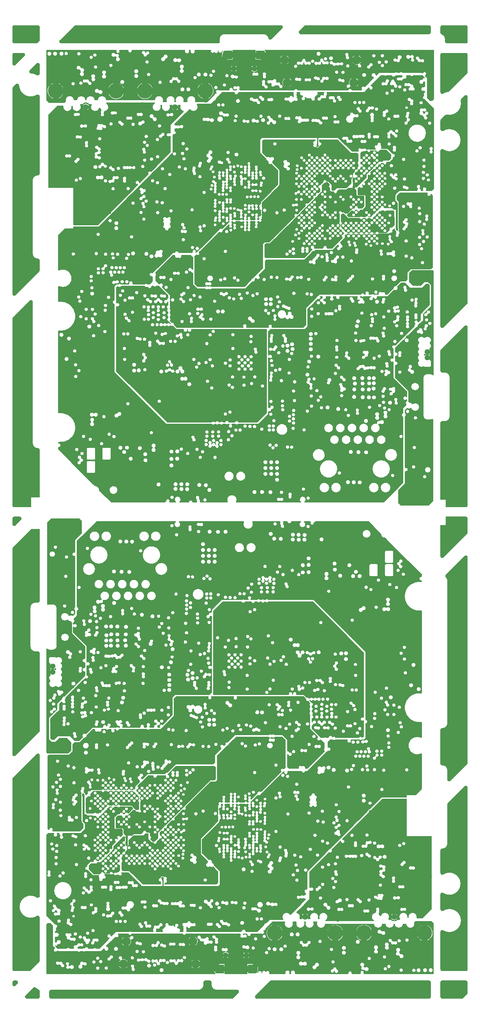
<source format=gbr>
*
%FSLAX45Y45*%
%MOMM*%
G04 A1 - rect2105.177x1929.917xr620.547x23 *
%AMA1l8s_lev.gbr*
22,1,2.105177,0.688822,-1.052588,-0.344410,0.0*
1,1,1.241095,-0.432040,0.344410*
1,1,1.241095,0.432040,0.344410*
20,1,1.241095,-0.432040,0.344410,0.432040,0.344410,0.0*
1,1,1.241095,-0.432040,-0.344410*
1,1,1.241095,0.432040,-0.344410*
20,1,1.241095,-0.432040,-0.344410,0.432040,-0.344410,0.0*
21,1,0.964945,0.964945,0.570110,0.482480,0.0*
21,1,0.964945,0.964945,0.570110,-0.482480,0.0*
%
G04 A2 - rect2105.177x1929.917xr620.547x14 *
%AMA2l8s_lev.gbr*
22,1,2.105177,0.688822,-1.052588,-0.344410,0.0*
1,1,1.241095,-0.432040,0.344410*
1,1,1.241095,0.432040,0.344410*
20,1,1.241095,-0.432040,0.344410,0.432040,0.344410,0.0*
1,1,1.241095,-0.432040,-0.344410*
1,1,1.241095,0.432040,-0.344410*
20,1,1.241095,-0.432040,-0.344410,0.432040,-0.344410,0.0*
21,1,0.964945,0.964945,-0.570110,0.482480,0.0*
21,1,0.964945,0.964945,-0.570110,-0.482480,0.0*
%
G04 A3 - rect2105.177x1929.917xr620.547x23 180 *
%AMA3l8s_lev.gbr*
22,1,2.105177,0.688822,-1.052588,-0.344410,0.0*
1,1,1.241095,0.432040,-0.344410*
1,1,1.241095,-0.432040,-0.344410*
20,1,1.241095,0.432040,-0.344410,-0.432040,-0.344410,0.0*
1,1,1.241095,0.432040,0.344410*
1,1,1.241095,-0.432040,0.344410*
20,1,1.241095,0.432040,0.344410,-0.432040,0.344410,0.0*
21,1,0.964945,0.964945,-0.570110,-0.482480,0.0*
21,1,0.964945,0.964945,-0.570110,0.482480,0.0*
%
G04 A4 - rect2105.177x1929.917xr620.547x14 180 *
%AMA4l8s_lev.gbr*
22,1,2.105177,0.688822,-1.052588,-0.344410,0.0*
1,1,1.241095,0.432040,-0.344410*
1,1,1.241095,-0.432040,-0.344410*
20,1,1.241095,0.432040,-0.344410,-0.432040,-0.344410,0.0*
1,1,1.241095,0.432040,0.344410*
1,1,1.241095,-0.432040,0.344410*
20,1,1.241095,0.432040,0.344410,-0.432040,0.344410,0.0*
21,1,0.964945,0.964945,0.570110,-0.482480,0.0*
21,1,0.964945,0.964945,0.570110,0.482480,0.0*
%
%ADD10C,3.332000*%
%ADD11C,0.500380*%
%ADD12C,0.502920*%
%ADD13C,0.639597*%
%ADD14C,1.046000*%
%ADD15C,0.284000*%
%ADD16C,0.411000*%
%ADD17A1l8s_lev.gbr*%
%ADD18A2l8s_lev.gbr*%
%ADD19C,0.640080*%
%ADD20C,1.300480*%
%ADD21C,1.930400*%
%ADD22C,3.357880*%
%ADD23C,3.332480*%
%ADD24O,1.132840X1.282700*%
%ADD25C,0.665000*%
%ADD26C,0.120000*%
%ADD27C,1.300000*%
%ADD28A3l8s_lev.gbr*%
%ADD29A4l8s_lev.gbr*%
%IPPOS*%
%LNl8s_lev.gbr*%
%LPD*%
%SRX1Y1I0J0*%
G01*
G75*
G36*
X001764868Y002926081D02*
X002041223D01*
X002041229D01*
G03X002041223Y002925446I000031564J-000000641D01*
G03X002104358Y002926081I000031571J000000000D01*
G01X002104364D01*
X002149452D01*
G03X002212396Y002930245I000031376J000003530D01*
G01X002212403D01*
X002267512D01*
X002267518D01*
G03X002267512Y002929612I000031565J-000000628D01*
G03X002330647Y002930246I000031571J000000000D01*
G01X002330653D01*
X002438428D01*
Y002882675D01*
G02X002436945Y002879095I-000006000J000000388D01*
G01X002426832Y002868981D01*
X002160321D01*
X002160314D01*
G03X002097179Y002869617I-000031564J000000635D01*
G03X002097186Y002868981I000031571J000000006D01*
G01X002097179D01*
X001805420D01*
X001766351Y002908051D01*
G02X001764868Y002911631I000004517J000003968D01*
G01Y002926081D01*
G37*
G36*
Y002924811D02*
Y002983410D01*
X002098615D01*
X002098621D01*
G03X002138143Y002952219I000031568J-000000635D01*
G02X002150704Y002939068I000002640J-000010053D01*
G03X002149621Y002924811I000030125J-000009457D01*
G01X002149538D01*
X002149523D01*
X002104364D01*
X002104358D01*
G03X002041223Y002925446I-000031564J000000635D01*
G03X002041229Y002924811I000031571J000000006D01*
G01X002041223D01*
X001764868D01*
G37*
G36*
Y002982140D02*
Y002991229D01*
G02X001766351Y002994809I000006000J-000000388D01*
G01X001811516Y003039975D01*
X002042569D01*
X002042575D01*
G03X002042569Y003039340I000031564J-000000641D01*
G03X002105704Y003039975I000031571J000000000D01*
G01X002105711D01*
X002268219D01*
X002268226D01*
G03X002268223Y003039543I000031568J-000000435D01*
G03X002331358Y003040178I000031571J000000000D01*
G01X002331364D01*
X002380620D01*
G03X002424142Y003011096I000031599J000000183D01*
G02X002438428Y003001468I000003897J-000009630D01*
G01Y002981300D01*
X002387219D01*
X002387212D01*
G03X002324264Y002985364I-000031564J000000635D01*
G01X002274062D01*
X002274055D01*
G03X002210920Y002986000I-000031564J000000635D01*
G03X002210927Y002985364I000031571J000000006D01*
G01X002210920D01*
X002161657D01*
G03X002098621Y002982140I-000031468J-000002590D01*
G01X002098615D01*
X001764868D01*
G37*
G36*
X001804150Y002870251D02*
X001804785D01*
X002097179D01*
X002097186D01*
G03X002097179Y002869617I000031564J-000000641D01*
G03X002160314Y002870251I000031571J000000000D01*
G01X002160321D01*
X002427467D01*
X002428102D01*
X002409112Y002851261D01*
G02X002403713Y002849939I-000003968J000004517D01*
G01X002403333Y002850058D01*
G03X002368386Y002838804I-000009602J-000030070D01*
G02X002354773Y002836023I-000008352J000006173D01*
G03X002311282Y002824230I-000015957J-000027242D01*
G02X002306646Y002821533I-000005024J000003304D01*
G01X002289123D01*
G02X002283511Y002827145I000000388J000006000D01*
G01Y002828012D01*
G03X002220369Y002828012I-000031571J000000000D01*
G01Y002827145D01*
G02X002214757Y002821533I-000006000J000000388D01*
G01X002094560D01*
G02X002089102Y002826128I000000388J000006000D01*
G01X002089045Y002826458D01*
G03X002026824Y002826458I-000031110J-000005431D01*
G01X002026767Y002826128D01*
G02X002021310Y002821533I-000005846J000001405D01*
G01X002016443D01*
X001999638Y002804728D01*
G02X001996057Y002803245I-000003968J000004517D01*
G01X001873254D01*
G02X001869674Y002804728I000000388J000006000D01*
G01X001804150Y002870251D01*
G37*
G36*
X001810246Y003038705D02*
X001814810Y003043268D01*
G02X001818390Y003044751I000003968J-000004517D01*
G01X001933158D01*
X001961789Y003073405D01*
G02X001969727Y003073407I000003970J-000004515D01*
G01X001972729Y003070405D01*
X002003085D01*
X002004178Y003069961D01*
G03X002047475Y003094308I000012087J000029177D01*
G02X002048596Y003096667I000005862J-000001338D01*
G01X002097789D01*
X002097795D01*
G03X002097789Y003096032I000031564J-000000641D01*
G03X002160924Y003096667I000031571J000000000D01*
G01X002160930D01*
X002212263D01*
X002212269D01*
G03X002212267Y003096286I000031568J-000000377D01*
G03X002275408Y003096286I000031571J000000000D01*
G01X002324077D01*
X002324084D01*
G03X002324077Y003095651I000031564J-000000641D01*
G03X002387212Y003096286I000031571J000000000D01*
G01X002387219D01*
X002432519D01*
X002432537D01*
X002432579D01*
G03X002437473Y003076354I000031448J-000002845D01*
G01X002438428Y003074888D01*
Y003071681D01*
G02X002429503Y003066816I-000006000J000000388D01*
G03X002380653Y003038907I-000017283J-000026455D01*
G01X002380630D01*
X002331364D01*
X002331358D01*
G03X002268223Y003039543I-000031564J000000635D01*
G03X002268229Y003038907I000031571J000000006D01*
G01X002268223D01*
X002105714D01*
X002105707D01*
G03X002042569Y003039340I-000031568J000000432D01*
G03X002042575Y003038705I000031571J000000006D01*
G01X002042569D01*
X001810881D01*
X001810246D01*
G37*
G36*
X002097795Y003095397D02*
X002097789D01*
X002048172D01*
X002048153D01*
X002047836D01*
G02X002048819Y003096937I000005501J-000002428D01*
G01X002069420Y003117539D01*
G02X002072916Y003119015I000003968J-000004517D01*
G01X002073293Y003119021D01*
G03X002104365Y003150092I-000000499J000031571D01*
G01X002104370Y003150469D01*
G02X002105847Y003153965I000005994J-000000472D01*
G01X002108188Y003156307D01*
X002156869D01*
X002156876D01*
G03X002156869Y003155671I000031564J-000000641D01*
G03X002220004Y003156307I000031571J000000000D01*
G01X002220010D01*
X002380757D01*
X002380769D01*
X002380824D01*
G03X002424142Y003123771I000031398J-000003302D01*
G02X002438428Y003114143I000003897J-000009630D01*
G01Y003111995D01*
X002437473Y003110529D01*
G03X002432490Y003095016I000026554J-000017088D01*
G01X002387219D01*
X002387212D01*
G03X002324077Y003095651I-000031564J000000635D01*
G01X002275408D01*
X002275402D01*
G03X002212267Y003096286I-000031564J000000635D01*
G03X002212273Y003095651I000031571J000000006D01*
G01X002212267D01*
X002160934D01*
X002160928D01*
G03X002097789Y003096032I-000031568J000000381D01*
G03X002097795Y003095397I000031571J000000006D01*
G37*
G36*
X002105700Y003040178D02*
G01X002105705D01*
X002105714D01*
X002268223D01*
X002268223D01*
X002268229D01*
G03X002268223Y003039543I000031564J-000000641D01*
G03X002268234Y003038705I000031571J-000000005D01*
G01X002268228D01*
X002268219D01*
X002105711D01*
X002105710D01*
X002105704D01*
G03X002105700Y003040178I-000031564J000000640D01*
G37*
G36*
X002106918Y003155036D02*
G01X002125314Y003173433D01*
G02X002129022Y003174922I000003968J-000004517D01*
G01X002130045Y003174900D01*
G03X002161616Y003207137I000000004J000031574D01*
G01X002161607Y003207479D01*
G02X002163098Y003211216I000006008J-000000230D01*
G01X002164779Y003212897D01*
X002210920D01*
X002210927D01*
G03X002210920Y003212263I000031564J-000000641D01*
G03X002273837Y003208504I000031571J000000000D01*
G01X002324077D01*
X002324084D01*
G03X002324077Y003207869I000031564J-000000641D01*
G03X002387212Y003208504I000031571J000000000D01*
G01X002387219D01*
X002437220D01*
X002437245D01*
X002437267D01*
G03X002438428Y003197757I000031503J-000002032D01*
G01Y003191866D01*
G02X002424120Y003182247I-000010388J000000001D01*
G03X002380716Y003155036I-000011899J-000029243D01*
G01X002220010D01*
X002220004D01*
G03X002156869Y003155671I-000031564J000000635D01*
G03X002156876Y003155036I000031571J000000006D01*
G01X002156869D01*
X002107553D01*
X002106918D01*
G37*
G36*
X002212396Y002928976D02*
G03X002172881Y002960168I-000031568J000000634D01*
G02X002160310Y002973307I-000002647J000010051D01*
G03X002161526Y002986635I-000030121J000009468D01*
G01X002161590D01*
X002161607D01*
X002210920D01*
X002210927D01*
G03X002210920Y002986000I000031564J-000000641D01*
G03X002273875Y002982571I000031571J000000000D01*
G01X002324077D01*
X002324084D01*
G03X002324077Y002981936I000031564J-000000641D01*
G03X002387212Y002982571I000031571J000000000D01*
G01X002387219D01*
X002438428D01*
Y002928976D01*
X002330653D01*
X002330647D01*
G03X002267512Y002929612I-000031564J000000635D01*
G03X002267518Y002928976I000031571J000000006D01*
G01X002267512D01*
X002212403D01*
X002212396D01*
G37*
G36*
X002160918Y003096921D02*
X002160924D01*
X002160934D01*
X002212267D01*
X002212273D01*
G03X002212267Y003096286I000031564J-000000641D01*
G03X002212279Y003095397I000031571J-000000001D01*
G01X002212273D01*
X002212263D01*
X002160930D01*
X002160924D01*
G03X002160918Y003096921I-000031564J000000638D01*
G37*
G36*
X002163509Y003211627D02*
G01X002222490Y003270608D01*
X002267490D01*
X002267496D01*
G03X002330425Y003266237I000031572J-000000635D01*
G01X002380389D01*
X002380396D01*
G03X002380389Y003265603I000031564J-000000641D01*
G03X002443524Y003266237I000031571J000000000D01*
G01X002443530D01*
X002493929D01*
X002493950D01*
X002494011D01*
G03X002494308Y003256581I000031342J-000003869D01*
G01X002494376Y003256218D01*
G02X002492924Y003251532I-000005970J-000000718D01*
G01X002480172Y003238780D01*
G02X002475372Y003237342I-000003968J000004517D01*
G01X002475023Y003237414D01*
G03X002437211Y003207233I-000006254J-000030942D01*
G01X002387219D01*
X002387212D01*
G03X002324302Y003211627I-000031564J000000635D01*
G01X002274062D01*
X002274055D01*
G03X002210920Y003212263I-000031564J000000635D01*
G03X002210927Y003211627I000031571J000000006D01*
G01X002210920D01*
X002164144D01*
X002163509D01*
G37*
G36*
X002221220Y003269338D02*
X002245289Y003293407D01*
G02X002247783Y003294719I000003968J-000004517D01*
G01X002248181Y003294793D01*
G03X002273550Y003320162I-000005690J000031059D01*
G01X002273624Y003320559D01*
G02X002274936Y003323054I000005829J-000001473D01*
G01X002298268Y003346386D01*
Y003377362D01*
X002379525D01*
X002379532D01*
G03X002379525Y003376728I000031564J-000000641D01*
G03X002442661Y003377362I000031571J000000000D01*
G01X002442667D01*
X002495968D01*
G03X002538603Y003352602I000031222J000004674D01*
G02X002552728Y003342894I000003730J-000009704D01*
G01Y003321558D01*
X002381475D01*
X002381468D01*
G03X002319548Y003313465I-000031572J000000635D01*
G02X002306964Y003300548I-000009997J-000002850D01*
G03X002267496Y003269338I-000007896J-000030575D01*
G01X002267490D01*
X002221855D01*
X002221220D01*
G37*
G36*
X002273659Y003207233D02*
G03X002274055Y003212897I-000031168J000005028D01*
G01X002274062D01*
X002324384D01*
X002324480D01*
G03X002324077Y003207869I000031168J-000005028D01*
G03X002324084Y003207233I000031571J000000006D01*
G01X002324077D01*
X002273754D01*
X002273659D01*
G37*
G36*
X002324084Y002981300D02*
X002324077D01*
X002273806D01*
X002273792D01*
X002273710D01*
G03X002274055Y002986635I-000031219J000004699D01*
G01X002274062D01*
X002324334D01*
X002324346D01*
X002324429D01*
G03X002324077Y002981936I000031219J-000004699D01*
G03X002324084Y002981300I000031571J000000006D01*
G37*
G36*
X002275383Y003095016D02*
G03X002275402Y003096921I-000031545J000001267D01*
G01X002275408D01*
X002324084D01*
X002324103D01*
G03X002324077Y003095651I000031545J-000001269D01*
G03X002324084Y003095016I000031571J000000006D01*
G01X002324077D01*
X002275402D01*
X002275383D01*
G37*
G36*
X002298268Y003376093D02*
Y003407763D01*
G02X002299751Y003411344I000006000J-000000388D01*
G01X002325536Y003437129D01*
X002437209D01*
X002437215D01*
G03X002437209Y003436494I000031564J-000000641D01*
G03X002500344Y003437129I000031571J000000000D01*
G01X002500350D01*
X002546887D01*
X002546893D01*
X002546892Y003436875D01*
G03X002550950Y003420511I000035019J000000000D01*
G02X002550119Y003414286I-000005498J-000002434D01*
G02X002538572Y003411482I-000007786J000006887D01*
G03X002496184Y003376093I-000011383J-000029446D01*
G01X002496076D01*
X002496063D01*
X002442667D01*
X002442661D01*
G03X002379525Y003376728I-000031564J000000635D01*
G03X002379532Y003376093I000031571J000000006D01*
G01X002379525D01*
X002298268D01*
G37*
G36*
X002324266Y003435859D02*
X002513996Y003625589D01*
G02X002517576Y003627072I000003968J-000004517D01*
G01X002542563D01*
G02X002546144Y003625589I-000000388J-000006000D01*
G01X002551677Y003620056D01*
G02X002553160Y003616475I-000004517J-000003968D01*
G01Y003550165D01*
G02X002552750Y003548338I-000006000J000000388D01*
G01X002552728Y003548317D01*
Y003529762D01*
G02X002538115Y003520267I-000010391J-000000001D01*
G03X002538123Y003462554I-000012803J-000028858D01*
G02X002550471Y003459521I000004214J-000009498D01*
G02X002551091Y003453501I-000004859J-000003542D01*
G03X002546892Y003436875I000030821J-000016626D01*
G03X002546907Y003435859I000035019J000000000D01*
G01X002546901D01*
X002546887D01*
X002500350D01*
X002500344D01*
G03X002437209Y003436494I-000031564J000000635D01*
G03X002437215Y003435859I000031571J000000006D01*
G01X002437209D01*
X002324901D01*
X002324266D01*
G37*
G36*
X002330247Y003264968D02*
G03X002329416Y003278700I-000031179J000005005D01*
G02X002341986Y003291621I000009997J000002850D01*
G03X002381468Y003322827I000007910J000030571D01*
G01X002381475D01*
X002552728D01*
Y003313434D01*
G02X002551245Y003309853I-000006000J000000388D01*
G01X002536191Y003294799D01*
G02X002531504Y003293346I-000003968J000004517D01*
G01X002531141Y003293414D01*
G03X002493881Y003264968I-000005788J-000031045D01*
G01X002443530D01*
X002443524D01*
G03X002380389Y003265603I-000031564J000000635D01*
G03X002380396Y003264968I000031571J000000006D01*
G01X002380389D01*
X002330355D01*
X002330330D01*
X002330247D01*
G37*
G36*
X008011271Y002008229D02*
G03X008004560Y001979561I000029303J-000021978D01*
G02X007994942Y001967308I-000010210J-000001887D01*
G03X007956557Y001804119I000005067J-000087301D01*
G02X007951421Y001784705I-000005138J-000009028D01*
G01X006909411D01*
G02X006904274Y001804119I000000001J000010387D01*
G03X006781211Y001843848I-000043445J000075887D01*
G02X006771742Y001829155I-000009465J-000004298D01*
G01X006749899D01*
G02X006740434Y001843856I-000000004J000010395D01*
G03X006581211Y001843848I-000079613J000036185D01*
G02X006571743Y001829155I-000009465J-000004298D01*
G01X006532830D01*
G02X006524307Y001833610I000000003J000010386D01*
G02X006524104Y001839709I000005076J000003222D01*
G03X006385798Y001880007I-000063283J000040298D01*
G03X006397539Y001839709I000075024J000000000D01*
G02X006397336Y001833610I-000005280J-000002877D01*
G02X006388813Y001829155I-000008526J000005931D01*
G01X006349900D01*
G02X006340435Y001843856I-000000004J000010395D01*
G03X006279138Y001965513I-000079601J000036164D01*
G02X006273978Y001983016I000002181J000010155D01*
G01X006337292Y002046330D01*
X006500261D01*
X006500266D01*
G03X006568021Y002026300I000036651J-000000635D01*
G02X006585132Y002027089I000008826J-000005476D01*
G03X006614390Y002012521I000029263J000022105D01*
G03X006651034Y002049807I-000000001J000036651D01*
G01X006651041D01*
X006937693D01*
G03X006996127Y002042008I000033591J000028873D01*
G01X007161688D01*
X007161693D01*
G03X007222078Y002013458I000036642J-000000635D01*
G02X007235539Y002013471I000006738J-000007924D01*
G03X007274933Y002008226I000023761J000027903D01*
G01X007726736D01*
X007726742D01*
G03X007787126Y001979676I000036642J-000000635D01*
G02X007800587Y001979689I000006738J-000007924D01*
G03X007860992Y002008229I000023761J000027903D01*
G01X008010805D01*
X008011271D01*
G37*
G36*
X006336022Y002045061D02*
X006436380Y002145418D01*
X006858361D01*
X006858366D01*
G03X006915355Y002102348I000044290J-000000635D01*
G02X006928389Y002089790I000002978J-000009952D01*
G03X006926989Y002078713I000042872J-000011045D01*
G03X006938827Y002048537I000044294J-000000033D01*
G01X006938249D01*
X006651041D01*
X006651034D01*
G03X006583278Y002068546I-000036645J000000635D01*
G02X006566178Y002067774I-000008816J000005492D01*
G03X006500266Y002045061I-000029261J-000022078D01*
G01X006500261D01*
X006336657D01*
X006336022D01*
G37*
G36*
X006435109Y002144148D02*
X006499856Y002208894D01*
X007122558D01*
X007122564D01*
G03X007192062Y002191997I000036649J-000000635D01*
G02X007204946Y002197164I000009322J-000004598D01*
G03X007264446Y002239366I000015233J000041567D01*
G01X007264451D01*
X007340853D01*
G03X007410430Y002252620I000033022J000015901D01*
G01X007577229D01*
G03X007613875Y002215340I000036643J-000000632D01*
G03X007615095Y002215364I-000000118J000036651D01*
G02X007625780Y002206267I000000366J-000010395D01*
G03X007698790Y002211432I000036367J000004528D01*
G01X007842754D01*
G03X007890530Y002246987I000011130J000034920D01*
G01X007890535D01*
X008044684D01*
G03X008080973Y002255240I000011144J000034904D01*
G02X008089114Y002255252I000004077J-000004343D01*
G03X008149643Y002291440I000025147J000026653D01*
G01X008149803D01*
X008149813D01*
X008373510D01*
X008373516D01*
G03X008442245Y002273064I000036652J-000000635D01*
G02X008459921Y002273920I000009101J-000004996D01*
G03X008526833Y002295243I000030260J000020689D01*
G01X008526839D01*
X009212608D01*
Y002121259D01*
X007524544D01*
G03X007487896Y002158542I-000036644J000000634D01*
G03X007464154Y002149807I-000000002J-000036626D01*
G02X007450693Y002149794I-000006738J000007924D01*
G03X007390293Y002121256I-000023758J-000027902D01*
G01X007390288D01*
X006983500D01*
G03X006958584Y002121115I-000012217J-000042576D01*
G02X006945551Y002133672I-000002978J000009952D01*
G03X006946951Y002144750I-000042872J000011045D01*
G03X006858366Y002144148I-000044294J000000033D01*
G01X006858361D01*
X006435745D01*
X006435109D01*
G37*
G36*
X006498586Y002207624D02*
X006555308Y002264346D01*
Y002289760D01*
X006762346D01*
X006762352D01*
G03X006762346Y002289125I000036645J-000000635D01*
G03X006835642Y002289760I000036651J000000000D01*
G01X006835648D01*
X007359843D01*
G02X007360432Y002289363I000000000J-000000635D01*
G03X007337225Y002255267I000013443J-000034096D01*
G03X007337230Y002254632I000036651J000000000D01*
G01X007337225D01*
X007261496D01*
G03X007220180Y002283002I-000041317J-000015901D01*
G03X007177801Y002251507I000000005J-000044267D01*
G02X007165927Y002244293I-000009948J000002996D01*
G03X007122564Y002207624I-000006714J-000036034D01*
G01X007122558D01*
X006499221D01*
X006498586D01*
G37*
G36*
X006555308Y002288490D02*
Y002440222D01*
G02X006558915Y002445348I000006000J-000000390D01*
G01X006559294Y002445484D01*
G03X006570823Y002452117I-000012205J000034552D01*
G02X006584298Y002452116I000006737J-000007925D01*
G03X006644365Y002475179I000023743J000027915D01*
G01X006690339D01*
X006690344D01*
G03X006726988Y002437894I000036644J-000000635D01*
G03X006763321Y002469714I000000001J000036652D01*
G02X006774542Y002478681I000010304J-000001390D01*
G03X006814430Y002515822I000003243J000036507D01*
G01X006814435D01*
X007051065D01*
G03X007124313Y002518335I000036603J000001877D01*
G01X007124319D01*
X008486204D01*
G03X008546379Y002504722I000034454J000012497D01*
G02X008560977Y002504726I000007301J-000007393D01*
G03X008623346Y002531467I000025724J000026106D01*
G01X008623349D01*
X009212608D01*
Y002342234D01*
X008171212D01*
X008171206D01*
G03X008110604Y002370601I-000036643J000000635D01*
G02X008102449Y002370925I-000003906J000004477D01*
G03X008045675Y002325048I-000026291J-000025532D01*
G02X008042882Y002316205I-000004922J-000003308D01*
G03X008042124Y002315902I000013249J-000034188D01*
G02X008028676Y002321512I-000003872J000009641D01*
G03X007958217Y002306683I-000033803J-000014194D01*
G01X007958212D01*
X006831168D01*
G03X006762346Y002289125I-000032171J-000017558D01*
G03X006762352Y002288490I000036651J000000000D01*
G01X006762346D01*
X006555308D01*
G37*
G36*
X006644172Y002473909D02*
G03X006584282Y002507934I-000036132J000006122D01*
G02X006570823Y002507946I-000006723J000007937D01*
G03X006559294Y002514579I-000023734J-000027920D01*
G01X006558915Y002514715D01*
G02X006555308Y002519841I000002394J000005516D01*
G01Y002586940D01*
X006809717D01*
X006809723D01*
G03X006809717Y002586305I000036645J-000000635D01*
G03X006878842Y002569313I000036651J000000000D01*
G01X008062369D01*
X008062375D01*
G03X008062369Y002568677I000036645J-000000635D01*
G03X008135665Y002569313I000036651J000000000D01*
G01X008135670D01*
X009212608D01*
Y002530198D01*
X008623349D01*
X008623346D01*
G03X008586700Y002567482I-000036645J000000634D01*
G03X008560981Y002556941I000000002J-000036650D01*
G02X008546382Y002556938I-000007301J000007393D01*
G03X008484013Y002530197I-000025724J-000026106D01*
G01X008484008D01*
X007122122D01*
G03X007051017Y002517700I-000034454J-000012497D01*
G03X007051023Y002517064I000036651J000000000D01*
G01X007051017D01*
X006814387D01*
G03X006741454Y002520017I-000036602J-000001877D01*
G02X006730234Y002511049I-000010304J000001389D01*
G03X006690344Y002473909I-000003246J-000036505D01*
G01X006690339D01*
X006644275D01*
X006644172D01*
G37*
G36*
X006555308Y002585670D02*
Y002647366D01*
X007089320D01*
X007089326D01*
G03X007089320Y002646732I000036645J-000000635D01*
G03X007162617Y002647366I000036651J000000000D01*
G01X007162622D01*
X008349957D01*
G03X008422690Y002653767I000036086J000006391D01*
G03X008422685Y002654402I-000036654J-000000015D01*
G01X008422690D01*
X008422691D01*
X009212608D01*
Y002568043D01*
X008135670D01*
X008135665D01*
G03X008066546Y002585670I-000036645J000000635D01*
G01X006883019D01*
X006883013D01*
G03X006809717Y002586305I-000036645J000000635D01*
G03X006809723Y002585670I000036651J000000000D01*
G01X006809717D01*
X006555308D01*
G37*
G36*
Y002646097D02*
Y002714346D01*
X007028157D01*
X007028163D01*
G03X007028157Y002713712I000036645J-000000635D01*
G03X007101453Y002714346I000036651J000000000D01*
G01X007101459D01*
X008350944D01*
G03X008362040Y002697204I000035096J000010555D01*
G02X008362052Y002681462I-000006785J-000007876D01*
G03X008350205Y002646097I000023990J-000027704D01*
G01X008350081D01*
X008350069D01*
X007162622D01*
X007162617D01*
G03X007089320Y002646732I-000036645J000000635D01*
G03X007089326Y002646097I000036651J000000000D01*
G01X007089320D01*
X006555308D01*
G37*
G36*
Y002713076D02*
Y002859149D01*
G02X006556044Y002861666I000006000J-000000388D01*
G01X007092088D01*
X007092094D01*
G03X007107451Y002831196I000036646J-000000635D01*
G02X007110522Y002817740I-000006044J-000008458D01*
G03X007179285Y002800072I000032111J-000017668D01*
G03X007179279Y002800706I-000036651J000000000D01*
G01X007179285D01*
X008075559D01*
X008075696D01*
G03X008115197Y002756275I000035735J-000008005D01*
G02X008126452Y002747802I000001041J-000010329D01*
G03X008162519Y002717701I000036064J000006553D01*
G03X008185242Y002725537I000000073J000036651D01*
G01X008349391D01*
X008349396D01*
G03X008351351Y002713076I000036644J-000000635D01*
G01X008351152D01*
X008351129D01*
X007101459D01*
X007101453D01*
G03X007028157Y002713712I-000036645J000000635D01*
G03X007028163Y002713076I000036651J000000000D01*
G01X007028157D01*
X006555308D01*
G37*
G36*
X006555522Y002860395D02*
G02X006556791Y002862729I000005786J-000001634D01*
G01X006654788Y002960726D01*
X006805069D01*
X006805074D01*
G03X006805069Y002960092I000036645J-000000635D01*
G03X006878365Y002960726I000036651J000000000D01*
G01X006878371D01*
X008079606D01*
G03X008126747Y002954844I000027030J000024774D01*
G02X008141968Y002950318I000005704J-000008673D01*
G03X008151613Y002937224I000033605J000014654D01*
G02X008151613Y002921492I-000006797J-000007866D01*
G03X008140421Y002904044I000023984J-000027699D01*
G02X008126266Y002897398I-000009981J000002860D01*
G03X008087492Y002836167I-000014773J-000033538D01*
G02X008087504Y002820425I-000006785J-000007876D01*
G03X008075435Y002799437I000023927J-000027723D01*
G01X007179285D01*
X007179279D01*
G03X007179285Y002800072I-000036646J000000635D01*
G03X007163923Y002829907I-000036651J000000001D01*
G02X007160851Y002843363I000006043J000008458D01*
G03X007092094Y002860395I-000032112J000017667D01*
G01X007092088D01*
X006555740D01*
X006555522D01*
G37*
G36*
X006653518Y002959456D02*
X006706782Y003012720D01*
X006937149D01*
X006937155D01*
G03X006937149Y003012085I000036645J-000000635D01*
G03X006999682Y002986136I000036651J000000000D01*
G01X008069970D01*
X008069975D01*
G03X008080827Y002959456I000036660J-000000635D01*
G01X008080202D01*
X006878371D01*
X006878365D01*
G03X006805069Y002960092I-000036645J000000635D01*
G03X006805074Y002959456I000036651J000000000D01*
G01X006805069D01*
X006654153D01*
X006653518D01*
G37*
G36*
X006705512Y003011450D02*
X006867742Y003173680D01*
X007127700D01*
X007127705D01*
G03X007127700Y003173045I000036645J-000000635D01*
G03X007200996Y003173680I000036651J000000000D01*
G01X007201001D01*
X007331005D01*
G03X007391596Y003177876I000028877J000022582D01*
G02X007409535Y003177919I000008982J-000005213D01*
G03X007466207Y003169708I000031620J000018557D01*
G02X007474363Y003169698I000004073J-000004334D01*
G03X007523298Y003168372I000025207J000026613D01*
G02X007536754Y003168386I000006736J-000007925D01*
G03X007597183Y003196899I000023787J000027878D01*
G01X007597189D01*
X007660878D01*
G03X007730535Y003213457I000033012J000015922D01*
G01X007730540D01*
X007783254D01*
G03X007809049Y003202840I000025797J000026034D01*
G03X007812953Y003203060I-000000104J000036651D01*
G02X007824356Y003194088I000001103J-000010330D01*
G03X007881860Y003168932I000036339J000004765D01*
G01X007941178D01*
X007941184D01*
G03X007990092Y003133761I000036644J-000000635D01*
G02X008003974Y003123675I000003493J-000009789D01*
G03X008076762Y003128631I000036631J-000001006D01*
G02X008089112Y003140504I000010250J000001698D01*
G03X008133096Y003177031I000007352J000035893D01*
G01X008133101D01*
X008149221D01*
G03X008237266Y003184246I000043779J000006581D01*
G01X008237271D01*
X009212608D01*
Y003060423D01*
X008650655D01*
X008650649D01*
G03X008577477Y003063992I-000036642J000000635D01*
G02X008567948Y003054456I-000010360J000000823D01*
G03X008537523Y003033117I000002927J-000036531D01*
G01X007160311D01*
X007160305D01*
G03X007087009Y003033751I-000036645J000000635D01*
G03X007087014Y003033117I000036651J000000000D01*
G01X007087009D01*
X007003816D01*
G03X006937149Y003012085I-000030016J-000021031D01*
G03X006937155Y003011450I000036651J000000000D01*
G01X006937149D01*
X006706147D01*
X006705512D01*
G37*
G36*
X007051153Y002514552D02*
X007051104D01*
X006814435D01*
X006814430D01*
G03X006814300Y002518335I-000036645J000000634D01*
G01X006814349D01*
X007051017D01*
X007051023D01*
G03X007051017Y002517700I000036645J-000000635D01*
G03X007051153Y002514552I000036651J000000001D01*
G37*
G36*
X006830442Y002307953D02*
G01X006830808D01*
X006830819D01*
X007958212D01*
X007958217D01*
G03X008008583Y002273316I000036657J-000000635D01*
G02X008022043Y002267710I000003884J-000009636D01*
G03X008047531Y002246202I000033785J000014180D01*
G02X008046904Y002245717I-000000617J000000149D01*
G01X007890535D01*
X007890530D01*
G03X007817234Y002246351I-000036645J000000635D01*
G03X007817239Y002245717I000036651J000000000D01*
G01X007817234D01*
X007673261D01*
G03X007662145Y002247442I-000011113J-000034922D01*
G03X007660925Y002247418I000000125J-000036651D01*
G02X007650239Y002256515I-000000366J000010394D01*
G03X007577319Y002254632I-000036367J-000004528D01*
G01X007410526D01*
X007410521D01*
G03X007358400Y002288490I-000036645J000000635D01*
G01X006835648D01*
X006835642D01*
G03X006830442Y002307953I-000036645J000000635D01*
G37*
G36*
X006866472Y003172410D02*
G01X006979587Y003285525D01*
G02X006986824Y003286054I000003968J-000004517D01*
G01X006987097Y003285851D01*
G03X007038356Y003337124I000021843J000029422D01*
G01X007038157Y003337392D01*
G02X007038688Y003344626I000005048J000003266D01*
G01X007123668Y003429607D01*
X007522113D01*
X007522119D01*
G03X007592802Y003415386I000036644J-000000635D01*
G01X007686731D01*
X007686737D01*
G03X007747121Y003386836I000036642J-000000635D01*
G02X007760582Y003386849I000006738J-000007924D01*
G03X007820719Y003410303I000023759J000027905D01*
G01X008016647D01*
X008016652D01*
G03X008093813Y003380040I000044266J-000000635D01*
G02X008108778Y003380521I000007714J-000006970D01*
G03X008183928Y003412874I000030884J000031717D01*
G01X008183928D01*
X008491496D01*
G03X008557305Y003435707I000029164J000022198D01*
G01X008557311D01*
X008589859D01*
G03X008643665Y003468727I000017161J000032385D01*
G01X008643671D01*
X009212608D01*
Y003182977D01*
X008237271D01*
X008237266D01*
G03X008148729Y003183611I-000044266J000000635D01*
G03X008148733Y003182977I000044271J-000000004D01*
G01X008148729D01*
X008132505D01*
G03X008060317Y003170419I-000036042J-000006581D01*
G02X008047967Y003158546I-000010250J-000001698D01*
G03X008040599Y003159302I-000007408J-000035895D01*
G03X008028344Y003157186I000000020J-000036652D01*
G02X008014462Y003167271I-000003492J000009789D01*
G03X007956662Y003198216I-000036635J000001026D01*
G01X007897347D01*
X007897339D01*
G03X007860696Y003235502I-000036645J000000636D01*
G03X007856792Y003235282I000000104J-000036650D01*
G02X007845390Y003244255I-000001103J000010330D01*
G03X007772406Y003238857I-000036339J-000004765D01*
G01X007772398D01*
X007719686D01*
G03X007657239Y003212821I-000025797J-000026035D01*
G03X007657244Y003212187I000036651J000000000D01*
G01X007657239D01*
X007593549D01*
G03X007536822Y003224200I-000033008J-000015922D01*
G02X007523366Y003224186I-000006736J000007925D01*
G03X007474520Y003223055I-000023791J-000027874D01*
G02X007466377Y003223077I-000004060J000004346D01*
G03X007409443Y003214848I-000025211J-000026636D01*
G02X007391510Y003214795I-000008982J000005212D01*
G03X007323229Y003195627I-000031629J-000018533D01*
G01X007323223D01*
X007193218D01*
G03X007127700Y003173045I-000028867J-000022582D01*
G03X007127705Y003172410I000036651J000000000D01*
G01X007127700D01*
X006867107D01*
X006866472D01*
G37*
G36*
X008062375Y002568043D02*
X008062369D01*
X006878510D01*
X006878493D01*
X006878145D01*
G03X006883013Y002586940I-000031777J000018262D01*
G01X006883019D01*
X008066878D01*
X008066895D01*
X008067243D01*
G03X008062369Y002568677I000031777J-000018262D01*
G03X008062375Y002568043I000036651J000000000D01*
G37*
G36*
X007015573Y002078045D02*
G03X006980398Y002122027I-000044290J000000635D01*
G02X006981022Y002122526I000000621J-000000135D01*
G01X007390288D01*
X007390293D01*
G03X007450678Y002093976I000036642J-000000635D01*
G02X007464139Y002093989I000006738J-000007924D01*
G03X007524544Y002122529I000023761J000027903D01*
G01X009212608D01*
Y002046761D01*
G02X009211125Y002043181I-000006000J000000388D01*
G01X009210461Y002042517D01*
X008663990D01*
X008663986D01*
G03X008627340Y002079802I-000036645J000000635D01*
G03X008602968Y002070535I-000000001J-000036677D01*
G02X008589516Y002070204I-000006921J000007745D01*
G03X008529735Y002041140I-000023134J-000028430D01*
G01X008529729D01*
X008076847D01*
X008076834D01*
X008076739D01*
G03X008020786Y002078045I-000036140J000006077D01*
G01X007015578D01*
X007015573D01*
G37*
G36*
X007161693Y002040738D02*
X007161688D01*
X006995163D01*
G02X006994625Y002041035I000000000J000000635D01*
G03X007015573Y002079315I-000023342J000037645D01*
G01X007015578D01*
X008021806D01*
G02X008022358Y002079001I000000005J-000000635D01*
G03X008012698Y002023458I000018242J-000031784D01*
G02X008012684Y002009997I-000007937J-000006723D01*
G03X008010360Y002006959I000027889J-000023746D01*
G01X007860992D01*
G03X007824344Y002044242I-000036644J000000634D01*
G03X007800602Y002035507I-000000002J-000036626D01*
G02X007787142Y002035494I-000006738J000007924D01*
G03X007747759Y002040741I-000023758J-000027902D01*
G01X007295944D01*
G03X007259296Y002078024I-000036644J000000634D01*
G03X007235554Y002069289I-000000002J-000036626D01*
G02X007222093Y002069276I-000006738J000007924D01*
G03X007161693Y002040738I-000023758J-000027902D01*
G37*
G36*
X006998343Y002984866D02*
G03X007010445Y003012720I-000024543J000027220D01*
G01X007010450D01*
X007093644D01*
G03X007160305Y003034387I000030016J000021031D01*
G01X007160311D01*
X008537816D01*
X008537827D01*
X008538131D01*
G03X008534232Y003017290I000032743J-000016462D01*
G01X008534227D01*
X008124906D01*
G03X008069975Y002984866I-000018271J-000031789D01*
G01X008069970D01*
X006999029D01*
X006998343D01*
G37*
G36*
X007002885Y003034387D02*
X007003348D01*
X007003374D01*
X007087009D01*
X007087014D01*
G03X007087009Y003033751I000036645J-000000635D01*
G03X007094575Y003011450I000036651J000000000D01*
G01X007094112D01*
X007094086D01*
X007010450D01*
X007010445D01*
G03X007002885Y003034387I-000036645J000000635D01*
G37*
G36*
X008486692Y002517064D02*
G01X008486441D01*
X007124319D01*
X007124313D01*
G03X007121635Y002531467I-000036645J000000635D01*
G01X007121885D01*
X008484008D01*
X008484013D01*
G03X008486692Y002517064I000036645J-000000636D01*
G37*
G36*
X007122398Y003428336D02*
G01X007226852Y003532791D01*
G02X007244445Y003523888I000007320J-000007370D01*
G03X007244057Y003518482I000036264J-000005318D01*
G03X007275288Y003554745I000036657J000000010D01*
G02X007266403Y003572341I-000001516J000010275D01*
G01X007345262Y003651200D01*
X007444717D01*
X007444723D01*
G03X007444717Y003650565I000036645J-000000635D01*
G03X007518013Y003651200I000036651J000000000D01*
G01X007518019D01*
X007772648D01*
G03X007845673Y003656280I000036380J000004445D01*
G01X007845679D01*
X008673722D01*
Y003634640D01*
X009206996D01*
G02X009212608Y003629028I-000000388J-000006000D01*
G01Y003467456D01*
X008643671D01*
X008643665D01*
G03X008573405Y003482696I-000036645J000000635D01*
G01X008011211D01*
X008011205D01*
G03X007940111Y003495844I-000036645J000000635D01*
G01X007911655D01*
X007911649D01*
G03X007847468Y003520670I-000036647J000000635D01*
G02X007834148Y003518732I-000007799J000006859D01*
G03X007777991Y003487700I-000019505J-000031031D01*
G03X007784445Y003466927I000036651J-000000001D01*
G02X007777776Y003450822I-000008561J-000005889D01*
G03X007760598Y003442667I000006587J-000036046D01*
G02X007747136Y003442654I-000006739J000007924D01*
G03X007689344Y003428341I-000023758J-000027902D01*
G01X007595412D01*
X007595407D01*
G03X007595412Y003428975I-000036644J000000635D01*
G03X007586677Y003452717I-000036626J000000002D01*
G02X007586664Y003466178I000007924J000006738D01*
G03X007530847Y003466194I-000027902J000023758D01*
G02X007530860Y003452732I-000007924J-000006738D01*
G03X007522119Y003428336I000027903J-000023761D01*
G01X007522113D01*
X007123033D01*
X007122398D01*
G37*
G36*
X007332044Y003172410D02*
X007331525D01*
X007331501D01*
X007201001D01*
X007200996D01*
G03X007192178Y003196897I-000036645J000000635D01*
G01X007192709D01*
X007323223D01*
X007323229D01*
G03X007332044Y003172410I000036653J-000000635D01*
G37*
G36*
X007341495Y002238096D02*
G01X007341175D01*
X007341159D01*
X007264451D01*
X007264446D01*
G03X007260985Y002255902I-000044267J000000635D01*
G01X007261247D01*
X007337225D01*
X007337230D01*
G03X007337225Y002255267I000036645J-000000635D01*
G03X007341495Y002238096I000036651J000000000D01*
G37*
G36*
X007726742Y002006956D02*
G01X007726736D01*
X007273508D01*
G02X007272912Y002007346I-000000010J000000635D01*
G03X007295944Y002042011I-000013612J000034028D01*
G01X007749175D01*
G02X007749772Y002041617I000000010J-000000635D01*
G03X007726742Y002006956I000013611J-000034026D01*
G37*
G36*
X007343992Y003649930D02*
G01X008139664Y004445602D01*
G02X008143244Y004447085I000003968J-000004517D01*
G01X008668109D01*
G02X008673722Y004441473I-000000388J-000006000D01*
G01Y003655010D01*
X007845679D01*
X007845673D01*
G03X007772377Y003655645I-000036645J000000635D01*
G03X007772383Y003655010I000036651J000000000D01*
G01X007772377D01*
X007517748D01*
G03X007444717Y003650565I-000036380J-000004445D01*
G03X007444723Y003649930I000036651J000000000D01*
G01X007444717D01*
X007344627D01*
X007343992D01*
G37*
G36*
X007577229Y002251350D02*
X007410386D01*
X007410371D01*
X007410316D01*
G03X007410521Y002255902I-000036441J000003918D01*
G01X007410526D01*
X007577370D01*
X007577384D01*
X007577433D01*
G03X007577229Y002251350I000036438J-000003916D01*
G37*
G36*
X007772825Y003649930D02*
G01X007772731D01*
X007518019D01*
X007518013D01*
G03X007517570Y003656280I-000036645J000000635D01*
G01X007517665D01*
X007772377D01*
X007772383D01*
G03X007772377Y003655645I000036645J-000000635D01*
G03X007772825Y003649930I000036651J-000000001D01*
G37*
G36*
X007686737Y003414116D02*
G01X007686731D01*
X007592549D01*
X007592534D01*
X007592267D01*
G03X007595412Y003428975I-000033504J000014856D01*
G03X007595407Y003429610I-000036626J000000000D01*
G01X007595412D01*
X007689597D01*
X007689612D01*
X007689879D01*
G03X007686737Y003414116I000033499J-000014860D01*
G37*
G36*
X007592905Y003213457D02*
G01X007593227D01*
X007593243D01*
X007657239D01*
X007657244D01*
G03X007657239Y003212821I000036645J-000000635D01*
G03X007661521Y003195629I000036651J000000000D01*
G01X007661192D01*
X007597189D01*
X007597183D01*
G03X007592905Y003213457I-000036642J000000635D01*
G37*
G36*
X007817239Y002246987D02*
G03X007817234Y002246351I000036645J-000000635D01*
G03X007845606Y002210648I000036651J000000000D01*
G02X007844989Y002210162I-000000617J000000149D01*
G01X007698790D01*
G03X007670402Y002246501I-000036643J000000633D01*
G02X007671019Y002246987I000000617J-000000149D01*
G01X007817234D01*
X007817239D01*
G37*
G36*
X007784603Y003212187D02*
X007783910D01*
X007730540D01*
X007730535D01*
G03X007718338Y003240126I-000036645J000000635D01*
G01X007719029D01*
X007772398D01*
X007772406D01*
G03X007784603Y003212187I000036645J-000000636D01*
G37*
G36*
X007820541Y003409033D02*
G03X007814540Y003435518I-000036200J000005721D01*
G02X007821221Y003451633I000008556J000005895D01*
G03X007842165Y003463518I-000006609J000036040D01*
G02X007855485Y003465456I000007799J-000006858D01*
G03X007909453Y003483967I000019518J000031023D01*
G01X007937909D01*
X007937914D01*
G03X007937909Y003483332I000036645J-000000635D01*
G03X008011205Y003483967I000036651J000000000D01*
G01X008011211D01*
X008573688D01*
X008573986D01*
G03X008570369Y003468092I000033034J-000015875D01*
G03X008570375Y003467456I000036651J000000000D01*
G01X008570369D01*
X008537821D01*
G03X008484009Y003435072I-000017161J-000032385D01*
G03X008484015Y003434436I000036651J000000000D01*
G01X008484009D01*
X008177964D01*
G03X008139660Y003456507I-000038302J-000022199D01*
G03X008106767Y003441868I-000000001J-000044271D01*
G02X008091801Y003441388I-000007714J000006970D01*
G03X008016652Y003409033I-000030883J-000031720D01*
G01X008016647D01*
X007820635D01*
X007820541D01*
G37*
G36*
X007941184Y003167662D02*
X007941178D01*
X007880938D01*
G02X007880404Y003167954I000000000J000000635D01*
G03X007897339Y003199486I-000019710J000030899D01*
G01X007897347D01*
X007957576D01*
G02X007958122Y003199197I000000013J-000000635D01*
G03X007941184Y003167662I000019706J-000030900D01*
G37*
G36*
X007908965Y003482696D02*
G03X007911649Y003497115I-000033962J000013783D01*
G01X007911655D01*
X007940348D01*
X007940600D01*
G03X007937909Y003483332I000033960J-000013783D01*
G03X007937914Y003482696I000036651J000000000D01*
G01X007937909D01*
X007909215D01*
X007908965D01*
G37*
G36*
X008287461Y001879372D02*
G03X008115734Y001903367I-000087450J000000645D01*
G01X008115646Y001903047D01*
G02X008110349Y001899005I-000005685J000001958D01*
G01X008089671D01*
G02X008084387Y001903009I000000388J000006000D01*
G01X008084290Y001903355D01*
G03X008061990Y001941688I-000084278J-000023376D01*
G02X008063000Y001957242I000007363J000007332D01*
G03X008068502Y002010012I-000022403J000029008D01*
G02X008068515Y002023474I000007937J000006723D01*
G03X008076930Y002042410I-000027915J000023743D01*
G01X008529729D01*
X008529735D01*
G03X008590758Y002014402I000036647J-000000635D01*
G02X008604192Y002014736I000006915J-000007750D01*
G03X008663986Y002043787I000023149J000028415D01*
G01X008663990D01*
X009211096D01*
X009211593D01*
G02X009211125Y002043181I-000004985J000003362D01*
G01X009020172Y001852228D01*
G02X009016592Y001850745I-000003968J000004517D01*
G01X008895992D01*
G02X008885813Y001863134I000000024J000010396D01*
G03X008713782Y001865397I-000085808J000016883D01*
G02X008703540Y001853285I-000010244J-000001724D01*
G01X008696478D01*
G02X008686239Y001865413I000000002J000010388D01*
G03X008512581Y001879372I-000086219J000014566D01*
G01X008512580D01*
X008512579D01*
X008475034D01*
X008475031D01*
G03X008324986Y001880007I-000075021J000000635D01*
G03X008324988Y001879372I000075024J000000007D01*
G01X008324986D01*
X008287463D01*
X008287461D01*
G37*
G36*
X008203921Y002941676D02*
G03X008155509Y002995576I-000028338J000023238D01*
G02X008140265Y003000110I-000005720J000008663D01*
G03X008123190Y003018216I-000033629J-000014609D01*
G02X008123754Y003018560I000000564J-000000291D01*
G01X008534227D01*
X008534232D01*
G03X008570876Y002981277I000036643J-000000635D01*
G03X008607404Y003014991I-000000003J000036648D01*
G02X008616933Y003024528I000010360J-000000823D01*
G03X008650649Y003061694I-000002926J000036531D01*
G01X008650655D01*
X009212608D01*
Y002941679D01*
X008852583D01*
G03X008815935Y002978962I-000036644J000000634D01*
G03X008792193Y002970227I-000000002J-000036626D01*
G02X008778732Y002970214I-000006738J000007924D01*
G03X008718332Y002941676I-000023758J-000027902D01*
G01X008718327D01*
X008204430D01*
X008203921D01*
G37*
G36*
X008349396Y002724266D02*
X008349391D01*
X008184413D01*
G02X008183896Y002724528I-000000004J000000635D01*
G03X008158814Y002790807I-000021304J000029823D01*
G02X008147556Y002799298I-000001041J000010329D01*
G03X008135485Y002820420I-000036042J-000006589D01*
G02X008135479Y002836157I000006791J000007871D01*
G03X008146671Y002853604I-000023985J000027699D01*
G02X008160826Y002860251I000009981J-000002860D01*
G03X008212240Y002894423I000014773J000033538D01*
G01X008212245D01*
X009212608D01*
Y002653132D01*
X008422691D01*
X008422690D01*
X008422685D01*
G03X008422690Y002653767I-000036643J000000621D01*
G03X008410039Y002681451I-000036654J-000000017D01*
G02X008410027Y002697194I000006785J000007876D01*
G03X008349396Y002724266I-000023988J000027708D01*
G37*
G36*
X008149431Y003175761D02*
G01X008149321D01*
X008133101D01*
X008133096D01*
G03X008132251Y003184246I-000036632J000000635D01*
G01X008132384D01*
X008148729D01*
X008148733D01*
G03X008148729Y003183611I000044266J-000000631D01*
G03X008149431Y003175761I000044271J-000000001D01*
G37*
G36*
X008171206Y002343504D02*
G01X008171212D01*
X009212608D01*
Y002293973D01*
X008526839D01*
X008526833D01*
G03X008458104Y002312349I-000036651J000000635D01*
G02X008440433Y002311487I-000009100J000004996D01*
G03X008373516Y002290170I-000030265J-000020682D01*
G01X008373510D01*
X008149962D01*
G03X008147568Y002297186I-000035700J-000008265D01*
G02X008152051Y002310662I000009443J000004342D01*
G03X008171206Y002343504I-000017487J000032207D01*
G37*
G36*
X008492508Y003411604D02*
G01X008491990D01*
X008183928D01*
X008183928D01*
G03X008177199Y003435707I-000044265J000000634D01*
G01X008177586D01*
X008484009D01*
X008484015D01*
G03X008484009Y003435072I000036645J-000000635D01*
G03X008492508Y003411604I000036651J-000000000D01*
G37*
G36*
X008212240Y002893153D02*
G03X008199600Y002921481I-000036642J000000635D01*
G02X008199588Y002937224I000006785J000007876D01*
G03X008204916Y002942946I-000024005J000027691D01*
G01X008718327D01*
X008718332D01*
G03X008778717Y002914396I000036642J-000000635D01*
G02X008792178Y002914409I000006738J-000007924D01*
G03X008852583Y002942949I000023761J000027903D01*
G01X009212608D01*
Y002893153D01*
X008212245D01*
X008212240D01*
G37*
G36*
X008512582Y001880642D02*
G03X008527044Y001831810I000087438J-000000662D01*
G02X008516417Y001815897I-000008676J-000005711D01*
G03X008433283Y001786520I-000016400J-000085909D01*
G02X008429354Y001784705I-000004317J000004185D01*
G01X008370667D01*
G02X008366736Y001786522I000000388J000006000D01*
G03X008283590Y001815895I-000066730J-000056525D01*
G02X008272981Y001831818I-000001938J000010204D01*
G03X008287461Y001880642I-000072970J000048200D01*
G01X008287463D01*
X008324986D01*
X008324988D01*
G03X008324986Y001880007I000075021J-000000643D01*
G03X008475031Y001880642I000075024J000000000D01*
G01X008475034D01*
X008512579D01*
X008512580D01*
X008512582D01*
G37*
G36*
X008570375Y003468727D02*
G03X008570369Y003468092I000036645J-000000635D01*
G03X008591690Y003434801I000036651J000000000D01*
G02X008591115Y003434436I-000000575J000000271D01*
G01X008557311D01*
X008557305D01*
G03X008535990Y003468362I-000036645J000000635D01*
G02X008536564Y003468727I000000575J-000000271D01*
G01X008570369D01*
X008570375D01*
G37*
G36*
X001074448Y006391524D02*
Y006377461D01*
G02X001072965Y006373881I-000006000J000000388D01*
G01X000901728Y006202644D01*
Y005741606D01*
X000959269Y005684065D01*
X001044387D01*
X001124184Y005763862D01*
G02X001127764Y005765345I000003968J-000004517D01*
G01X001287372D01*
G02X001290952Y005763862I-000000388J-000006000D01*
G01X001377765Y005677049D01*
G02X001379248Y005673469I-000004517J-000003968D01*
G01Y005488461D01*
G02X001377765Y005484881I-000006000J000000388D01*
G01X001321432Y005428548D01*
G02X001317852Y005427065I-000003968J000004517D01*
G01X000863604D01*
G02X000860024Y005428548I000000388J000006000D01*
G01X000841791Y005446781D01*
G02X000840308Y005450361I000004517J000003968D01*
G01Y006334539D01*
X000916875D01*
X000916881D01*
G03X000988879Y006343697I000036662J-000000635D01*
G02X001002348Y006356294I000010005J000002801D01*
G03X001051165Y006391524I000012154J000034595D01*
G01X001051170D01*
X001074448D01*
G37*
G36*
X000840308Y006333268D02*
Y006504026D01*
X000960529D01*
X000960535D01*
G03X000960529Y006503391I000036645J-000000635D01*
G03X001033825Y006504026I000036651J000000000D01*
G01X001033831D01*
X001074448D01*
Y006390254D01*
X001051170D01*
X001051165D01*
G03X000979166Y006381095I-000036663J000000635D01*
G02X000965694Y006368499I-000010005J-000002801D01*
G03X000916881Y006333268I-000012151J-000034596D01*
G01X000916875D01*
X000840308D01*
G37*
G36*
Y006502757D02*
Y006579820D01*
X000888977D01*
X000888983D01*
G03X000888977Y006579185I000036645J-000000635D01*
G03X000962273Y006579820I000036651J000000000D01*
G01X000962279D01*
X001146189D01*
X001146824D01*
X001074448Y006507444D01*
Y006502757D01*
X001033831D01*
X001033825D01*
G03X000960529Y006503391I-000036645J000000635D01*
G03X000960535Y006502757I000036651J000000000D01*
G01X000960529D01*
X000840308D01*
G37*
G36*
Y006578550D02*
Y006631022D01*
X000965612D01*
X000965617D01*
G03X001038910Y006630391I000036644J-000000635D01*
G03X001033469Y006649620I-000036654J000000012D01*
G02X001038502Y006664751I000008846J000005460D01*
G03X001061822Y006699524I-000013318J000034138D01*
G01X001061828D01*
X001091831D01*
G03X001124180Y006680100I000032349J000017226D01*
G03X001160708Y006713896I-000000006J000036645D01*
G02X001171910Y006723429I000010361J-000000827D01*
G03X001211628Y006760589I000003071J000036525D01*
G01X001211634D01*
X001326958D01*
X001327593D01*
X001234850Y006667846D01*
G02X001230151Y006666396I-000003967J000004518D01*
G01X001229820Y006666459D01*
G03X001187173Y006623812I-000006548J-000036099D01*
G01X001187235Y006623480D01*
G02X001185784Y006618779I-000005968J-000000732D01*
G01X001145554Y006578550D01*
X000962279D01*
X000962273D01*
G03X000888977Y006579185I-000036645J000000635D01*
G03X000888983Y006578550I000036651J000000000D01*
G01X000888977D01*
X000840308D01*
G37*
G36*
Y006629752D02*
Y006775484D01*
X001069043D01*
X001069049D01*
G03X001086273Y006743764I000036650J-000000635D01*
G02X001090385Y006730931I-000005476J-000008830D01*
G03X001092540Y006698254I000033795J-000014180D01*
G01X001092183D01*
X001092171D01*
X001061828D01*
X001061822D01*
G03X000993987Y006679666I-000036638J000000635D01*
G02X000988954Y006664535I-000008846J-000005460D01*
G03X000965617Y006629752I000013307J-000034148D01*
G01X000965612D01*
X000840308D01*
G37*
G36*
Y006774214D02*
Y007500137D01*
X000902033D01*
X000902042D01*
G03X000902033Y007499502I000023942J-000000657D01*
G01Y007402983D01*
G03X000922576Y007379298I000023926J000000000D01*
G02X000925949Y007369610I-000001276J-000005875D01*
G03X000911258Y007344818I000048294J-000045367D01*
G03X000911258Y007303668I000062986J-000020575D01*
G03X000940524Y007267204I000062986J000020575D01*
G03X000955316Y007260743I000033720J000057040D01*
G03X000937600Y007142036I000018928J-000063500D01*
G02X000937358Y007132311I-000003654J-000004775D01*
G03X000928075Y007014738I000036887J-000062065D01*
G02X000928086Y006998758I-000006638J-000007995D01*
G03X000974243Y006871058I000046133J-000055517D01*
G01X000984404D01*
G03X001035464Y006892209I-000000001J000072211D01*
G02X001050168Y006892224I000007360J-000007334D01*
G03X001101244Y006871058I000051077J000051044D01*
G01X001111404D01*
G03X001183435Y006948120I000000006J000072190D01*
G01X001183460D01*
X001183482D01*
X001384277D01*
X001384282D01*
G03X001384277Y006947485I000044266J-000000631D01*
G03X001472814Y006948120I000044271J000000000D01*
G01X001472819D01*
X001514489D01*
X001515124D01*
X001326323Y006759319D01*
X001211634D01*
X001211628D01*
G03X001153067Y006789336I-000036648J000000635D01*
G02X001137751Y006792633I-000006224J000008313D01*
G03X001069049Y006774214I-000032052J-000017784D01*
G01X001069043D01*
X000840308D01*
G37*
G36*
X000902033Y007498867D02*
X000902032D01*
X000840308D01*
Y007631781D01*
X001264902D01*
X001264907D01*
G03X001320027Y007588232I000044262J-000000635D01*
G02X001332348Y007581669I000002548J-000010063D01*
G03X001341133Y007567907I000034507J000012341D01*
G02X001337483Y007550778I-000007302J-000007397D01*
G03X001376010Y007542554I000012812J-000034337D01*
G02X001379634Y007559674I000007302J000007398D01*
G03X001403462Y007594648I-000012821J000034339D01*
G01X001403468D01*
X001684048D01*
Y007491528D01*
G02X001671682Y007481320I-000010393J-000000004D01*
G03X001628517Y007450611I-000006897J-000035995D01*
G01X001183611D01*
X001183608D01*
G03X001111404Y007523429I-000072180J000000635D01*
G01X001101243D01*
G03X001060889Y007511116I-000000030J-000072187D01*
G02X001052608Y007512730I-000003339J000004923D01*
G03X001032663Y007523429I-000019949J-000013250D01*
G01X000925984D01*
G03X000902033Y007499502I000000000J-000023951D01*
G01Y007498867D01*
G37*
G36*
X000840308Y007630511D02*
Y007700389D01*
G02X000841791Y007703969I000006000J-000000388D01*
G01X000844586Y007706764D01*
G02X000852391Y007706875I000003968J-000004517D01*
G01X000852645Y007706637D01*
G03X000910388Y007683604I000057763J000060915D01*
G01X000980390D01*
G03X001064336Y007767550I000000000J000083946D01*
G01Y007939023D01*
X001064323D01*
G02X001063828Y007941052I000005505J000002417D01*
G01Y007953198D01*
X001158954D01*
X001158956D01*
G03X001237896Y007873621I000078939J-000000635D01*
G01X001252882D01*
G03X001331821Y007953198I000000000J000078942D01*
G01X001331823D01*
X001489216D01*
X001682565Y007759849D01*
G02X001684048Y007756269I-000004517J-000003968D01*
G01Y007637730D01*
X001615059D01*
X001615053D01*
G03X001541757Y007638365I-000036645J000000635D01*
G03X001541763Y007637730I000036651J000000000D01*
G01X001541757D01*
X001353053D01*
G02X001352727Y007639036I000009895J000003168D01*
G03X001264907Y007630511I-000043558J-000007890D01*
G01X001264902D01*
X000840308D01*
G37*
G36*
X000855548Y009277300D02*
X001226797D01*
X001226803D01*
G03X001226797Y009276665I000036645J-000000635D01*
G03X001300093Y009277300I000036651J000000000D01*
G01X001300099D01*
X001468148D01*
Y008630870D01*
X001274115D01*
X001274109D01*
G03X001200813Y008631505I-000036645J000000635D01*
G03X001200819Y008630870I000036651J000000000D01*
G01X001200813D01*
X001049059D01*
G03X000980390Y008666530I-000068669J-000048285D01*
G01X000910389D01*
G03X000870824Y008656592I000000055J-000083944D01*
G02X000855548Y008665770I-000004882J000009175D01*
G01Y009277300D01*
G37*
G36*
Y009276030D02*
Y009696781D01*
X001242037D01*
X001242043D01*
G03X001242037Y009696146I000036645J-000000635D01*
G03X001315333Y009696781I000036651J000000000D01*
G01X001315339D01*
X001468148D01*
Y009276030D01*
X001300099D01*
X001300093D01*
G03X001226797Y009276665I-000036645J000000635D01*
G03X001226803Y009276030I000036651J000000000D01*
G01X001226797D01*
X000855548D01*
G37*
G36*
Y009695511D02*
Y009760306D01*
X000909260D01*
X000909263D01*
G03X000909260Y009759672I000061247J-000000631D01*
G03X001031757Y009760306I000061250J000000000D01*
G01X001031760D01*
X001404976D01*
X001405078D01*
G03X001454121Y009719882I000036136J-000006122D01*
G02X001468148Y009710141I000003633J-000009738D01*
G01Y009695511D01*
X001315339D01*
X001315333D01*
G03X001242037Y009696146I-000036645J000000635D01*
G03X001242043Y009695511I000036651J000000000D01*
G01X001242037D01*
X000855548D01*
G37*
G36*
Y009759037D02*
Y009910573D01*
X001001550D01*
X001001555D01*
G03X001001550Y009909938I000036645J-000000635D01*
G03X001074846Y009910573I000036651J000000000D01*
G01X001074852D01*
X001468148D01*
Y009798229D01*
G02X001454106Y009788493I-000010394J-000000003D01*
G03X001404885Y009759037I-000012892J-000034308D01*
G01X001031760D01*
X001031757D01*
G03X000909260Y009759672I-000061247J000000635D01*
G03X000909263Y009759037I000061250J-000000004D01*
G01X000909260D01*
X000855548D01*
G37*
G36*
Y009909303D02*
Y010441049D01*
G02X000857031Y010444629I000006000J-000000388D01*
G01X000946384Y010533982D01*
G02X000949964Y010535465I000003968J-000004517D01*
G01X001554072D01*
G02X001557652Y010533982I-000000388J-000006000D01*
G01X001611445Y010480189D01*
G02X001612928Y010476609I-000004517J-000003968D01*
G01Y010207781D01*
G02X001611445Y010204201I-000006000J000000388D01*
G01X001468148Y010060904D01*
Y009909303D01*
X001074852D01*
X001074846D01*
G03X001001550Y009909938I-000036645J000000635D01*
G03X001001555Y009909303I000036651J000000000D01*
G01X001001550D01*
X000855548D01*
G37*
G36*
X001064336Y008491577D02*
Y008582584D01*
G03X001048148Y008632140I-000083946J000000000D01*
G01X001048608D01*
X001200813D01*
X001200819D01*
G03X001200813Y008631505I000036645J-000000635D01*
G03X001274109Y008632140I000036651J000000000D01*
G01X001274115D01*
X001468148D01*
Y008608219D01*
G02X001465885Y008603895I-000006000J000000388D01*
G03X001465885Y008530895I000025071J-000036500D01*
G02X001468148Y008526572I-000003736J-000004710D01*
G01Y008491577D01*
X001445311D01*
X001445305D01*
G03X001372009Y008492212I-000036645J000000635D01*
G03X001372014Y008491577I000036651J000000000D01*
G01X001372009D01*
X001064336D01*
G37*
G36*
X001063828Y007951928D02*
Y008176224D01*
X001063760Y008176291D01*
G02X001062558Y008179528I000004798J000003624D01*
G01Y008407235D01*
G02X001064318Y008411111I000006000J-000000388D01*
G01X001064336D01*
Y008492846D01*
X001372009D01*
X001372014D01*
G03X001372009Y008492212I000036645J-000000635D01*
G03X001445305Y008492846I000036651J000000000D01*
G01X001445311D01*
X001468148D01*
Y008467881D01*
G02X001466665Y008464301I-000006000J000000388D01*
G01X001420590Y008418225D01*
G02X001405419Y008418762I-000007334J000007362D01*
G03X001347530Y008415478I-000027674J-000024048D01*
G02X001328979Y008418619I-000008543J000005893D01*
G03X001252882Y008476513I-000076101J-000021071D01*
G01X001237896D01*
G03X001237896Y008318629I000000000J-000078942D01*
G01X001252882D01*
G03X001301017Y008335008I000000002J000078917D01*
G02X001317372Y008329487I000006324J-000008253D01*
G03X001364343Y008304353I000035365J000009633D01*
G02X001377701Y008297137I000003302J-000009859D01*
G03X001394408Y008274881I000035471J000009229D01*
G02X001396977Y008270331I-000003431J-000004938D01*
G01Y008047550D01*
X001398078Y008046460D01*
G02X001399568Y008043011I-000004499J-000003989D01*
G01Y008042846D01*
X001490486Y007951928D01*
X001489851D01*
X001331823D01*
X001331821D01*
G03X001252882Y008031505I-000078939J000000635D01*
G01X001237896D01*
G03X001158956Y007951928I000000000J-000078942D01*
G01X001158954D01*
X001063828D01*
G37*
G36*
X001180741Y007217358D02*
X001180916D01*
X001180928D01*
X001539651D01*
X001539656D01*
G03X001612950Y007216725I000036645J-000000635D01*
G03X001605912Y007238326I-000036675J-000000003D01*
G02X001606910Y007251819I000008361J000006165D01*
G03X001617589Y007278320I-000025966J000025866D01*
G01X001617595D01*
X001641680D01*
G02X001642193Y007278065I000000004J-000000635D01*
G03X001671507Y007212658I000021661J-000029565D01*
G02X001684048Y007202502I000002155J-000010161D01*
G01Y007119141D01*
G02X001682565Y007115561I-000006000J000000388D01*
G01X001513854Y006946850D01*
X001472819D01*
X001472814D01*
G03X001384277Y006947485I-000044266J000000635D01*
G03X001384282Y006946850I000044271J-000000004D01*
G01X001384277D01*
X001183509D01*
G03X001157572Y006998748I-000072100J-000003603D01*
G02X001157561Y007014729I000006638J000007995D01*
G03X001157572Y007125748I-000046160J000055515D01*
G02X001157561Y007141728I000006638J000007995D01*
G03X001180741Y007217358I-000046160J000055515D01*
G37*
G36*
X001183608Y007451881D02*
G01X001183611D01*
X001628606D01*
X001628625D01*
X001628725D01*
G03X001671699Y007409333I000036059J-000006556D01*
G02X001684048Y007399122I000001955J-000010208D01*
G01Y007294499D01*
G02X001671491Y007284346I-000010386J000000004D01*
G03X001640872Y007277050I-000007638J-000035846D01*
G01X001617595D01*
X001617589D01*
G03X001551335Y007256084I-000036646J000000635D01*
G02X001550338Y007242591I-000008361J-000006165D01*
G03X001539656Y007216088I000025963J-000025868D01*
G01X001539651D01*
X001181097D01*
G03X001157572Y007252748I-000069696J-000018845D01*
G02X001157561Y007268728I000006638J000007995D01*
G03X001157572Y007379748I-000046160J000055515D01*
G02X001157561Y007395729I000006638J000007995D01*
G03X001183608Y007451881I-000046133J000055517D01*
G37*
G36*
X001403462Y007593378D02*
G03X001363824Y007630545I-000036649J000000635D01*
G02X001352733Y007639000I-000000876J000010353D01*
G01X001352872D01*
X001541757D01*
X001541763D01*
G03X001541757Y007638365I000036645J-000000635D01*
G03X001615053Y007639000I000036651J000000000D01*
G01X001615059D01*
X001684048D01*
Y007593378D01*
X001403468D01*
X001403462D01*
G37*
G36*
X001694383Y004234130D02*
Y004267799D01*
X001694356Y004267826D01*
G02X001693748Y004270098I000005392J000002659D01*
G01Y004284498D01*
X001930174D01*
X001930180D01*
G03X001930174Y004283863I000031564J-000000641D01*
G03X001993309Y004284498I000031571J000000000D01*
G01X001993316D01*
X002039971D01*
G03X002102885Y004288867I000031349J000003734D01*
G01X002102891D01*
X002154504D01*
X002154527D01*
X002154585D01*
G03X002154888Y004279363I000031342J-000003758D01*
G01X002154951Y004279031D01*
G02X002153499Y004274335I-000005968J-000000727D01*
G01X002140736Y004261571D01*
G02X002136205Y004260101I-000003969J000004516D01*
G01X002135844Y004260159D01*
G03X002099393Y004226663I-000004940J-000031205D01*
G01X002099366D01*
X002099341D01*
X002049830D01*
X002049824D01*
G03X001987437Y004234130I-000031564J000000635D01*
G01X001823339D01*
X001823332D01*
G03X001760197Y004234765I-000031564J000000635D01*
G03X001760204Y004234130I000031571J000000006D01*
G01X001760197D01*
X001694383D01*
G37*
G36*
X001693748Y004283228D02*
Y004341064D01*
X001868960D01*
X001868966D01*
G03X001868960Y004340429I000031564J-000000641D01*
G03X001932098Y004339947I000031571J000000000D01*
G01X001984657D01*
X001984664D01*
G03X001984657Y004339311I000031564J-000000641D01*
G03X002047792Y004339947I000031571J000000000D01*
G01X002047799D01*
X002098427D01*
G03X002161565Y004340251I000031567J000000483D01*
G01X002324077D01*
X002324084D01*
G03X002324077Y004339616I000031564J-000000641D01*
G03X002387212Y004340251I000031571J000000000D01*
G01X002387219D01*
X002854988D01*
Y004221001D01*
G02X002853505Y004217421I-000006000J000000388D01*
G01X002835272Y004199188D01*
G02X002831692Y004197705I-000003968J000004517D01*
G01X002792303D01*
G02X002788722Y004199188I000000388J000006000D01*
G01X002695819Y004292091D01*
X002448027D01*
G02X002442729Y004296134I000000388J000006000D01*
G01X002442644Y004296446D01*
G03X002381783Y004296446I-000030431J-000008417D01*
G01X002381698Y004296134D01*
G02X002376401Y004292091I-000005685J000001957D01*
G01X002329087D01*
G02X002324057Y004295483I000000388J000006000D01*
G01X002323931Y004295796D01*
G03X002265446Y004295796I-000029243J-000011958D01*
G01X002265319Y004295483D01*
G02X002260289Y004292091I-000005417J000002608D01*
G01X002220790D01*
G02X002215675Y004295669I000000388J000006000D01*
G01X002215556Y004295995D01*
G03X002154459Y004287597I-000029629J-000010886D01*
G01X002102891D01*
X002102885D01*
G03X002039750Y004288232I-000031564J000000635D01*
G03X002039756Y004287597I000031571J000000006D01*
G01X002039750D01*
X001993094D01*
G03X001930174Y004283863I-000031349J-000003734D01*
G03X001930180Y004283228I000031571J000000006D01*
G01X001930174D01*
X001693748D01*
G37*
G36*
Y004339794D02*
Y004397655D01*
X001788569D01*
X001788576D01*
G03X001788569Y004397020I000031564J-000000641D01*
G03X001851704Y004397655I000031571J000000000D01*
G01X001851710D01*
X001927685D01*
X001927691D01*
G03X001927685Y004397020I000031564J-000000641D01*
G03X001990820Y004397655I000031571J000000000D01*
G01X001990826D01*
X002042061D01*
X002042068D01*
G03X002042061Y004397020I000031564J-000000641D01*
G03X002104859Y004392372I000031571J000000000D01*
G01X002153847D01*
X002153853D01*
G03X002153847Y004391737I000031564J-000000641D01*
G03X002216982Y004392372I000031571J000000000D01*
G01X002216988D01*
X002268057D01*
G03X002330647Y004398849I000031026J000005842D01*
G01X002330653D01*
X002380642D01*
X002380644D01*
X002380649D01*
G03X002380643Y004398265I000031565J-000000589D01*
G03X002443778Y004398900I000031571J000000000D01*
G01X002443785D01*
X002493828D01*
G03X002556915Y004401034I000031518J000001829D01*
G01X002556921D01*
X002606932D01*
X002606938D01*
G03X002606932Y004400399I000031564J-000000641D01*
G03X002670067Y004401034I000031571J000000000D01*
G01X002670073D01*
X002720110D01*
G03X002783198Y004403396I000031524J000001727D01*
G01X002783205D01*
X002833201D01*
X002833219D01*
X002833236D01*
G03X002851526Y004373109I000031529J-000001625D01*
G01X002851851Y004372959D01*
G02X002854988Y004368060I-000002863J-000005287D01*
G01Y004338981D01*
X002387219D01*
X002387212D01*
G03X002324078Y004339794I-000031564J000000635D01*
G01X002161565D01*
X002161559D01*
G03X002098424Y004340429I-000031564J000000635D01*
G03X002098430Y004339794I000031571J000000006D01*
G01X002098424D01*
X002047795D01*
G03X001984661Y004339794I-000031567J-000000483D01*
G01X001932102D01*
X001932095D01*
G03X001868960Y004340429I-000031564J000000635D01*
G03X001868966Y004339794I000031571J000000006D01*
G01X001868960D01*
X001693748D01*
G37*
G36*
Y004396385D02*
Y004447055D01*
G02X001695231Y004450636I000006000J-000000388D01*
G01X001698816Y004454221D01*
X001872415D01*
X001872421D01*
G03X001872415Y004453586I000031564J-000000641D01*
G03X001935550Y004454221I000031571J000000000D01*
G01X001935556D01*
X001984251D01*
X001984257D01*
G03X001984251Y004453586I000031564J-000000641D01*
G03X002046973Y004448455I000031571J000000000D01*
G01X002210920D01*
X002210927D01*
G03X002210920Y004447820I000031564J-000000641D01*
G03X002274055Y004448455I000031571J000000000D01*
G01X002274062D01*
X002324576D01*
G03X002387212Y004454678I000031072J000005588D01*
G01X002387219D01*
X002437256D01*
G03X002500345Y004455821I000031524J000001727D01*
G01X002550340D01*
X002550347D01*
G03X002550340Y004455186I000031564J-000000641D01*
G03X002613476Y004455821I000031571J000000000D01*
G01X002613482D01*
X002663523D01*
G03X002726556Y004454805I000031545J000001270D01*
G01X002776629D01*
X002776635D01*
G03X002776629Y004454170I000031564J-000000641D01*
G03X002839764Y004454805I000031571J000000000D01*
G01X002839771D01*
X002854988D01*
Y004435480D01*
G02X002851851Y004430581I-000006000J000000388D01*
G01X002851526Y004430431D01*
G03X002833197Y004402126I000013239J-000028661D01*
G01X002783205D01*
X002783198D01*
G03X002720063Y004402760I-000031564J000000635D01*
G03X002720070Y004402126I000031571J000000006D01*
G01X002720063D01*
X002670026D01*
G03X002606932Y004400399I-000031524J-000001727D01*
G03X002606933Y004400094I000031571J000000003D01*
G01X002606927D01*
X002556916D01*
X002556910D01*
G03X002493775Y004400729I-000031564J000000635D01*
G03X002493781Y004400094I000031571J000000006D01*
G01X002493775D01*
X002443732D01*
G03X002380643Y004398265I-000031518J-000001829D01*
G03X002380650Y004397630I000031571J000000006D01*
G01X002380643D01*
X002330654D01*
X002330652D01*
X002330648D01*
G03X002267512Y004398214I-000031565J000000584D01*
G03X002267518Y004397579I000031571J000000006D01*
G01X002267512D01*
X002216443D01*
G03X002154191Y004396385I-000031026J-000005842D01*
G01X002105202D01*
X002105196D01*
G03X002042061Y004397020I-000031564J000000635D01*
G03X002042068Y004396385I000031571J000000006D01*
G01X002042061D01*
X001990826D01*
X001990820D01*
G03X001927685Y004397020I-000031564J000000635D01*
G03X001927691Y004396385I000031571J000000006D01*
G01X001927685D01*
X001851710D01*
X001851704D01*
G03X001788569Y004397020I-000031564J000000635D01*
G03X001788576Y004396385I000031571J000000006D01*
G01X001788569D01*
X001693748D01*
G37*
G36*
X001694383Y004235400D02*
X001760197D01*
X001760204D01*
G03X001760197Y004234765I000031564J-000000641D01*
G03X001822591Y004227933I000031571J000000000D01*
G01X001986689D01*
X001986695D01*
G03X001986689Y004227297I000031564J-000000641D01*
G03X002049824Y004227933I000031571J000000000D01*
G01X002049830D01*
X002099326D01*
G03X002099699Y004224014I000031577J000001020D01*
G01X002099756Y004223652D01*
G02X002098287Y004219123I-000005986J-000000561D01*
G01X002079903Y004200739D01*
G02X002075372Y004199268I-000003969J000004516D01*
G01X002075011Y004199326D01*
G03X002038866Y004163181I-000004940J-000031205D01*
G01X002038923Y004162819D01*
G02X002037454Y004158290I-000005986J-000000562D01*
G01X002025468Y004146304D01*
G02X002020573Y004144881I-000003968J000004518D01*
G01X002020215Y004144961D01*
G03X001984652Y004127495I-000006948J-000030791D01*
G01X001984497Y004127162D01*
G02X001979609Y004124045I-000005277J000002883D01*
G01X001934052D01*
G02X001929162Y004127163I000000388J000006000D01*
G01X001929013Y004127485D01*
G03X001871744Y004127485I-000028634J-000013345D01*
G01X001871594Y004127163D01*
G02X001866705Y004124045I-000005277J000002882D01*
G01X001724664D01*
G02X001721084Y004125528I000000388J000006000D01*
G01X001695866Y004150746D01*
G02X001694383Y004154326I000004517J000003968D01*
G01Y004235400D01*
G37*
G36*
X001697546Y004452951D02*
X001744477Y004499882D01*
G02X001751881Y004500299I000003968J-000004517D01*
G01X001752166Y004500071D01*
G03X001800204Y004510787I000019713J000024661D01*
G01X001927837D01*
X001927844D01*
G03X001927837Y004510152I000031564J-000000641D01*
G03X001990972Y004510787I000031571J000000000D01*
G01X001990979D01*
X002267561D01*
G03X002330506Y004509517I000031521J000001778D01*
G01X002380643D01*
X002380650D01*
G03X002380643Y004508882I000031564J-000000641D01*
G03X002443778Y004509517I000031571J000000000D01*
G01X002443785D01*
X002494150D01*
G03X002556873Y004512717I000031196J000004852D01*
G01X002606932D01*
X002606938D01*
G03X002606932Y004512082I000031564J-000000641D01*
G03X002670067Y004512717I000031571J000000000D01*
G01X002670073D01*
X002720057D01*
X002720063D01*
Y004512641D01*
G03X002783198Y004513276I000031571J000000000D01*
G01X002783205D01*
X002833257D01*
X002833302D01*
G03X002851526Y004482075I000031450J-000002553D01*
G01X002851850Y004481926D01*
G02X002854988Y004477026I-000002862J-000005287D01*
G01Y004453535D01*
X002839771D01*
X002839764D01*
G03X002776712Y004456456I-000031564J000000635D01*
G01X002726639D01*
X002726633D01*
G03X002663497Y004457091I-000031564J000000635D01*
G03X002663504Y004456456I000031571J000000006D01*
G01X002663497D01*
X002613457D01*
G03X002550346Y004455771I-000031545J-000001270D01*
G01X002500350D01*
X002500344D01*
G03X002437209Y004456406I-000031564J000000635D01*
G03X002437215Y004455771I000031571J000000006D01*
G01X002437209D01*
X002387172D01*
G03X002324077Y004454043I-000031524J-000001727D01*
G03X002324084Y004453408I000031571J000000006D01*
G01X002324077D01*
X002273563D01*
G03X002211340Y004452951I-000031072J-000005588D01*
G01X002047392D01*
X002047386D01*
G03X001984251Y004453586I-000031564J000000635D01*
G03X001984257Y004452951I000031571J000000006D01*
G01X001984251D01*
X001935556D01*
X001935550D01*
G03X001872415Y004453586I-000031564J000000635D01*
G03X001872421Y004452951I000031571J000000006D01*
G01X001872415D01*
X001698181D01*
X001697546D01*
G37*
G36*
X001799542Y004509517D02*
G03X001796540Y004544445I-000027663J000015215D01*
G01X001796312Y004544731D01*
G02X001796728Y004552133I000004935J000003435D01*
G01X001811948Y004567353D01*
X001869951D01*
X001869957D01*
G03X001869951Y004566718I000031564J-000000641D01*
G03X001933086Y004567353I000031571J000000000D01*
G01X001933092D01*
X002210963D01*
G03X002273855Y004565397I000031527J000001651D01*
G01X002324077D01*
X002324084D01*
G03X002324077Y004564762I000031564J-000000641D01*
G03X002387212Y004565397I000031571J000000000D01*
G01X002387219D01*
X002437227D01*
G03X002500344Y004567098I000031553J000001067D01*
G01X002500350D01*
X002550346D01*
G03X002613476Y004568318I000031565J000000584D01*
G01X002613482D01*
X002663497D01*
G03X002726633Y004568978I000031571J000000026D01*
G01X002726639D01*
X002776623D01*
X002776629D01*
G03X002811473Y004537400I000031573J-000000175D01*
G01X002811819Y004537437D01*
G02X002816048Y004535947I000000260J-000006007D01*
G01X002832080Y004519914D01*
G02X002833559Y004515496I-000004517J-000003968D01*
G01X002833509Y004515141D01*
G03X002833224Y004512006I000031243J-000004418D01*
G01X002783205D01*
X002783198D01*
G03X002720063Y004512641I-000031564J000000635D01*
G03X002720070Y004512006I000031571J000000006D01*
G01X002720063D01*
X002670080D01*
X002670073D01*
G03X002606975Y004513733I-000031571J000000076D01*
G01X002556916D01*
X002556910D01*
G03X002493775Y004514368I-000031564J000000635D01*
G03X002493781Y004513733I000031571J000000006D01*
G01X002493775D01*
X002443410D01*
G03X002380791Y004511930I-000031196J-000004852D01*
G01X002330653D01*
X002330647D01*
G03X002267512Y004512565I-000031564J000000635D01*
G03X002267518Y004511930I000031571J000000006D01*
G01X002267512D01*
X001990929D01*
G03X001927837Y004510152I-000031521J-000001778D01*
G03X001927844Y004509517I000031571J000000006D01*
G01X001927837D01*
X001799887D01*
X001799878D01*
X001799542D01*
G37*
G36*
X001810678Y004566083D02*
X001857837Y004613242D01*
G02X001861418Y004614725I000003968J-000004517D01*
G01X002037646D01*
G02X002042801Y004611056I-000000388J-000006000D01*
G01X002042926Y004610695D01*
G03X002102661Y004610695I000029867J000010176D01*
G01X002102787Y004611056D01*
G02X002107941Y004614725I000005542J-000002331D01*
G01X002151876D01*
G02X002156829Y004611485I-000000389J-000006000D01*
G01X002156973Y004611156D01*
G03X002214877Y004611156I000028952J000012585D01*
G01X002215022Y004611486D01*
G02X002219974Y004614725I000005341J-000002761D01*
G01X002264745D01*
G02X002269747Y004611391I-000000388J-000006000D01*
G01X002269895Y004611035D01*
G03X002328270Y004611035I000029188J000012020D01*
G01X002328417Y004611391D01*
G02X002333420Y004614725I000005390J-000002666D01*
G01X002378077D01*
G02X002383059Y004611429I-000000388J-000006000D01*
G01X002383189Y004611123D01*
G03X002441239Y004611123I000029025J000012439D01*
G01X002441368Y004611429D01*
G02X002446351Y004614725I000005370J-000002704D01*
G01X002490662D01*
G02X002495736Y004611240I-000000388J-000006000D01*
G01X002495865Y004610904D01*
G03X002554826Y004610904I000029481J000011287D01*
G01X002554955Y004611240D01*
G02X002560029Y004614725I000005461J-000002515D01*
G01X002604969D01*
G02X002609846Y004611629I-000000388J-000006000D01*
G01X002609994Y004611314D01*
G03X002667011Y004611314I000028509J000013621D01*
G01X002667159Y004611629D01*
G02X002672036Y004614725I000005265J-000002904D01*
G01X002716831D01*
G02X002721936Y004611168I-000000389J-000006000D01*
G01X002722052Y004610854D01*
G03X002757481Y004590849I000029590J000011029D01*
G01X002757779Y004590909D01*
G02X002762529Y004589465I000000782J-000005961D01*
G01X002775346Y004576649D01*
G02X002776836Y004572420I-000004517J-000003969D01*
G01X002776799Y004572074D01*
G03X002776648Y004567708I000031403J-000003272D01*
G01X002776642D01*
X002776623D01*
X002726639D01*
X002726633D01*
G03X002663497Y004568343I-000031564J000000635D01*
G03X002663504Y004567708I000031571J000000006D01*
G01X002663497D01*
X002613482D01*
G03X002550340Y004567683I-000031571J-000000026D01*
G03X002550347Y004567048I000031571J000000006D01*
G01X002550340D01*
X002500345D01*
G03X002437209Y004566464I-000031565J-000000584D01*
G03X002437215Y004565829I000031571J000000006D01*
G01X002437209D01*
X002387201D01*
G03X002324284Y004568369I-000031553J-000001067D01*
G01X002274062D01*
X002274055D01*
G03X002210920Y004569003I-000031564J000000635D01*
G03X002210927Y004568369I000031571J000000006D01*
G01X002210920D01*
X001933049D01*
G03X001869951Y004566718I-000031527J-000001651D01*
G03X001869957Y004566083I000031571J000000006D01*
G01X001869951D01*
X001811313D01*
X001810678D01*
G37*
G36*
X001986695Y004226663D02*
X001986689D01*
X001822449D01*
X001822437D01*
X001822281D01*
G03X001823332Y004235400I-000030513J000008102D01*
G01X001823339D01*
X001987578D01*
X001987591D01*
X001987746D01*
G03X001986689Y004227297I000030513J-000008103D01*
G03X001986695Y004226663I000031571J000000006D01*
G37*
G36*
X001932053Y004338677D02*
G03X001932095Y004341064I-000031522J000001752D01*
G01X001932102D01*
X001984677D01*
X001984706D01*
G03X001984657Y004339311I000031522J-000001754D01*
G03X001984664Y004338677I000031571J000000006D01*
G01X001984657D01*
X001932082D01*
X001932053D01*
G37*
G36*
X002211056Y004566083D02*
X002211003D01*
X001933092D01*
X001933086D01*
G03X001932957Y004569639I-000031564J000000635D01*
G01X001933010D01*
X002210920D01*
X002210927D01*
G03X002210920Y004569003I000031564J-000000641D01*
G03X002211056Y004566083I000031571J000000001D01*
G37*
G36*
X001990831Y004513200D02*
G01X001990875D01*
X001990898D01*
X002267512D01*
X002267518D01*
G03X002267512Y004512565I000031564J-000000641D01*
G03X002267659Y004509517I000031571J000000000D01*
G01X002267615D01*
X002267592D01*
X001990979D01*
X001990972D01*
G03X001990831Y004513200I-000031564J000000636D01*
G37*
G36*
X001992917Y004288867D02*
G01X001993001D01*
X001993022D01*
X002039750D01*
X002039756D01*
G03X002039750Y004288232I000031564J-000000641D01*
G03X002040149Y004283228I000031571J-000000000D01*
G01X002040064D01*
X002040043D01*
X001993316D01*
X001993309D01*
G03X001992917Y004288867I-000031564J000000636D01*
G37*
G36*
X002046736Y004447185D02*
G03X002047386Y004454221I-000030915J000006401D01*
G01X002047392D01*
X002211451D01*
X002211576D01*
G03X002210920Y004447820I000030915J-000006401D01*
G03X002210927Y004447185I000031571J000000006D01*
G01X002210920D01*
X002046861D01*
X002046736D01*
G37*
G36*
X002098473Y004338677D02*
X002098444D01*
X002047799D01*
X002047792D01*
G03X002047750Y004341064I-000031564J000000636D01*
G01X002047779D01*
X002098424D01*
X002098430D01*
G03X002098424Y004340429I000031564J-000000641D01*
G03X002098473Y004338677I000031571J000000001D01*
G37*
G36*
X002104643Y004391102D02*
G03X002105196Y004397655I-000031011J000005918D01*
G01X002105202D01*
X002154292D01*
X002154406D01*
G03X002153847Y004391737I000031011J-000005918D01*
G03X002153853Y004391102I000031571J000000006D01*
G01X002153847D01*
X002104757D01*
X002104643D01*
G37*
G36*
X002161532Y004338981D02*
G03X002161559Y004341064I-000031538J000001447D01*
G01X002161565D01*
X002324088D01*
X002324110D01*
G03X002324077Y004339616I000031538J-000001448D01*
G03X002324084Y004338981I000031571J000000006D01*
G01X002324077D01*
X002161555D01*
X002161532D01*
G37*
G36*
X002216177Y004398849D02*
X002216315D01*
X002216318D01*
X002267512D01*
X002267518D01*
G03X002267512Y004398214I000031564J-000000641D01*
G03X002268323Y004391102I000031571J000000000D01*
G01X002268185D01*
X002268181D01*
X002216988D01*
X002216982D01*
G03X002216177Y004398849I-000031564J000000636D01*
G37*
G36*
X002324831Y004447185D02*
G01X002324697D01*
X002274062D01*
X002274055D01*
G03X002273308Y004454678I-000031564J000000636D01*
G01X002273442D01*
X002324077D01*
X002324084D01*
G03X002324077Y004454043I000031564J-000000641D01*
G03X002324831Y004447185I000031571J-000000001D01*
G37*
G36*
X002273683Y004564127D02*
G03X002274055Y004569639I-000031192J000004877D01*
G01X002274062D01*
X002324363D01*
X002324456D01*
G03X002324077Y004564762I000031192J-000004877D01*
G03X002324084Y004564127I000031571J000000006D01*
G01X002324077D01*
X002273776D01*
X002273683D01*
G37*
G36*
X002380650Y004508247D02*
X002380643D01*
X002330447D01*
X002330428D01*
X002330356D01*
G03X002330647Y004513200I-000031274J000004318D01*
G01X002330653D01*
X002380849D01*
X002380868D01*
X002380940D01*
G03X002380643Y004508882I000031274J-000004318D01*
G03X002380650Y004508247I000031571J000000006D01*
G37*
G36*
X002330646Y004398900D02*
G01X002330652D01*
X002330653D01*
X002380643D01*
X002380644D01*
X002380650D01*
G03X002380643Y004398265I000031564J-000000641D01*
G03X002380651Y004397579I000031571J000000002D01*
G01X002380644D01*
X002380643D01*
X002330653D01*
X002330652D01*
X002330647D01*
G03X002330646Y004398900I-000031564J000000636D01*
G37*
G36*
X002387076Y004457041D02*
G01X002387124D01*
X002387136D01*
X002437209D01*
X002437215D01*
G03X002437209Y004456406I000031564J-000000641D01*
G03X002437351Y004453408I000031571J-000000001D01*
G01X002437303D01*
X002437291D01*
X002387219D01*
X002387212D01*
G03X002387076Y004457041I-000031564J000000637D01*
G37*
G36*
X002437295Y004564127D02*
G01X002437255D01*
X002387219D01*
X002387212D01*
G03X002387132Y004567098I-000031564J000000637D01*
G01X002387173D01*
X002437209D01*
X002437215D01*
G03X002437209Y004566464I000031564J-000000641D01*
G03X002437295Y004564127I000031571J-000000001D01*
G37*
G36*
X002494374Y004508247D02*
G01X002494255D01*
X002443785D01*
X002443778D01*
G03X002443185Y004515003I-000031564J000000635D01*
G01X002443304D01*
X002493775D01*
X002493781D01*
G03X002493775Y004514368I000031564J-000000641D01*
G03X002494374Y004508247I000031571J000000001D01*
G37*
G36*
X002493927Y004397630D02*
G01X002493871D01*
X002443785D01*
X002443778D01*
G03X002443632Y004401363I-000031564J000000636D01*
G01X002443688D01*
X002493775D01*
X002493781D01*
G03X002493775Y004400729I000031564J-000000641D01*
G03X002493927Y004397630I000031571J000000001D01*
G37*
G36*
X002500296Y004454551D02*
G03X002500344Y004457041I-000031516J000001853D01*
G01X002500350D01*
X002550364D01*
X002550395D01*
G03X002550340Y004455186I000031516J-000001854D01*
G03X002550347Y004454551I000031571J000000006D01*
G01X002550340D01*
X002500327D01*
X002500296D01*
G37*
G36*
X002550395Y004565829D02*
X002550364D01*
X002500350D01*
X002500344D01*
G03X002500296Y004568318I-000031564J000000636D01*
G01X002500327D01*
X002550340D01*
X002550347D01*
G03X002550340Y004567683I000031564J-000000641D01*
G03X002550395Y004565829I000031571J000000000D01*
G37*
G36*
X002556781Y004511447D02*
G03X002556910Y004515003I-000031435J000002921D01*
G01X002556916D01*
X002607014D01*
X002607067D01*
G03X002606932Y004512082I000031435J-000002922D01*
G03X002606938Y004511447I000031571J000000006D01*
G01X002606932D01*
X002556833D01*
X002556781D01*
G37*
G36*
X002606938Y004399764D02*
X002606932D01*
X002556921D01*
X002556908D01*
X002556902D01*
G03X002556910Y004401363I-000031556J000000963D01*
G01X002556916D01*
X002606927D01*
X002606940D01*
X002606947D01*
G03X002606932Y004400399I000031556J-000000965D01*
G03X002606938Y004399764I000031571J000000006D01*
G37*
G36*
X002663600Y004454551D02*
G01X002663555D01*
X002613482D01*
X002613476D01*
G03X002613380Y004457726I-000031564J000000637D01*
G01X002613425D01*
X002663497D01*
X002663504D01*
G03X002663497Y004457091I000031564J-000000641D01*
G03X002663600Y004454551I000031571J-000000001D01*
G37*
G36*
X002663524Y004567048D02*
G01X002663505D01*
X002613482D01*
X002613476D01*
G03X002613455Y004568978I-000031564J000000638D01*
G01X002613475D01*
X002663497D01*
X002663504D01*
G03X002663497Y004568343I000031564J-000000641D01*
G03X002663524Y004567048I000031571J-000000002D01*
G37*
G36*
X002669931Y004403396D02*
G01X002669979D01*
X002669991D01*
X002720063D01*
X002720070D01*
G03X002720063Y004402760I000031564J-000000641D01*
G03X002720206Y004399764I000031571J-000000001D01*
G01X002720158D01*
X002720146D01*
X002670073D01*
X002670067D01*
G03X002669931Y004403396I-000031564J000000636D01*
G37*
G36*
X002670051Y004513276D02*
G01X002670057D01*
X002670080D01*
X002720063D01*
X002720070D01*
G03X002720063Y004512641I000031564J-000000641D01*
G03X002720086Y004511447I000031571J-000000002D01*
G01X002720080D01*
X002720057D01*
X002670073D01*
X002670067D01*
G03X002670051Y004513276I-000031564J000000638D01*
G37*
G36*
X002726438Y004453535D02*
G03X002726633Y004457726I-000031370J000003556D01*
G01X002726639D01*
X002776765D01*
X002776830D01*
G03X002776629Y004454170I000031370J-000003557D01*
G03X002776635Y004453535I000031571J000000006D01*
G01X002776629D01*
X002726503D01*
X002726438D01*
G37*
G36*
X000863168Y004077920D02*
X001120117D01*
X001120123D01*
G03X001120117Y004077285I000036645J-000000635D01*
G03X001173918Y004044894I000036651J000000000D01*
G01X001302997D01*
X001303003D01*
G03X001314978Y004017155I000036644J-000000635D01*
G02X001315346Y004008699I-000003981J-000004409D01*
G03X001342188Y003947111I000026842J-000024944D01*
G03X001366218Y003956087I000000002J000036652D01*
G02X001374034Y003956089I000003910J-000004481D01*
G03X001434778Y003984378I000024081J000027653D01*
G01X001434784D01*
X001606527D01*
Y003975686D01*
G03X001607848Y003965151I000042999J000000040D01*
G01Y003935666D01*
X001647005Y003896509D01*
G02X001648488Y003892929I-000004517J-000003968D01*
G01Y003812061D01*
G02X001647005Y003808481I-000006000J000000388D01*
G01X001577972Y003739448D01*
G02X001574392Y003737965I-000003968J000004517D01*
G01X000980289D01*
G02X000972137Y003754809I-000000002J000010394D01*
G03X000906782Y003776490I-000028724J000022756D01*
G02X000889040Y003768852I-000010388J-000000296D01*
G01X000864651Y003793241D01*
G02X000863168Y003796821I000004517J000003968D01*
G01Y004077920D01*
G37*
G36*
Y004076650D02*
Y004197300D01*
X001107417D01*
X001107423D01*
G03X001107417Y004196665I000036645J-000000635D01*
G03X001180713Y004197300I000036651J000000000D01*
G01X001180719D01*
X001606527D01*
Y004038550D01*
X001531671D01*
X001531665D01*
G03X001458369Y004039185I-000036645J000000635D01*
G03X001458375Y004038550I000036651J000000000D01*
G01X001458369D01*
X001375956D01*
X001375930D01*
X001375849D01*
G03X001322499Y004076650I-000036202J000005709D01*
G01X001193419D01*
X001193413D01*
G03X001120117Y004077285I-000036645J000000635D01*
G03X001120123Y004076650I000036651J000000000D01*
G01X001120117D01*
X000863168D01*
G37*
G36*
Y004196030D02*
Y004248106D01*
X000955015D01*
X000955021D01*
G03X001014117Y004276429I000036640J-000000635D01*
G02X001014664Y004293249I000006354J000008213D01*
G03X001030856Y004324295I-000020448J000030410D01*
G01X001030862D01*
X001405275D01*
G03X001478108Y004332421I000036329J000004852D01*
G02X001486450Y004343526I000010350J000000911D01*
G03X001473873Y004415707I-000007094J000035950D01*
G02X001462190Y004423679I-000001557J000010266D01*
G03X001459998Y004430311I-000035729J-000008132D01*
G02X001463852Y004443238I000009497J000004207D01*
G03X001480495Y004476673I-000019914J000030772D01*
G02X001490014Y004487796I000010362J000000766D01*
G03X001523704Y004524957I-000002950J000036526D01*
G01X001523709D01*
X001596393D01*
G03X001605218Y004510421I000040433J000014600D01*
G02X001606527Y004507048I-000004691J-000003761D01*
G01Y004196030D01*
X001180719D01*
X001180713D01*
G03X001107417Y004196665I-000036645J000000635D01*
G03X001107423Y004196030I000036651J000000000D01*
G01X001107417D01*
X000863168D01*
G37*
G36*
Y004246836D02*
Y004369741D01*
X001109399D01*
X001109404D01*
G03X001109399Y004369106I000036645J-000000635D01*
G03X001182694Y004369741I000036651J000000000D01*
G01X001182700D01*
X001442790D01*
X001442804D01*
X001443050D01*
G02X001437999Y004365708I-000005636J000001881D01*
G03X001404953Y004329228I000003609J-000036477D01*
G03X001405468Y004323025I000036651J-000000082D01*
G01X001405366D01*
X001030862D01*
X001030856D01*
G03X000971759Y004294701I-000036640J000000635D01*
G02X000971196Y004277869I-000006353J-000008213D01*
G03X000955021Y004246836I000020465J-000030399D01*
G01X000955015D01*
X000863168D01*
G37*
G36*
Y004368471D02*
Y004425900D01*
X001008357D01*
X001008363D01*
G03X001008357Y004425265I000036645J-000000635D01*
G03X001080526Y004416223I000036651J000000000D01*
G01X001389788D01*
X001389793D01*
G03X001435506Y004380081I000036642J-000000635D01*
G02X001442887Y004375046I000001474J-000005767D01*
G03X001443255Y004372714I000036361J000004539D01*
G02X001442452Y004368471I-000005841J-000001092D01*
G01X001182700D01*
X001182694D01*
G03X001109399Y004369106I-000036645J000000635D01*
G03X001109404Y004368471I000036651J000000000D01*
G01X001109399D01*
X000863168D01*
G37*
G36*
Y004424630D02*
Y004637934D01*
X001037610D01*
X001037615D01*
G03X001053504Y004607095I000036640J-000000635D01*
G02X001054282Y004590566I-000005879J-000008559D01*
G03X001114400Y004562425I000023471J-000028143D01*
G03X001114394Y004563060I-000036674J-000000000D01*
G01X001114400D01*
X001600421D01*
X001600431D01*
X001600832D01*
G03X001596875Y004523687I000035993J-000023503D01*
G01X001596628D01*
X001523709D01*
X001523704D01*
G03X001450515Y004521659I-000036640J000000635D01*
G02X001440996Y004510537I-000010362J-000000766D01*
G03X001410389Y004459270I000002942J-000036526D01*
G02X001406528Y004446358I-000009503J-000004192D01*
G03X001390921Y004424630I000019907J-000030769D01*
G01X001081659D01*
X001081653D01*
G03X001008357Y004425265I-000036645J000000635D01*
G03X001008363Y004424630I000036651J000000000D01*
G01X001008357D01*
X000863168D01*
G37*
G36*
Y004636663D02*
Y004702760D01*
X000947397D01*
X000947403D01*
G03X000947397Y004702125I000036645J-000000635D01*
G03X001020693Y004702760I000036651J000000000D01*
G01X001020699D01*
X001111217D01*
G03X001183253Y004712920I000035392J000009525D01*
G01X001183259D01*
X001772670D01*
X001772684D01*
X001773201D01*
G03X001825670Y004678655I000024101J-000020399D01*
G01X002097230D01*
X002097236D01*
G03X002097230Y004678020I000031564J-000000641D01*
G03X002160367Y004678528I000031571J000000000D01*
G01X002160369D01*
X002160373D01*
X002210920D01*
X002210927D01*
G03X002210920Y004677894I000031564J-000000641D01*
G03X002274055Y004678528I000031571J000000000D01*
G01X002274062D01*
X002324100D01*
G03X002387212Y004680357I000031548J000001194D01*
G01X002387219D01*
X002437455D01*
G03X002500553Y004682237I000031527J000001651D01*
G01X002500559D01*
X002550340D01*
X002550347D01*
G03X002550340Y004681602I000031564J-000000641D01*
G03X002613403Y004679367I000031571J000000000D01*
G01X002660043D01*
X002660050D01*
G03X002660043Y004678732I000031564J-000000641D01*
G03X002723178Y004679367I000031571J000000000D01*
G01X002723184D01*
X002771117D01*
Y004662857D01*
G02X002758493Y004652706I-000010392J-000000001D01*
G03X002722197Y004633307I-000006856J-000030826D01*
G01X002722075Y004632990D01*
G02X002717002Y004629505I-000005461J000002515D01*
G01X002674173D01*
G02X002668900Y004633479I000000388J000006000D01*
G01X002668811Y004633791D01*
G03X002608194Y004633790I-000030309J-000008907D01*
G01X002608105Y004633479D01*
G02X002602832Y004629505I-000005661J000002026D01*
G01X002560090D01*
G02X002555008Y004633008I000000388J000006000D01*
G01X002554879Y004633345D01*
G03X002495812Y004633345I-000029534J-000011154D01*
G01X002495683Y004633008D01*
G02X002490601Y004629505I-000005469J000002498D01*
G01X002447455D01*
G02X002442273Y004633239I000000388J000006000D01*
G01X002442156Y004633589D01*
G03X002382271Y004633589I-000029943J-000010026D01*
G01X002382155Y004633239D01*
G02X002376973Y004629505I-000005569J000002266D01*
G01X002334144D01*
G02X002328997Y004633157I000000388J000006000D01*
G01X002328877Y004633500D01*
G03X002269287Y004633500I-000029794J-000010445D01*
G01X002269167Y004633157D01*
G02X002264020Y004629505I-000005535J000002348D01*
G01X002221217D01*
G02X002216035Y004633240I000000388J000006000D01*
G01X002215920Y004633585D01*
G03X002155931Y004633585I-000029994J-000009845D01*
G01X002155816Y004633240D01*
G02X002150633Y004629505I-000005570J000002265D01*
G01X002107018D01*
G02X002102027Y004632818I000000388J000006000D01*
G01X002101885Y004633156D01*
G03X002043702Y004633156I-000029091J-000012260D01*
G01X002043560Y004632818D01*
G02X002038569Y004629505I-000005379J000002687D01*
G01X001817789D01*
X001796062Y004607778D01*
G02X001789171Y004607038I-000003970J000004515D01*
G01X001788896Y004607216D01*
G03X001745275Y004563596I-000017007J-000026613D01*
G01X001745453Y004563319D01*
G02X001744715Y004556431I-000005255J-000002921D01*
G01X001702646Y004514362D01*
G02X001692529Y004518584I-000004177J000004225D01*
G01Y004526864D01*
G03X001679914Y004557249I-000042973J-000000031D01*
G01X001667204Y004569959D01*
G03X001657369Y004577314I-000030399J-000030395D01*
G02X001653254Y004591488I000004988J000009133D01*
G03X001653461Y004626568I-000032073J000017730D01*
G02X001656299Y004639749I000009150J000004926D01*
G03X001601730Y004651469I-000022296J000029087D01*
G02X001598892Y004638288I-000009150J-000004926D01*
G03X001599783Y004579466I000022265J-000029080D01*
G02X001602089Y004564880I-000006083J-000008437D01*
G03X001600034Y004561790I000034738J-000025323D01*
G01X001114400D01*
X001114394D01*
G03X001114400Y004562425I-000036641J000000635D01*
G03X001098514Y004592635I-000036674J-000000004D01*
G02X001097735Y004609163I000005879J000008560D01*
G03X001037615Y004636663I-000023480J000028135D01*
G01X001037610D01*
X000863168D01*
G37*
G36*
Y004701490D02*
Y004801820D01*
X001026137D01*
X001026143D01*
G03X001026137Y004801185I000036645J-000000635D01*
G03X001098082Y004791305I000036651J000000000D01*
G01X001404191D01*
X001404196D01*
G03X001404191Y004790670I000036645J-000000635D01*
G03X001477487Y004791305I000036651J000000000D01*
G01X001477492D01*
X001727818D01*
G03X001753039Y004770541I000033464J000014949D01*
G02X001761084Y004759827I-000002320J-000010120D01*
G03X001774755Y004731966I000031520J-000001818D01*
G02X001775918Y004715754I-000005873J-000008570D01*
G03X001772181Y004711650I000021383J-000023233D01*
G01X001183259D01*
X001183253D01*
G03X001109957Y004712285I-000036645J000000635D01*
G03X001109963Y004711650I000036651J000000000D01*
G01X001109957D01*
X001019440D01*
G03X000947397Y004702125I-000035392J-000009525D01*
G03X000947403Y004701490I000036651J000000000D01*
G01X000947397D01*
X000863168D01*
G37*
G36*
Y004800550D02*
Y004867860D01*
X001109957D01*
X001109963D01*
G03X001109957Y004867225I000036645J-000000635D01*
G03X001182000Y004857700I000036651J000000000D01*
G01X001798297D01*
X001798304D01*
G03X001798297Y004857065I000031564J-000000641D01*
G03X001859967Y004847540I000031571J000000000D01*
G01X001925297D01*
X001925304D01*
G03X001925297Y004846905I000031564J-000000641D01*
G03X001988439Y004846981I000031571J000000000D01*
G01X001988445D01*
X002041223D01*
X002041229D01*
G03X002041223Y004846346I000031564J-000000641D01*
G03X002104358Y004846981I000031571J000000000D01*
G01X002104364D01*
X002278659D01*
G03X002339105Y004860367I000028881J000012751D01*
G01X002339111D01*
X002531310D01*
G02X002535458Y004847323I-000005379J-000008893D01*
G03X002595930Y004834611I000028900J-000012711D01*
G03X002595924Y004835246I-000031594J-000000006D01*
G01X002595930D01*
X002663893D01*
X002663909D01*
X002664196D01*
G02X002662468Y004832484I-000009563J000004058D01*
G03X002654709Y004811752I000023812J-000020730D01*
G03X002656611Y004800956I000031570J-000000001D01*
G01X002656388D01*
X002274062D01*
X002274055D01*
G03X002210920Y004801591I-000031564J000000635D01*
G03X002210927Y004800956I000031571J000000006D01*
G01X002210920D01*
X002160148D01*
G03X002097789Y004793972I-000030788J-000006985D01*
G03X002097795Y004793336I000031571J000000006D01*
G01X002097789D01*
X001797835D01*
G02X001797255Y004799235I000009623J000003924D01*
G03X001724636Y004805619I-000035973J000007019D01*
G01X001724630D01*
X001474305D01*
G03X001405548Y004800550I-000033463J-000014949D01*
G01X001099439D01*
X001099433D01*
G03X001026137Y004801185I-000036645J000000635D01*
G03X001026143Y004800550I000036651J000000000D01*
G01X001026137D01*
X000863168D01*
G37*
G36*
Y004866590D02*
Y004959300D01*
X001069317D01*
X001069323D01*
G03X001069317Y004958665I000036645J-000000635D01*
G03X001142613Y004959300I000036651J000000000D01*
G01X001142619D01*
X002482193D01*
G03X002542580Y005000800I000030925J000019686D01*
G02X002543524Y005014245I000008343J000006171D01*
G03X002554034Y005040579I-000026144J000025699D01*
G01X002554040D01*
X003027657D01*
X003027663D01*
G03X003027657Y005039945I000036645J-000000635D01*
G03X003100953Y005040580I000036651J000000000D01*
G01X003100959D01*
X003502899D01*
X003503533D01*
X003474946Y005011988D01*
G02X003471365Y005010505I-000003968J000004517D01*
G01X003445929D01*
X003416932Y004981508D01*
G02X003413352Y004980025I-000003968J000004517D01*
G01X003039529D01*
X002931001Y004871497D01*
G02X002915506Y004872417I-000007338J000007362D01*
G03X002902807Y004882026I-000024789J-000019563D01*
G02X002896712Y004894111I000003990J000009592D01*
G03X002897636Y004905855I-000035604J000008707D01*
G02X002907167Y004917057I000010360J000000840D01*
G03X002867760Y004950515I-000002885J000036538D01*
G02X002858229Y004939313I-000010360J-000000840D01*
G03X002851682Y004867374I000002875J-000036529D01*
G02X002859297Y004856212I-000002715J-000010031D01*
G03X002859128Y004852870I000031403J-000003258D01*
G03X002871156Y004828067I000031596J000000004D01*
G02X002872085Y004812581I-000006442J-000008157D01*
G01X002870619Y004811115D01*
X002717850D01*
X002717843D01*
G03X002692900Y004842619I-000031564J000000635D01*
G02X002687231Y004859600I000002167J000010159D01*
G03X002631858Y004879697I-000023809J000020732D01*
G01X002631852D01*
X002571386D01*
X002571367D01*
X002571154D01*
G03X002509895Y004889830I-000029687J000010768D01*
G01X002509889D01*
X002317072D01*
G03X002292185Y004887317I-000009531J-000030098D01*
G01X002237791D01*
X002237784D01*
G03X002174649Y004887952I-000031564J000000635D01*
G03X002174655Y004887317I000031571J000000006D01*
G01X002174649D01*
X001838899D01*
G03X001799769Y004866590I-000009031J-000030251D01*
G01X001183259D01*
X001183253D01*
G03X001109957Y004867225I-000036645J000000635D01*
G03X001109963Y004866590I000036651J000000000D01*
G01X001109957D01*
X000863168D01*
G37*
G36*
Y004958030D02*
Y005120082D01*
X001402489D01*
X001402495D01*
G03X001402489Y005119447I000036645J-000000635D01*
G03X001469551Y005098991I000036651J000000000D01*
G01X001673840D01*
X001673845D01*
G03X001687512Y005069802I000036648J-000000635D01*
G02X001688108Y005054103I-000006489J-000008107D01*
G03X001713028Y004990594I000024920J-000026865D01*
G03X001749141Y005021047I-000000005J000036646D01*
G02X001761490Y005029450I000010243J-000001777D01*
G03X001795617Y005040250I000007414J000035893D01*
G02X001810206Y005040797I000007571J-000007112D01*
G03X001871542Y005068517I000024691J000027086D01*
G01X001871547D01*
X001940210D01*
G03X001956923Y005045502I000035691J000008341D01*
G02X001959561Y005029988I-000005362J-000008893D01*
G03X002012591Y004979621I000028218J-000023390D01*
G01X002476458D01*
X002476464D01*
G03X002483039Y004958030I000036653J-000000635D01*
G01X002482606D01*
X001142619D01*
X001142613D01*
G03X001069317Y004958665I-000036645J000000635D01*
G03X001069323Y004958030I000036651J000000000D01*
G01X001069317D01*
X000863168D01*
G37*
G36*
Y005118812D02*
Y005157420D01*
X001280137D01*
X001280143D01*
G03X001280137Y005156785I000036645J-000000635D01*
G03X001353433Y005157420I000036651J000000000D01*
G01X001353439D01*
X002783941D01*
X002784310D01*
G03X002779169Y005138700I000031510J-000018720D01*
G03X002779174Y005138065I000036651J000000000D01*
G01X002779169D01*
X001470709D01*
G03X001402489Y005119447I-000031569J-000018618D01*
G03X001402495Y005118812I000036651J000000000D01*
G01X001402489D01*
X000863168D01*
G37*
G36*
Y005156150D02*
Y005224883D01*
X001078999D01*
G03X001092298Y005224883I000006650J000036042D01*
G01X002592759D01*
X002592764D01*
G03X002592759Y005224248I000036645J-000000635D01*
G03X002666055Y005224883I000036651J000000000D01*
G01X002666060D01*
X002945258D01*
G03X002947924Y005221334I000030579J000020199D01*
G02X002947925Y005207858I-000007924J-000006738D01*
G03X002939238Y005185824I000027917J-000023736D01*
G02X002929680Y005175940I-000010385J000000480D01*
G03X002896012Y005138778I000002973J-000036527D01*
G01X002896006D01*
X002852476D01*
X002852471D01*
G03X002783590Y005156150I-000036651J-000000078D01*
G01X001353439D01*
X001353433D01*
G03X001280137Y005156785I-000036645J000000635D01*
G03X001280143Y005156150I000036651J000000000D01*
G01X001280137D01*
X000863168D01*
G37*
G36*
Y005223613D02*
Y005261560D01*
X001048997D01*
X001049003D01*
G03X001048997Y005260925I000036645J-000000635D01*
G03X001122293Y005261560I000036651J000000000D01*
G01X001122299D01*
X002942791D01*
X002943103D01*
G03X002946136Y005223613I000032735J-000016479D01*
G01X002945697D01*
X002945677D01*
X002666060D01*
X002666055D01*
G03X002592759Y005224248I-000036645J000000635D01*
G03X002592764Y005223613I000036651J000000000D01*
G01X002592759D01*
X000863168D01*
G37*
G36*
Y005260290D02*
Y005366129D01*
G02X000864651Y005369709I000006000J-000000388D01*
G01X000895584Y005400642D01*
G02X000899164Y005402125I000003968J-000004517D01*
G01X001336487D01*
X001381748Y005447387D01*
X001656489D01*
X001656493D01*
G03X001656489Y005446752I000044266J-000000631D01*
G03X001745026Y005447387I000044271J000000000D01*
G01X001745031D01*
X004561626D01*
X004562261D01*
X004505988Y005391114D01*
Y005245055D01*
X003555618D01*
X003555612D01*
G03X003490844Y005269197I-000036647J000000635D01*
G01X003490618Y005268924D01*
G02X003486628Y005267045I-000004377J000004121D01*
G01X003484860D01*
G02X003479439Y005271495I000000388J000006000D01*
G01X003479371Y005271836D01*
G03X003414207Y005242518I-000035942J-000007192D01*
G02X003413449Y005229053I-000008270J-000006288D01*
G03X003403373Y005205464I000026525J-000025277D01*
G02X003393835Y005195576I-000010385J000000473D01*
G03X003360457Y005154034I000002948J-000036548D01*
G02X003351555Y005142319I-000010298J-000001414D01*
G03X003330499Y005131893I000004870J-000036310D01*
G01X003304464D01*
X003304458D01*
G03X003231162Y005132528I-000036645J000000635D01*
G03X003231168Y005131893I000036651J000000000D01*
G01X003231162D01*
X003186039D01*
X003185581D01*
G03X003183993Y005177377I-000029490J000021741D01*
G02X003183981Y005190838I000007924J000006738D01*
G03X003124955Y005233945I-000027902J000023758D01*
G01X003075590D01*
X003075584D01*
G03X003018753Y005265184I-000036652J000000635D01*
G02X003004836Y005267490I-000005713J000008671D01*
G03X002942494Y005260290I-000028999J-000022409D01*
G01X002636059D01*
G03X002622760Y005260290I-000006650J-000036042D01*
G01X001122299D01*
X001122293D01*
G03X001048997Y005260925I-000036645J000000635D01*
G03X001049003Y005260290I000036651J000000000D01*
G01X001048997D01*
X000863168D01*
G37*
G36*
X001111583Y004701490D02*
X001111394D01*
X001020699D01*
X001020693D01*
G03X001019073Y004712920I-000036645J000000635D01*
G01X001019262D01*
X001109957D01*
X001109963D01*
G03X001109957Y004712285I000036645J-000000635D01*
G03X001111583Y004701490I000036651J-000000000D01*
G37*
G36*
X001389793Y004414953D02*
G01X001389788D01*
X001080367D01*
X001080350D01*
X001080178D01*
G03X001081653Y004425900I-000035170J000010312D01*
G01X001081659D01*
X001391080D01*
X001391097D01*
X001391269D01*
G03X001389793Y004414953I000035167J-000010312D01*
G37*
G36*
X001097702Y004790035D02*
G03X001099433Y004801820I-000034914J000011150D01*
G01X001099439D01*
X001405732D01*
X001405928D01*
G03X001404191Y004790670I000034914J-000011150D01*
G03X001404196Y004790035I000036651J000000000D01*
G01X001404191D01*
X001097898D01*
X001097702D01*
G37*
G36*
X001303003Y004043625D02*
X001302997D01*
X001172664D01*
G02X001172087Y004043989I-000000003J000000635D01*
G03X001193413Y004077920I-000015319J000033296D01*
G01X001193419D01*
X001323753D01*
G02X001324331Y004077555I000000003J-000000635D01*
G03X001303003Y004043625I000015316J-000033296D01*
G37*
G36*
X001181633Y004856430D02*
G03X001183253Y004867860I-000035025J000010795D01*
G01X001183259D01*
X001799977D01*
X001800200D01*
G03X001798297Y004857065I000029668J-000010795D01*
G03X001798304Y004856430I000031571J000000006D01*
G01X001798297D01*
X001181822D01*
X001181633D01*
G37*
G36*
X001434778Y003983108D02*
G03X001387152Y004018734I-000036663J000000635D01*
G02X001374226Y004032117I-000003130J000009910D01*
G03X001376026Y004039820I-000034579J000012142D01*
G01X001458369D01*
X001458375D01*
G03X001458369Y004039185I000036645J-000000635D01*
G03X001531665Y004039820I000036651J000000000D01*
G01X001531671D01*
X001606527D01*
Y003983108D01*
X001434784D01*
X001434778D01*
G37*
G36*
X001380478Y005446116D02*
X001411808Y005477446D01*
Y005600650D01*
X001636273D01*
X001636276D01*
G03X001636273Y005600015I000063747J-000000644D01*
G03X001746778Y005556678I000063750J000000000D01*
G01X001894819D01*
X001894825D01*
G03X001968119Y005556048I000036644J-000000635D01*
G03X001968113Y005556682I-000036626J000000000D01*
G01X001968119D01*
X002565860D01*
G03X002639111Y005558560I000036601J000001879D01*
G03X002638796Y005563428I-000036651J000000075D01*
G02X002641068Y005571442I000010299J000001408D01*
G01X002928995D01*
X002929001D01*
G03X003002305Y005570805I000036649J-000000635D01*
G03X003001365Y005579054I-000036651J000000000D01*
G01X003001494D01*
X003001518D01*
X003144501D01*
X003144507D01*
G03X003217799Y005578425I000036643J-000000635D01*
G03X003217785Y005579458I-000036652J000000011D01*
G01X003217790D01*
X003217803D01*
X003683417D01*
X003683422D01*
G03X003752929Y005562605I000036642J-000000635D01*
G02X003770578Y005564223I000009321J-000004601D01*
G03X003834305Y005573125I000029435J000021831D01*
G01X003881523D01*
X003881528D01*
G03X003954831Y005572479I000036648J-000000635D01*
G03X003954637Y005576171I-000036651J-000000066D01*
G02X003964173Y005587590I000010332J000001063D01*
G03X003989908Y005601182I-000002837J000036531D01*
G02X004007209Y005599502I000008101J-000006501D01*
G03X004059057Y005585410I000032462J000017009D01*
G01X004210027D01*
X004210033D01*
G03X004210027Y005584775I000036645J-000000635D01*
G03X004282881Y005579060I000036651J000000000D01*
G01X004333217D01*
X004333223D01*
G03X004333217Y005578425I000036645J-000000635D01*
G03X004406513Y005579060I000036651J000000000D01*
G01X004406519D01*
X004621784D01*
G03X004643605Y005548782I000036500J000003303D01*
G02X004646800Y005531926I-000004168J-000009521D01*
G01X004560991Y005446116D01*
X001745031D01*
X001745026D01*
G03X001656489Y005446752I-000044266J000000635D01*
G03X001656493Y005446116I000044271J-000000004D01*
G01X001656489D01*
X001381113D01*
X001380478D01*
G37*
G36*
X001411808Y005599380D02*
Y005627749D01*
G02X001413291Y005631329I000006000J-000000388D01*
G01X001451844Y005669882D01*
G02X001455424Y005671365I000003968J-000004517D01*
G01X001565087D01*
X001662794Y005769073D01*
G02X001666643Y005770567I000003968J-000004517D01*
G01X001669803Y005770425D01*
G03X001713994Y005817426I-000000001J000044276D01*
G01X001713972Y005817787D01*
G02X001715467Y005821745I000006013J-000000009D01*
G01X001850624Y005956902D01*
G02X001854204Y005958385I000003968J-000004517D01*
G01X001888618D01*
G02X001898739Y005945642I000000000J-000010390D01*
G03X001958457Y005909713I000035685J-000008281D01*
G02X001972937Y005908874I000006809J-000007844D01*
G03X002018167Y005901716I000027090J000024698D01*
G01X002059841D01*
X002059847D01*
G03X002059841Y005901081I000036645J-000000635D01*
G03X002133137Y005901716I000036651J000000000D01*
G01X002133143D01*
X002256867D01*
G03X002317980Y005942205I000030709J000020014D01*
G02X002326590Y005958385I000008614J000005797D01*
G01X002344637D01*
G02X002349942Y005954320I-000000388J-000006000D01*
G01X002350039Y005953958D01*
G03X002420845Y005953958I000035403J000009505D01*
G01X002420943Y005954320D01*
G02X002426248Y005958385I000005693J-000001935D01*
G01X003024240D01*
G02X003028250Y005956483I-000000389J-000006000D01*
G03X003081471Y005952440I000028514J000023034D01*
G01X003464537D01*
X003464543D01*
G03X003464537Y005951805I000036645J-000000635D01*
G03X003534803Y005937200I000036651J000000000D01*
G01X003555977D01*
X003555983D01*
G03X003555977Y005936565I000036645J-000000635D01*
G03X003628020Y005927040I000036651J000000000D01*
G01X003842997D01*
X003843003D01*
G03X003842997Y005926405I000036645J-000000635D01*
G03X003916293Y005927040I000036651J000000000D01*
G01X003916299D01*
X004641816D01*
G03X004709813Y005919826I000035392J000009525D01*
G01X004856889D01*
X004856895D01*
G03X004856889Y005919192I000036645J-000000635D01*
G03X004930185Y005919826I000036651J000000000D01*
G01X004930191D01*
X005035853D01*
G03X005095190Y005934195I000024895J000026898D01*
G01X005311107D01*
X005311113D01*
G03X005381735Y005919806I000036648J-000000635D01*
G02X005389545Y005923065I000005517J-000002235D01*
G03X005415856Y005922326I000014115J000033821D01*
G02X005423313Y005919075I000001996J-000005601D01*
G03X005493254Y005928282I000033669J000014488D01*
G01X006234395D01*
X006234401D01*
G03X006306683Y005919109I000036643J-000000635D01*
G02X006313036Y005923656I000005780J-000001364D01*
G03X006316526Y005923486I000003534J000036480D01*
G03X006353160Y005960780I-000000010J000036651D01*
G01X006353185D01*
X006580435D01*
X006744858Y005796357D01*
X006744222D01*
X006692519D01*
X006692513D01*
G03X006619472Y005801310I-000036645J000000635D01*
G01X006217539D01*
X006217533D01*
G03X006144237Y005801945I-000036645J000000635D01*
G03X006144243Y005801310I000036651J000000000D01*
G01X006144237D01*
X005996522D01*
X005973257Y005824575D01*
X005807555D01*
G02X005803137Y005826963I000000388J000006000D01*
G03X005746490Y005832964I-000030752J-000019926D01*
G02X005731797Y005832965I-000007346J000007361D01*
G03X005675151Y005826961I-000025892J-000025938D01*
G02X005670734Y005824575I-000004805J000003614D01*
G01X004939449D01*
X004786344Y005671470D01*
G02X004780502Y005670274I-000003968J000004517D01*
G01X004780169Y005670408D01*
G03X004731636Y005625212I-000013643J-000034007D01*
G01X004731438D01*
X004563135D01*
X004563130D01*
G03X004489834Y005625847I-000036645J000000635D01*
G03X004489839Y005625212I000036651J000000000D01*
G01X004489834D01*
X004075272D01*
G03X004011132Y005639503I-000035601J-000008700D01*
G02X003993818Y005641168I-000008114J000006485D01*
G03X003924903Y005620453I-000032475J-000016956D01*
G02X003915350Y005609035I-000010333J-000001060D01*
G03X003883878Y005585419I000002827J-000036545D01*
G01X003836661D01*
X003836656D01*
G03X003788883Y005620970I-000036642J000000635D01*
G01X003593719D01*
X003593713D01*
G03X003522459Y005633667I-000036645J000000635D01*
G01X003255877D01*
X003255872D01*
G03X003183349Y005626907I-000036636J000000635D01*
G02X003183490Y005626058I-000010176J-000002126D01*
G01X003183404D01*
X003183380D01*
X003075554D01*
X003075549D01*
G03X003015371Y005654780I-000036640J000000635D01*
G02X003000073Y005656909I-000006691J000007947D01*
G03X002937803Y005654391I-000030355J-000020539D01*
G01X002733101D01*
X002733096D01*
G03X002659911Y005658033I-000036652J000000635D01*
G02X002649818Y005648503I-000010358J000000861D01*
G03X002614134Y005614036I000000907J-000036646D01*
G01X002207590D01*
X002207585D01*
G03X002134289Y005614671I-000036645J000000635D01*
G03X002134294Y005614036I000036651J000000000D01*
G01X002134289D01*
X001968047D01*
X001968033D01*
X001967994D01*
G03X001899340Y005599380I-000036526J000002973D01*
G01X001898999D01*
X001763773D01*
X001763770D01*
G03X001636273Y005600015I-000063747J000000635D01*
G03X001636276Y005599380I000063750J000000009D01*
G01X001636273D01*
X001411808D01*
G37*
G36*
X001468657Y005097721D02*
G03X001475785Y005120082I-000029517J000021726D01*
G01X001475791D01*
X001680516D01*
X001680973D01*
G03X001673845Y005097721I000029521J-000021726D01*
G01X001673840D01*
X001469114D01*
X001468657D01*
G37*
G36*
X001680079Y005118812D02*
X001475791D01*
X001475785D01*
G03X001469925Y005139335I-000036645J000000635D01*
G01X001470326D01*
X002779169D01*
X002779174D01*
G03X002779169Y005138700I000036645J-000000635D01*
G03X002852465Y005139335I000036651J000000000D01*
G01X002852471D01*
X002896001D01*
X002896006D01*
G03X002969261Y005137703I000036648J000000078D01*
G02X002978819Y005147587I000010385J-000000480D01*
G03X002997105Y005154267I-000002984J000036535D01*
G01X003119427D01*
X003119432D01*
G03X003135117Y005123573I000036634J-000000635D01*
G02X003137300Y005108573I-000005938J-000008523D01*
G03X003202553Y005086298I000028607J-000022910D01*
G01X003202558D01*
X003325544D01*
G03X003392719Y005110997I000030882J000019711D01*
G02X003401622Y005122712I000010297J000001414D01*
G03X003433370Y005157337I-000004862J000036325D01*
G02X003442908Y005167219I000010385J-000000479D01*
G03X003476625Y005203743I-000002932J000036532D01*
G01X003476566Y005205673D01*
G02X003478059Y005209438I000006009J-000000205D01*
G01X003486558Y005217937D01*
G02X003494704Y005218217I000004222J-000004180D01*
G03X003555612Y005246325I000024261J000027473D01*
G01X003555618D01*
X004505988D01*
Y005226841D01*
G02X004504505Y005223261I-000006000J000000388D01*
G01X004472937Y005191693D01*
G02X004469357Y005190210I-000003968J000004517D01*
G01X004183586D01*
G02X004181314Y005190817I000000388J000006000D01*
G01X004181287Y005190845D01*
X003656748D01*
X003650635Y005184752D01*
G02X003647061Y005183276I-000003961J000004524D01*
G01X003646208D01*
X003502264Y005039310D01*
X003100959D01*
X003100953D01*
G03X003027657Y005039945I-000036645J000000635D01*
G03X003027663Y005039310I000036651J000000000D01*
G01X003027657D01*
X002554040D01*
X002554034D01*
G03X002487918Y005018130I-000036654J000000634D01*
G02X002488041Y005005960I-000008343J-000006170D01*
G01X002024431D01*
X002024425D01*
G03X002024431Y005006595I-000036646J000000635D01*
G03X002006750Y005037944I-000036627J000000003D01*
G02X002004112Y005053458I000005362J000008893D01*
G03X001939254Y005076224I-000028211J000023400D01*
G01X001939248D01*
X001870586D01*
G03X001808178Y005092970I-000035689J-000008341D01*
G02X001793599Y005092433I-000007562J000007123D01*
G03X001758799Y005100586I-000024703J-000027094D01*
G02X001745897Y005107849I-000002880J000009976D01*
G03X001680079Y005118812I-000035403J-000009493D01*
G37*
G36*
X001473708Y004806889D02*
G01X001474011D01*
X001474018D01*
X001724630D01*
X001724636D01*
G03X001728414Y004790035I000036646J-000000635D01*
G01X001728112D01*
X001728105D01*
X001477492D01*
X001477487D01*
G03X001473708Y004806889I-000036645J000000635D01*
G37*
G36*
X001745568Y005555409D02*
G03X001763770Y005600650I-000045545J000044607D01*
G01X001763773D01*
X001898675D01*
G03X001903553Y005593266I000032793J000016359D01*
G02X001903566Y005579805I-000007924J-000006738D01*
G03X001894825Y005555409I000027903J-000023761D01*
G01X001894819D01*
X001746181D01*
X001745568D01*
G37*
G36*
X001812168Y004732554D02*
G02X001813993Y004734775I000008862J-000005422D01*
G03X001803798Y004787534I-000021409J000023227D01*
G02X001797410Y004794607I000003660J000009727D01*
G01X001797600D01*
X002097789D01*
X002097795D01*
G03X002097789Y004793972I000031564J-000000641D01*
G03X002160924Y004794607I000031571J000000000D01*
G01X002160930D01*
X002211703D01*
G03X002274055Y004802227I000030788J000006985D01*
G01X002274062D01*
X002656180D01*
G03X002717843Y004812385I000030099J000009524D01*
G01X002717850D01*
X002871255D01*
X002871890D01*
X002796707Y004737202D01*
X002556916D01*
X002556910D01*
G03X002493777Y004738167I-000031564J000000635D01*
G01X002330653D01*
X002330647D01*
G03X002267512Y004738803I-000031564J000000635D01*
G03X002267518Y004738167I000031571J000000006D01*
G01X002267512D01*
X002217223D01*
G03X002154355Y004734028I-000031298J-000004140D01*
G03X002154361Y004733393I000031571J000000006D01*
G01X002154355D01*
X002104364D01*
G03X002041223Y004733189I-000031570J-000000203D01*
G03X002041229Y004732554I000031571J000000006D01*
G01X002041223D01*
X001812600D01*
X001812578D01*
X001812168D01*
G37*
G36*
X001828871Y004691886D02*
G03X001815156Y004718563I-000031569J000000635D01*
G02X001813083Y004733824I000005873J000008569D01*
G01X002041223D01*
X002041229D01*
G03X002041223Y004733189I000031564J-000000641D01*
G03X002104358Y004733824I000031571J000000000D01*
G01X002104364D01*
X002154355D01*
G03X002217490Y004734663I000031570J000000203D01*
G01X002217496D01*
X002267784D01*
G03X002330651Y004738473I000031298J000004140D01*
G01X002493775D01*
X002493781D01*
G03X002493775Y004737838I000031564J-000000641D01*
G03X002556910Y004738473I000031571J000000000D01*
G01X002556916D01*
X002797342D01*
X002797977D01*
X002776248Y004716744D01*
Y004693855D01*
G02X002774755Y004690262I-000006000J000000387D01*
G01X002771117Y004686642D01*
Y004678096D01*
X002723184D01*
X002723178D01*
G03X002660122Y004680967I-000031564J000000635D01*
G01X002613482D01*
X002613476D01*
G03X002550340Y004681602I-000031564J000000635D01*
G01X002550341Y004681373D01*
X002550335D01*
X002500554D01*
X002500547D01*
G03X002437412Y004682008I-000031564J000000635D01*
G03X002437418Y004681373I000031571J000000006D01*
G01X002437412D01*
X002387175D01*
G03X002324077Y004679722I-000031527J-000001651D01*
G03X002324084Y004679087I000031571J000000006D01*
G01X002324077D01*
X002274039D01*
G03X002210920Y004677894I-000031548J-000001194D01*
G03X002210924Y004677386I000031571J-000000005D01*
G01X002210923D01*
X002210918D01*
X002160371D01*
X002160365D01*
G03X002100437Y004691886I-000031564J000000635D01*
G01X001828877D01*
X001828871D01*
G37*
G36*
X001825013Y004677386D02*
G03X001828871Y004693156I-000027712J000015135D01*
G01X001828877D01*
X002100757D01*
X002101094D01*
G03X002097230Y004678020I000027706J-000015135D01*
G03X002097236Y004677386I000031571J000000006D01*
G01X002097230D01*
X001825351D01*
X001825013D01*
G37*
G36*
X001861432Y004856430D02*
G03X001835783Y004888077I-000031564J000000635D01*
G02X001836410Y004888587I000000623J-000000125D01*
G01X002174649D01*
X002174655D01*
G03X002174649Y004887952I000031564J-000000641D01*
G03X002221576Y004860367I000031571J000000000D01*
G01X002275970D01*
X002275976D01*
G03X002275970Y004859732I000031564J-000000641D01*
G03X002279254Y004845711I000031571J000000000D01*
G01X002278948D01*
X002104364D01*
X002104358D01*
G03X002041223Y004846346I-000031564J000000635D01*
G01Y004846270D01*
X002041217D01*
X001988439D01*
X001988432D01*
G03X001926769Y004856430I-000031564J000000635D01*
G01X001861439D01*
X001861432D01*
G37*
G36*
X001859536Y004846270D02*
G03X001861432Y004857700I-000029668J000010795D01*
G01X001861439D01*
X001926977D01*
X001927200D01*
G03X001925297Y004846905I000029668J-000010795D01*
G03X001925304Y004846270I000031571J000000006D01*
G01X001925297D01*
X001859759D01*
X001859536D01*
G37*
G36*
X001870265Y005077494D02*
X001870421D01*
X001870442D01*
X001939248D01*
X001939254D01*
G03X001940531Y005067248I000036647J-000000635D01*
G01X001940375D01*
X001940354D01*
X001871547D01*
X001871542D01*
G03X001870265Y005077494I-000036645J000000635D01*
G37*
G36*
X001968075Y005615306D02*
G01X002134289D01*
X002134294D01*
G03X002134289Y005614671I000036645J-000000635D01*
G03X002207585Y005615306I000036651J000000000D01*
G01X002207590D01*
X002614164D01*
X002614190D01*
X002614232D01*
G03X002614069Y005611849I000036494J-000003448D01*
G03X002614384Y005606986I000036651J-000000068D01*
G02X002603751Y005595188I-000010299J-000001409D01*
G03X002565817Y005557926I-000001290J-000036627D01*
G01X002565811D01*
X001968071D01*
G03X001959383Y005579790I-000036578J-000001876D01*
G02X001959370Y005593251I000007924J000006738D01*
G03X001968075Y005615306I-000027902J000023758D01*
G37*
G36*
X001968113Y005555413D02*
G03X001968119Y005556048I-000036644J000000635D01*
G03X001967983Y005559196I-000036626J000000001D01*
G01X001968033D01*
X002565811D01*
X002565817D01*
G03X002565947Y005555413I000036644J-000000635D01*
G01X002565898D01*
X001968119D01*
X001968113D01*
G37*
G36*
X002041229Y004845711D02*
X002041223D01*
X001988445D01*
X001988422D01*
X001988416D01*
G03X001988432Y004847540I-000031548J000001191D01*
G01X001988439D01*
X002041217D01*
X002041239D01*
X002041245D01*
G03X002041223Y004846346I000031548J-000001192D01*
G03X002041229Y004845711I000031571J000000006D01*
G37*
G36*
X002476464Y004978351D02*
G01X002476458D01*
X002011888D01*
X002011875D01*
X002011135D01*
G03X002024431Y005006595I-000023356J000028247D01*
G03X002024425Y005007230I-000036627J000000000D01*
G01X002024431D01*
X002488457D01*
X002488811D01*
G02X002486970Y005004681I-000009236J000004730D01*
G03X002476464Y004978351I000026147J-000025694D01*
G37*
G36*
X002059847Y005900446D02*
G01X002059841D01*
X002017003D01*
G02X002016438Y005900792I000000000J000000635D01*
G03X002034917Y005944818I-000016411J000032779D01*
G02X002044802Y005958385I000009888J000003180D01*
G01X002136131D01*
G02X002140069Y005956561I-000000388J-000006000D01*
G03X002196171Y005956561I000028051J000023565D01*
G02X002200109Y005958385I000004325J-000004176D01*
G01X002248562D01*
G02X002257161Y005942188I-000000005J-000010383D01*
G03X002257734Y005900446I000030415J-000020458D01*
G01X002257302D01*
X002257280D01*
X002133143D01*
X002133137D01*
G03X002059841Y005901081I-000036645J000000635D01*
G03X002059847Y005900446I000036651J000000000D01*
G37*
G36*
X002154389Y004732554D02*
G01X002154366D01*
X002104364D01*
X002104358D01*
G03X002104330Y004734663I-000031564J000000635D01*
G01X002104353D01*
X002154355D01*
X002154361D01*
G03X002154355Y004734028I000031564J-000000641D01*
G03X002154389Y004732554I000031571J000000002D01*
G37*
G36*
X002159832Y004802227D02*
G01X002159992D01*
X002160002D01*
X002210920D01*
X002210927D01*
G03X002210920Y004801591I000031564J-000000641D01*
G03X002212019Y004793336I000031571J-000000000D01*
G01X002211859D01*
X002211849D01*
X002160930D01*
X002160924D01*
G03X002159832Y004802227I-000031564J000000636D01*
G37*
G36*
X002210927Y004677259D02*
G01X002210920D01*
X002160373D01*
X002160369D01*
X002160362D01*
G03X002160365Y004678655I-000031561J000000761D01*
G01X002160371D01*
X002210918D01*
X002210923D01*
X002210930D01*
G03X002210920Y004677894I000031561J-000000764D01*
G03X002210927Y004677259I000031571J000000006D01*
G37*
G36*
X002217029Y004739438D02*
G01X002217125D01*
X002217141D01*
X002267512D01*
X002267518D01*
G03X002267512Y004738803I000031564J-000000641D01*
G03X002267979Y004733393I000031571J000000000D01*
G01X002267883D01*
X002267867D01*
X002217496D01*
X002217490D01*
G03X002217029Y004739438I-000031564J000000636D01*
G37*
G36*
X002275976Y004859097D02*
G01X002275970D01*
X002220375D01*
G02X002219804Y004859453I000000000J000000635D01*
G03X002237784Y004888587I-000013585J000028499D01*
G01X002237791D01*
X002293385D01*
G02X002293956Y004888230I000000000J-000000635D01*
G03X002275970Y004859732I000013585J-000028499D01*
G03X002275976Y004859097I000031571J000000006D01*
G37*
G36*
X002273966Y004680357D02*
G01X002274000D01*
X002274018D01*
X002324077D01*
X002324084D01*
G03X002324077Y004679722I000031564J-000000641D01*
G03X002324174Y004677259I000031571J-000000001D01*
G01X002324139D01*
X002324121D01*
X002274062D01*
X002274055D01*
G03X002273966Y004680357I-000031564J000000636D01*
G37*
G36*
X002339105Y004859097D02*
G03X002314146Y004890604I-000031564J000000635D01*
G02X002314777Y004891100I000000620J-000000139D01*
G01X002509889D01*
X002509895D01*
G03X002529787Y004861125I000031572J-000000635D01*
G02X002532734Y004859331I-000003857J-000009651D01*
G02X002532242Y004859097I-000000492J000000401D01*
G01X002339111D01*
X002339105D01*
G37*
G36*
X002493781Y004737202D02*
X002493775D01*
X002330646D01*
X002330630D01*
X002330613D01*
G03X002330647Y004739438I-000031530J000001598D01*
G01X002330653D01*
X002493781D01*
X002493798D01*
X002493815D01*
G03X002493775Y004737838I000031530J-000001599D01*
G03X002493781Y004737202I000031571J000000006D01*
G37*
G36*
X002437548Y004679087D02*
G01X002437495D01*
X002387219D01*
X002387212D01*
G03X002387083Y004682643I-000031564J000000635D01*
G01X002387136D01*
X002437412D01*
X002437418D01*
G03X002437412Y004682008I000031564J-000000641D01*
G03X002437548Y004679087I000031571J000000001D01*
G37*
G36*
X002550347Y004680967D02*
G01X002550341D01*
X002550340D01*
X002500559D01*
X002500543D01*
X002500536D01*
G03X002500547Y004682643I-000031553J000001041D01*
G01X002500553D01*
X002500554D01*
X002550335D01*
X002550351D01*
X002550358D01*
G03X002550340Y004681602I000031553J-000001044D01*
G03X002550347Y004680967I000031571J000000006D01*
G37*
G36*
X002595924Y004833976D02*
G03X002595930Y004834611I-000031566J000000641D01*
G03X002576046Y004863952I-000031594J-000000003D01*
G02X002570376Y004877756I000003857J000009651D01*
G03X002571584Y004880967I-000028909J000012708D01*
G01X002631852D01*
X002631858D01*
G03X002656800Y004849464I000031564J-000000635D01*
G02X002663551Y004833976I-000002167J-000010159D01*
G01X002595930D01*
X002595924D01*
G37*
G36*
X002613287Y004678096D02*
G03X002613476Y004682237I-000031376J000003505D01*
G01X002613482D01*
X002660174D01*
X002660238D01*
G03X002660043Y004678732I000031376J-000003506D01*
G03X002660050Y004678096I000031571J000000006D01*
G01X002660043D01*
X002613351D01*
X002613287D01*
G37*
G36*
X002640174Y005570172D02*
G02X002649429Y005575226I000008921J-000005336D01*
G03X002687248Y005608850I000001293J000036627D01*
G02X002697341Y005618380I000010359J-000000861D01*
G03X002733096Y005655661I-000000897J000036646D01*
G01X002733101D01*
X002938170D01*
X002938555D01*
G03X002941950Y005612450I000031164J-000019291D01*
G02X002941059Y005597990I-000007868J-000006773D01*
G03X002929001Y005570172I000024591J-000027183D01*
G01X002928995D01*
X002640586D01*
X002640174D01*
G37*
G36*
X002852446Y005140048D02*
X002852451D01*
X002852476D01*
X002896006D01*
X002896007D01*
X002896012D01*
G03X002896031Y005138065I000036642J-000000636D01*
G01X002896025D01*
X002896001D01*
X002852471D01*
X002852465D01*
G03X002852446Y005140048I-000036645J000000636D01*
G37*
G36*
X003075549Y005627328D02*
G01X003075554D01*
X003183265D01*
G03X003183349Y005626907I000035970J000006983D01*
G02X003174979Y005614544I-000010176J-000002126D01*
G03X003144507Y005577784I000006172J-000036125D01*
G01X003144501D01*
X003001635D01*
G03X002990700Y005597563I-000035981J-000006978D01*
G02X002991239Y005606740I000004038J000004367D01*
G03X002993273Y005608308I-000021338J000029779D01*
G02X003008553Y005606164I000006674J-000007963D01*
G03X003075549Y005627328I000030356J000020529D01*
G37*
G36*
X003119432Y005152997D02*
G01X003119427D01*
X002996194D01*
G02X002995653Y005153284I-000000009J000000635D01*
G03X003012151Y005189106I-000019818J000030837D01*
G02X003026050Y005200261I000010296J000001409D01*
G03X003075584Y005235216I000012882J000034320D01*
G01X003075590D01*
X003125360D01*
X003125782D01*
G03X003128163Y005190854I000030296J-000020619D01*
G02X003128176Y005177393I-000007924J-000006738D01*
G03X003119432Y005152997I000027890J-000023760D01*
G37*
G36*
X003464543Y005951170D02*
G01X003464537D01*
X003080762D01*
X003080752D01*
X003080003D01*
G03X003085278Y005956483I-000023239J000028346D01*
G02X003089288Y005958385I000004400J-000004098D01*
G01X003320227D01*
X003341989Y005980148D01*
G02X003345309Y005981608I000003968J-000004517D01*
G01X003345702Y005981625D01*
G03X003378613Y006005780I-000001562J000036627D01*
G01X004196057D01*
X004196063D01*
G03X004196057Y006005145I000036645J-000000635D01*
G03X004253981Y005975300I000036651J000000000D01*
G01X004734537D01*
X004734543D01*
G03X004734537Y005974665I000036645J-000000635D01*
G03X004807833Y005975300I000036651J000000000D01*
G01X004807839D01*
X005037028D01*
X005037797D01*
G03X005024097Y005946725I000022951J-000028575D01*
G03X005024103Y005946090I000036651J000000000D01*
G01X005024097D01*
X004918435D01*
G03X004860935Y005935930I-000024895J-000026898D01*
G01X004713859D01*
X004713853D01*
G03X004640557Y005936565I-000036645J000000635D01*
G03X004640563Y005935930I000036651J000000000D01*
G01X004640557D01*
X003915039D01*
G03X003844257Y005935930I-000035392J-000009525D01*
G01X003629279D01*
X003629273D01*
G03X003559013Y005951170I-000036645J000000635D01*
G01X003537839D01*
X003537833D01*
G03X003464537Y005951805I-000036645J000000635D01*
G03X003464543Y005951170I000036651J000000000D01*
G37*
G36*
X003202553Y005085028D02*
G03X003186869Y005115727I-000036645J000000635D01*
G02X003184695Y005130740I000005937J000008523D01*
G03X003186477Y005133163I-000028603J000022895D01*
G01X003231162D01*
X003231168D01*
G03X003231162Y005132528I000036645J-000000635D01*
G03X003293760Y005106644I000036651J000000000D01*
G01X003319789D01*
X003319795D01*
G03X003326392Y005085028I000036630J-000000635D01*
G01X003325958D01*
X003202558D01*
X003202553D01*
G37*
G36*
X003253835Y005622240D02*
X003520417D01*
X003520423D01*
G03X003520417Y005621605I000036645J-000000635D01*
G03X003593713Y005622240I000036651J000000000D01*
G01X003593719D01*
X003791113D01*
G02X003791735Y005621754I000000005J-000000635D01*
G03X003767150Y005602272I000008279J-000035700D01*
G02X003749501Y005600654I-000009321J000004601D01*
G03X003683422Y005578188I-000029436J-000021831D01*
G01X003683417D01*
X003217803D01*
X003217798D01*
X003217799Y005578425D01*
G03X003217047Y005585823I-000036652J000000012D01*
G02X003225417Y005598186I000010176J000002126D01*
G03X003253835Y005622240I-000006181J000036116D01*
G37*
G36*
X003520423Y005620970D02*
G01X003520417D01*
X003253617D01*
X003253597D01*
X003253366D01*
G03X003255872Y005634937I-000034129J000013333D01*
G01X003255877D01*
X003522677D01*
X003522697D01*
X003522928D01*
G03X003520417Y005621605I000034140J-000013333D01*
G03X003520423Y005620970I000036651J000000000D01*
G37*
G36*
X003292428Y005105374D02*
G03X003304458Y005133163I-000024615J000027154D01*
G01X003304464D01*
X003331149D01*
X003331832D01*
G03X003319795Y005105374I000024593J-000027154D01*
G01X003319789D01*
X003293111D01*
X003292428D01*
G37*
G36*
X003378127Y006004510D02*
G03X003380767Y006016690I-000033987J000013741D01*
G01X003380783Y006017083D01*
G02X003382244Y006020402I000005977J-000000648D01*
G01X003418828Y006056987D01*
X004336189D01*
X004336194D01*
G03X004336189Y006056351I000044266J-000000631D01*
G03X004424690Y006054446I000044271J000000000D01*
G01X004442869D01*
X004442874D01*
G03X004442869Y006053812I000044266J-000000631D01*
G03X004527783Y006036260I000044271J000000000D01*
G01X004985997D01*
X004986003D01*
G03X004985997Y006035625I000036645J-000000635D01*
G03X005059293Y006036260I000036651J000000000D01*
G01X005059299D01*
X005152900D01*
G03X005217009Y006023560I000035280J000009931D01*
G01X005245103D01*
X005245108D01*
G03X005245103Y006022925I000036645J-000000635D01*
G03X005315369Y006008320I000036651J000000000D01*
G01X005882617D01*
X005882623D01*
G03X005882617Y006007685I000036645J-000000635D01*
G03X005930382Y005972760I000036651J000000000D01*
G01X006012157D01*
X006012163D01*
G03X006012157Y005972125I000036645J-000000635D01*
G03X006085453Y005972760I000036651J000000000D01*
G01X006085459D01*
X006281868D01*
X006281891D01*
X006282107D01*
G03X006280873Y005968677I000034408J-000012624D01*
G02X006274520Y005964129I-000005780J000001364D01*
G03X006234777Y005932928I-000003477J-000036483D01*
G01X005493636D01*
X005493631D01*
G03X005444781Y005968127I-000036648J000000635D01*
G02X005437323Y005971378I-000001996J000005601D01*
G03X005369681Y005970647I-000033668J-000014504D01*
G02X005361890Y005967381I-000005517J000002234D01*
G03X005313315Y005946090I-000014129J-000033820D01*
G01X005097399D01*
X005097393D01*
G03X005036300Y005974030I-000036645J000000635D01*
G01X004807839D01*
X004807833D01*
G03X004749915Y006004510I-000036645J000000635D01*
G01X004269359D01*
X004269353D01*
G03X004196057Y006005145I-000036645J000000635D01*
G03X004196063Y006004510I000036651J000000000D01*
G01X004196057D01*
X003378377D01*
X003378127D01*
G37*
G36*
X003417558Y006055717D02*
X003474302Y006112460D01*
X004157957D01*
X004157963D01*
G03X004157957Y006111825I000036645J-000000635D01*
G03X004231253Y006112460I000036651J000000000D01*
G01X004231259D01*
X005568436D01*
X005568734D01*
G03X005565117Y006096585I000033034J-000015875D01*
G03X005565123Y006095950I000036651J000000000D01*
G01X005565117D01*
X004500714D01*
G03X004442910Y006055717I-000013574J-000042138D01*
G01X004424731D01*
X004424726D01*
G03X004336189Y006056351I-000044266J000000635D01*
G03X004336194Y006055717I000044271J-000000004D01*
G01X004336189D01*
X003418193D01*
X003417558D01*
G37*
G36*
X003473031Y006111190D02*
X003522968Y006161127D01*
X004336189D01*
X004336194D01*
G03X004336189Y006160491I000044266J-000000631D01*
G03X004424730Y006160720I000044271J000000000D01*
G01X004424735D01*
X004439897D01*
X004439902D01*
G03X004439897Y006160085I000044266J-000000631D01*
G03X004528434Y006160720I000044271J000000000D01*
G01X004528439D01*
X006573548D01*
Y006092761D01*
G02X006572642Y006089955I-000006000J000000388D01*
G03X006565638Y006069483I000029606J-000021564D01*
G01X006551752D01*
X006551747D01*
G03X006478451Y006070118I-000036645J000000635D01*
G03X006478456Y006069483I000036651J000000000D01*
G01X006478451D01*
X006364726D01*
G03X006325941Y006086631I-000031467J-000018735D01*
G02X006313595Y006098446I-000002080J000010185D01*
G03X006314059Y006104207I-000036187J000005814D01*
G03X006240821Y006103534I-000036622J-000000038D01*
G01X006240815D01*
X005637754D01*
G03X005568153Y006111190I-000035986J-000006949D01*
G01X004231259D01*
X004231253D01*
G03X004157957Y006111825I-000036645J000000635D01*
G03X004157963Y006111190I000036651J000000000D01*
G01X004157957D01*
X003473666D01*
X003473031D01*
G37*
G36*
X003521698Y006159856D02*
X003608908Y006247066D01*
Y006253989D01*
X003951606D01*
X003951611D01*
G03X004000129Y006218650I000036667J-000000635D01*
G02X004012666Y006213707I000003371J-000009823D01*
G03X004045028Y006194275I000032356J000017221D01*
G03X004057727Y006196539I000000017J000036649D01*
G02X004070825Y006191063I000003626J-000009730D01*
G03X004140881Y006206709I000033423J000015010D01*
G01X004140887D01*
X004192931D01*
G03X004265289Y006215584I000035713J000008240D01*
G01X004265295D01*
X006568715D01*
G03X006573548Y006204410I000035591J000008763D01*
G01Y006159450D01*
X004528439D01*
X004528434D01*
G03X004439897Y006160085I-000044266J000000635D01*
G01X004439898Y006159856D01*
X004439893D01*
X004424731D01*
X004424726D01*
G03X004336189Y006160491I-000044266J000000635D01*
G03X004336194Y006159856I000044271J-000000004D01*
G01X004336189D01*
X003522333D01*
X003521698D01*
G37*
G36*
X003534222Y005935930D02*
G03X003537833Y005952440I-000033034J000015875D01*
G01X003537839D01*
X003559296D01*
X003559594D01*
G03X003555977Y005936565I000033034J-000015875D01*
G03X003555983Y005935930I000036651J000000000D01*
G01X003555977D01*
X003534520D01*
X003534222D01*
G37*
G36*
X003608908Y006252719D02*
Y006440527D01*
X003886609D01*
X003886614D01*
G03X003886609Y006439892I000044265J-000000631D01*
G03X003923365Y006396263I000044271J-000000000D01*
G02X003931105Y006381772I-000001734J-000010239D01*
G03X004010193Y006385255I000040416J-000018063D01*
G02X004019361Y006400700I000009078J000005055D01*
G03X004034235Y006403127I000000411J000044270D01*
G02X004047994Y006392327I000003416J-000009812D01*
G03X004177223Y006300420I000091166J-000008619D01*
G01X004290037D01*
X004290043D01*
G03X004290037Y006299785I000036645J-000000635D01*
G03X004363333Y006300420I000036651J000000000D01*
G01X004363339D01*
X004455137D01*
X004455143D01*
G03X004455137Y006299785I000036645J-000000635D01*
G03X004516236Y006272480I000036651J000000000D01*
G01X005854690D01*
X005854696D01*
G03X005920024Y006249054I000036636J-000000635D01*
G02X005936293Y006249054I000008135J-000006470D01*
G03X006001620Y006272480I000028691J000022791D01*
G01X006001626D01*
X006571397D01*
G03X006571912Y006271998I000025288J000026543D01*
G02X006573548Y006268250I-000004365J-000004136D01*
G01Y006244284D01*
G03X006569052Y006214314I000030758J-000019937D01*
G01X006568877D01*
X004265295D01*
X004265289D01*
G03X004191993Y006214949I-000036645J000000635D01*
G03X004191999Y006214314I000036651J000000000D01*
G01X004191993D01*
X004139948D01*
G03X004091567Y006240448I-000035700J-000008240D01*
G02X004078462Y006245921I-000003632J000009728D01*
G03X004033208Y006265605I-000033425J-000014984D01*
G02X004020670Y006270547I-000003371J000009823D01*
G03X003951611Y006252719I-000032392J-000017193D01*
G01X003951606D01*
X003608908D01*
G37*
G36*
Y006439256D02*
Y006496001D01*
X004254898D01*
X004254903D01*
G03X004271258Y006464838I000036657J-000000635D01*
G02X004271258Y006447558I-000005759J-000008640D01*
G03X004276871Y006383448I000020302J-000030523D01*
G02X004276291Y006383072I-000000580J000000260D01*
G01X004230733D01*
X004230731D01*
G03X004078982Y006452731I-000091570J000000635D01*
G02X004062213Y006457581I-000006820J000007834D01*
G03X003982321Y006468567I-000042436J-000012609D01*
G02X003965422Y006467578I-000008800J000005513D01*
G03X003886609Y006439892I-000034544J-000027686D01*
G03X003886614Y006439256I000044271J-000000004D01*
G01X003886609D01*
X003608908D01*
G37*
G36*
Y006494731D02*
Y006610729D01*
G02X003610391Y006614309I000006000J-000000388D01*
G01X003671804Y006675722D01*
G02X003675384Y006677205I000003968J-000004517D01*
G01X004355847D01*
G02X004364000Y006660361I000000002J-000010394D01*
G03X004421446Y006660374I000028728J-000022758D01*
G02X004429609Y006677205I000008161J000006437D01*
G01X004911752D01*
G02X004919411Y006659808I-000000002J-000010386D01*
G03X004973485Y006659808I000027037J-000024744D01*
G02X004981144Y006677205I000007662J000007012D01*
G01X006423252D01*
G02X006426832Y006675722I-000000388J-000006000D01*
G01X006482832Y006619723D01*
G02X006484122Y006614188I-000004515J-000003970D01*
G01X006484004Y006613839D01*
G03X006530502Y006567341I000034709J-000011789D01*
G01X006530851Y006567459D01*
G02X006536385Y006566169I000001565J-000005805D01*
G01X006564644Y006537910D01*
X006564010D01*
X006347079D01*
X006347073D01*
G03X006273827Y006540460I-000036645J000000635D01*
G01X006143898D01*
X006143893D01*
G03X006082290Y006514244I-000036650J000000635D01*
G02X006081726Y006498539I-000007066J-000007609D01*
G03X006068040Y006469335I000022961J-000028569D01*
G01X006068034D01*
X005938655D01*
G03X005905265Y006480656I-000027012J-000024766D01*
G02X005893059Y006490064I-000001841J000010234D01*
G03X005819884Y006487110I-000036532J-000002837D01*
G01X005819879D01*
X005721731D01*
X005721725D01*
G03X005648429Y006487745I-000036645J000000635D01*
G03X005648435Y006487110I000036651J000000000D01*
G01X005648429D01*
X004877053D01*
G03X004835120Y006517182I-000041930J-000014196D01*
G03X004830015Y006516888I-000000011J-000044271D01*
G02X004818405Y006527486I-000001217J000010325D01*
G03X004729901Y006528149I-000044245J000001297D01*
G01X004729896D01*
X004307972D01*
G03X004254903Y006494731I-000016413J-000032783D01*
G01X004254898D01*
X003608908D01*
G37*
G36*
X003627653Y005925770D02*
G03X003629273Y005937200I-000035025J000010795D01*
G01X003629279D01*
X003844434D01*
X003844623D01*
G03X003842997Y005926405I000035025J-000010795D01*
G03X003843003Y005925770I000036651J000000000D01*
G01X003842997D01*
X003627842D01*
X003627653D01*
G37*
G36*
X003881528Y005571855D02*
X003881523D01*
X003834069D01*
X003834049D01*
X003833799D01*
G03X003836656Y005586689I-000033785J000014199D01*
G01X003836661D01*
X003884115D01*
X003884135D01*
X003884385D01*
G03X003881528Y005571855I000033792J-000014199D01*
G37*
G36*
X004642183Y005925770D02*
G01X004641994D01*
X003916299D01*
X003916293D01*
G03X003914673Y005937200I-000036645J000000635D01*
G01X003914862D01*
X004640557D01*
X004640563D01*
G03X004640557Y005936565I000036645J-000000635D01*
G03X004642183Y005925770I000036651J-000000000D01*
G37*
G36*
X004210033Y005584140D02*
G01X004210027D01*
X004058008D01*
G02X004057446Y005584462I-000000009J000000635D01*
G03X004076314Y005617147I-000017775J000032049D01*
G01X004076320D01*
X004228346D01*
G02X004228898Y005616824I000000000J-000000635D01*
G03X004210027Y005584775I000017780J-000032049D01*
G03X004210033Y005584140I000036651J000000000D01*
G37*
G36*
X004227288Y005615877D02*
G01X004076320D01*
X004076314D01*
G03X004074938Y005626482I-000036643J000000635D01*
G01X004075111D01*
X004489834D01*
X004489839D01*
G03X004489834Y005625847I000036645J-000000635D01*
G03X004563130Y005626482I000036651J000000000D01*
G01X004563135D01*
X004731254D01*
G03X004732520Y005622759I000035273J000009919D01*
G01X004732654Y005622425D01*
G02X004731458Y005616584I-000005713J-000001874D01*
G01X004708712Y005593838D01*
G02X004691861Y005597052I-000007326J000007372D01*
G03X004621921Y005577790I-000033577J-000014688D01*
G01X004621847D01*
X004406519D01*
X004406513D01*
G03X004333666Y005584140I-000036645J000000635D01*
G01X004283329D01*
X004283323D01*
G03X004227288Y005615877I-000036645J000000635D01*
G37*
G36*
X004193249Y006205439D02*
G01X004193084D01*
X004140887D01*
X004140881D01*
G03X004139631Y006215584I-000036633J000000635D01*
G01X004139795D01*
X004191993D01*
X004191999D01*
G03X004191993Y006214949I000036645J-000000635D01*
G03X004193249Y006205439I000036651J-000000000D01*
G37*
G36*
X004290043Y006299150D02*
G01X004290037D01*
X004175805D01*
G02X004175219Y006299533I-000000004J000000635D01*
G03X004227969Y006361380I-000036059J000084174D01*
G01X004394177D01*
X004394183D01*
G03X004394177Y006360745I000036645J-000000635D01*
G03X004467473Y006361380I000036651J000000000D01*
G01X004467479D01*
X005401413D01*
G02X005401972Y006361064I000000010J-000000635D01*
G03X005379697Y006322645I000021996J-000038419D01*
G03X005379702Y006322010I000044271J-000000004D01*
G01X005379697D01*
X004520931D01*
G03X004455137Y006299785I-000029143J-000022225D01*
G03X004455143Y006299150I000036651J000000000D01*
G01X004455137D01*
X004363339D01*
X004363333D01*
G03X004290037Y006299785I-000036645J000000635D01*
G03X004290043Y006299150I000036651J000000000D01*
G37*
G36*
X004394183Y006360110D02*
G01X004394177D01*
X004227814D01*
X004227800D01*
X004227640D01*
G03X004230731Y006384343I-000088480J000023598D01*
G01X004230733D01*
X004274975D01*
G03X004311861Y006447558I000016585J000032692D01*
G02X004311860Y006464837I000005759J000008640D01*
G03X004328216Y006496001I-000020300J000030529D01*
G01X004328222D01*
X004744418D01*
G03X004779270Y006484815I000029742J000032783D01*
G02X004790875Y006474217I000001211J-000010326D01*
G03X004879386Y006473553I000044248J-000001302D01*
G01X005651288D01*
G03X005721731Y006487862I000033792J000014192D01*
G01X005721736D01*
X005819884D01*
X005819889D01*
G03X005862913Y006451146I000036637J-000000635D01*
G02X005875120Y006441733I000001840J-000010234D01*
G03X005875486Y006438658I000036527J000002789D01*
G02X005867621Y006426875I-000010269J-000001662D01*
G03X005900589Y006363920I000008440J-000035690D01*
G01X005933417D01*
X005933423D01*
G03X005933417Y006363285I000036645J-000000635D01*
G03X006006713Y006363920I000036651J000000000D01*
G01X006006719D01*
X006111889D01*
G03X006184513Y006371540I000035979J000006985D01*
G01X006184519D01*
X006568226D01*
G03X006571808Y006367947I000027673J000024003D01*
G02X006573548Y006364091I-000004260J-000004243D01*
G01Y006329796D01*
G02X006571912Y006326048I-000006000J000000388D01*
G03X006566256Y006319470I000024774J-000027025D01*
G01X005572379D01*
X005572374D01*
G03X005483878Y006322010I-000044266J000000635D01*
G01X005468239D01*
X005468234D01*
G03X005400383Y006360110I-000044266J000000635D01*
G01X004467479D01*
X004467473D01*
G03X004394177Y006360745I-000036645J000000635D01*
G03X004394183Y006360110I000036651J000000000D01*
G37*
G36*
X004734543Y005974030D02*
G01X004734537D01*
X004253061D01*
G02X004252530Y005974317I000000000J000000635D01*
G03X004269353Y006005780I-000019822J000030828D01*
G01X004269359D01*
X004750835D01*
G02X004751366Y006005493I000000000J-000000635D01*
G03X004734537Y005974665I000019822J-000030828D01*
G03X004734543Y005974030I000036651J000000000D01*
G37*
G36*
X004333223Y005577790D02*
G01X004333217D01*
X004282786D01*
X004282763D01*
X004282657D01*
G03X004283323Y005585410I-000035979J000006985D01*
G01X004283329D01*
X004333760D01*
X004333783D01*
X004333889D01*
G03X004333217Y005578425I000035979J-000006985D01*
G03X004333223Y005577790I000036651J000000000D01*
G37*
G36*
X004745881Y006494731D02*
G01X004745146D01*
X004745120D01*
X004328222D01*
X004328216D01*
G03X004306057Y006529040I-000036657J000000635D01*
G02X004306638Y006529419I000000581J-000000256D01*
G01X004729896D01*
X004729901D01*
G03X004745881Y006494731I000044259J-000000635D01*
G37*
G36*
X004442874Y006053177D02*
G01X004442869D01*
X004424666D01*
X004424650D01*
X004424617D01*
G03X004424726Y006056987I-000044157J000003176D01*
G01X004424731D01*
X004442934D01*
X004442950D01*
X004442983D01*
G03X004442869Y006053812I000044157J-000003175D01*
G03X004442874Y006053177I000044271J-000000004D01*
G37*
G36*
X004439902Y006159450D02*
G01X004439898D01*
X004439897D01*
X004424735D01*
X004424723D01*
X004424718D01*
G03X004424726Y006161127I-000044258J000001043D01*
G01X004424730D01*
X004424731D01*
X004439893D01*
X004439905D01*
X004439910D01*
G03X004439897Y006160085I000044258J-000001042D01*
G03X004439902Y006159450I000044271J-000000004D01*
G37*
G36*
X004990473Y006053177D02*
G01X004531411D01*
X004531406D01*
G03X004497941Y006096744I-000044266J000000635D01*
G02X004498556Y006097220I000000615J-000000159D01*
G01X005565117D01*
X005565123D01*
G03X005565117Y006096585I000036645J-000000635D01*
G03X005623041Y006066740I000036651J000000000D01*
G01X006090897D01*
X006090903D01*
G03X006090897Y006066105I000036645J-000000635D01*
G03X006164193Y006066740I000036651J000000000D01*
G01X006164199D01*
X006292616D01*
G02X006297101Y006056472I-000005782J-000008639D01*
G03X006296637Y006050710I000036187J-000005814D01*
G03X006369876Y006051383I000036622J000000038D01*
G01X006369881D01*
X006483601D01*
G03X006551747Y006070753I000031500J000018735D01*
G01X006551752D01*
X006565662D01*
X006565697D01*
G03X006572642Y006046827I000036551J-000002362D01*
G02X006573548Y006044021I-000005094J-000003194D01*
G01Y005967666D01*
X006581704Y005959510D01*
X006581070D01*
X006353185D01*
X006353161D01*
G03X006281667Y005971490I-000036646J000000627D01*
G01X006085459D01*
X006085453D01*
G03X006037694Y006007050I-000036645J000000635D01*
G01X005955919D01*
X005955913D01*
G03X005885653Y006022290I-000036645J000000635D01*
G01X005318404D01*
X005318399D01*
G03X005252925Y006045557I-000036645J000000635D01*
G01X005224830D01*
X005224825D01*
G03X005151529Y006046191I-000036645J000000635D01*
G03X005151535Y006045557I000036651J000000000D01*
G01X005151529D01*
X005057928D01*
G03X004990473Y006053177I-000035280J-000009931D01*
G37*
G36*
X004514739Y006271210D02*
G03X004528433Y006300420I-000022951J000028575D01*
G01X004528439D01*
X005385680D01*
G03X005468198Y006320740I000038288J000022225D01*
G01X005483837D01*
X005483842D01*
G03X005483837Y006320105I000044266J-000000631D01*
G03X005572374Y006320740I000044271J000000000D01*
G01X005572379D01*
X006566684D01*
X006566701D01*
X006567149D01*
G03X006571912Y006271998I000029537J-000021717D01*
G02X006572543Y006271210I-000004365J-000004136D01*
G01X006572053D01*
X006001626D01*
X006001620D01*
G03X005936293Y006294636I-000036637J000000635D01*
G02X005920032Y006294625I-000008135J000006470D01*
G03X005854696Y006271210I-000028700J-000022780D01*
G01X005854690D01*
X004515508D01*
X004514739D01*
G37*
G36*
X005386446Y006299150D02*
X005386061D01*
X005386051D01*
X004528439D01*
X004528433D01*
G03X004519918Y006323280I-000036645J000000635D01*
G01X004520436D01*
X005379697D01*
X005379702D01*
G03X005379697Y006322645I000044266J-000000631D01*
G03X005386446Y006299150I000044271J000000000D01*
G37*
G36*
X004986003Y006034990D02*
G01X004985997D01*
X004527505D01*
X004527500D01*
X004527210D01*
G03X004531406Y006054446I-000040071J000018822D01*
G01X004531411D01*
X004990828D01*
X004991199D01*
G03X004985997Y006035625I000031449J-000018822D01*
G03X004986003Y006034990I000036651J000000000D01*
G37*
G36*
X004709129Y005918557D02*
G03X004713853Y005937200I-000031921J000018009D01*
G01X004713859D01*
X004861268D01*
X004861618D01*
G03X004856889Y005919192I000031921J-000018009D01*
G03X004856895Y005918557I000036651J000000000D01*
G01X004856889D01*
X004709479D01*
X004709129D01*
G37*
G36*
X005651851Y006472283D02*
X005651572D01*
X005651553D01*
X004879386D01*
G03X004876601Y006488380I-000044263J000000632D01*
G01X004876827D01*
X005648429D01*
X005648435D01*
G03X005648429Y006487745I000036645J-000000635D01*
G03X005651851Y006472283I000036651J000000000D01*
G37*
G36*
X005037300Y005918557D02*
G01X005036557D01*
X004930191D01*
X004930185D01*
G03X004916988Y005947360I-000036645J000000635D01*
G01X004917730D01*
X005024097D01*
X005024103D01*
G03X005024097Y005946725I000036645J-000000635D01*
G03X005037300Y005918557I000036651J000000000D01*
G37*
G36*
X005153283Y006034990D02*
G01X005153085D01*
X005059299D01*
X005059293D01*
G03X005057545Y006046827I-000036645J000000635D01*
G01X005057743D01*
X005151529D01*
X005151535D01*
G03X005151529Y006046191I000036645J-000000635D01*
G03X005153283Y006034990I000036651J000000000D01*
G37*
G36*
X005094702Y005932925D02*
G03X005097393Y005947360I-000033954J000013800D01*
G01X005097399D01*
X005313543D01*
X005313564D01*
X005313804D01*
G03X005311113Y005932925I000033956J-000013799D01*
G01X005311107D01*
X005094953D01*
X005094702D01*
G37*
G36*
X005245108Y006022290D02*
X005245103D01*
X005216503D01*
X005216494D01*
X005215965D01*
G03X005224825Y006046827I-000027785J000023902D01*
G01X005224830D01*
X005253430D01*
X005253439D01*
X005253969D01*
G03X005245103Y006022925I000027785J-000023902D01*
G03X005245108Y006022290I000036651J000000000D01*
G37*
G36*
X005314788Y006007050D02*
G03X005318399Y006023560I-000033034J000015875D01*
G01X005318404D01*
X005885936D01*
X005886234D01*
G03X005882617Y006007685I000033034J-000015875D01*
G03X005882623Y006007050I000036651J000000000D01*
G01X005882617D01*
X005315085D01*
X005314788D01*
G37*
G36*
X005483842Y006319470D02*
X005483837D01*
X005468174D01*
X005468158D01*
X005468125D01*
G03X005468234Y006323280I-000044157J000003176D01*
G01X005468239D01*
X005483902D01*
X005483918D01*
X005483951D01*
G03X005483837Y006320105I000044157J-000003175D01*
G03X005483842Y006319470I000044271J-000000004D01*
G37*
G36*
X006234401Y005927011D02*
G01X006234395D01*
X005493165D01*
X005493146D01*
X005493046D01*
G03X005493631Y005934198I-000036064J000006551D01*
G01X005493636D01*
X006234866D01*
X006234885D01*
X006234985D01*
G03X006234401Y005927011I000036058J-000006551D01*
G37*
G36*
X006090903Y006065470D02*
G01X006090897D01*
X005622121D01*
G02X005621590Y006065757I000000000J000000635D01*
G03X005638413Y006097220I-000019822J000030828D01*
G01X005638419D01*
X006107195D01*
G02X006107726Y006096933I000000000J-000000635D01*
G03X006090897Y006066105I000019822J-000030828D01*
G03X006090903Y006065470I000036651J000000000D01*
G37*
G36*
X005637485Y006104804D02*
G01X005637621D01*
X005637630D01*
X006240815D01*
X006240821D01*
G03X006284735Y006068282I000036616J-000000635D01*
G02X006294166Y006065470I000002100J-000010181D01*
G01X006293479D01*
X006293456D01*
X006164199D01*
X006164193D01*
G03X006106275Y006095950I-000036645J000000635D01*
G01X005638419D01*
X005638413D01*
G03X005637485Y006104804I-000036645J000000635D01*
G37*
G36*
X005819889Y006486592D02*
G01X005819884D01*
X005721736D01*
X005721718D01*
X005721713D01*
G03X005721725Y006488380I-000036632J000001155D01*
G01X005721731D01*
X005819879D01*
X005819897D01*
X005819902D01*
G03X005819889Y006486592I000036624J-000001155D01*
G37*
G36*
X005933423Y006362650D02*
G01X005933417D01*
X005899868D01*
X005899861D01*
X005899100D01*
G03X005912252Y006397121I-000023039J000028535D01*
G02X005920115Y006408915I000010267J000001673D01*
G03X005948285Y006445204I-000008472J000035654D01*
G01X005948290D01*
X006077668D01*
G03X006141339Y006469964I000027019J000024766D01*
G03X006129626Y006496806I-000036654J-000000018D01*
G02X006130190Y006512511I000007066J000007609D01*
G03X006143848Y006539180I-000022947J000028584D01*
G01X006273777D01*
X006273783D01*
G03X006273777Y006538545I000036645J-000000635D01*
G03X006347073Y006539180I000036651J000000000D01*
G01X006347079D01*
X006563375D01*
X006572065Y006530489D01*
G02X006573548Y006526909I-000004517J-000003968D01*
G01Y006524095D01*
G02X006571989Y006520429I-000006000J000000388D01*
G01X006571700Y006520151D01*
G03X006571942Y006466781I000025215J-000026570D01*
G02X006573548Y006463065I-000004394J-000004104D01*
G01Y006426995D01*
G02X006571808Y006423139I-000006000J000000388D01*
G03X006569381Y006370270I000024091J-000027596D01*
G01X006568792D01*
X006568788D01*
X006184519D01*
X006184513D01*
G03X006111217Y006370905I-000036645J000000635D01*
G03X006111223Y006370270I000036651J000000000D01*
G01X006111217D01*
X006006047D01*
G03X005933417Y006363285I-000035979J-000006985D01*
G03X005933423Y006362650I000036651J000000000D01*
G37*
G36*
X006012163Y005971490D02*
G01X006012157D01*
X005928143D01*
G02X005927526Y005971976I000000000J000000635D01*
G03X005955913Y006008320I-000008258J000035709D01*
G01X005955919D01*
X006039933D01*
G02X006040551Y006007834I000000000J-000000635D01*
G03X006012157Y005972125I000008258J-000035709D01*
G03X006012163Y005971490I000036651J000000000D01*
G37*
G36*
X005937433Y006470605D02*
G01X005938047D01*
X005938070D01*
X006068034D01*
X006068040D01*
G03X006078889Y006443934I000036647J-000000635D01*
G01X006078263D01*
X005948290D01*
X005948285D01*
G03X005937433Y006470605I-000036641J000000635D01*
G37*
G36*
X006070168Y005626050D02*
G01Y005727664D01*
X005995252Y005802580D01*
X005995887D01*
X006144237D01*
X006144243D01*
G03X006144237Y005801945I000036645J-000000635D01*
G03X006217283Y005797627I000036651J000000000D01*
G01X006619217D01*
X006619223D01*
G03X006619217Y005796992I000036645J-000000635D01*
G03X006692513Y005797627I000036651J000000000D01*
G01X006692519D01*
X006743588D01*
X006746821Y005794393D01*
G02X006744553Y005778000I-000007362J-000007335D01*
G03X006794490Y005728082I000017998J-000031932D01*
G02X006810876Y005730338I000009052J-000005106D01*
G01X006887025Y005654189D01*
G02X006888508Y005650609I-000004517J-000003968D01*
G01Y005626050D01*
X006588379D01*
X006588373D01*
G03X006515077Y005626685I-000036645J000000635D01*
G03X006515083Y005626050I000036651J000000000D01*
G01X006515077D01*
X006070168D01*
G37*
G36*
X006112159Y006362650D02*
X006112018D01*
X006006719D01*
X006006713D01*
G03X006005777Y006371540I-000036645J000000635D01*
G01X006005918D01*
X006111217D01*
X006111223D01*
G03X006111217Y006370905I000036645J-000000635D01*
G03X006112159Y006362650I000036651J000000000D01*
G37*
G36*
X006070168Y005582467D02*
G01X006664935D01*
X006664940D01*
G03X006728448Y005556884I000036651J-000000635D01*
G02X006743579Y005556996I000007617J-000007060D01*
G03X006806816Y005582864I000026587J000025234D01*
G01X006806824D01*
X006888508D01*
Y005544967D01*
G02X006886973Y005541328I-000006000J000000388D01*
G03X006886593Y005488894I000025461J-000026403D01*
G01X006885980D01*
X006885956D01*
X006509643D01*
X006509630D01*
G03X006442962Y005510553I-000036647J000000633D01*
G02X006425580Y005511096I-000008514J000005947D01*
G03X006357597Y005491433I-000031331J-000019029D01*
G01X006357592D01*
X006240924D01*
G03X006177257Y005466665I-000027016J-000024767D01*
G03X006177263Y005466030I000036651J000000000D01*
G01X006177257D01*
X006105124D01*
G03X006075841Y005482946I-000030905J-000019695D01*
G02X006070168Y005488891I000000275J000005941D01*
G01Y005582467D01*
G37*
G36*
X006104277Y005467300D02*
X006104710D01*
X006177257D01*
X006177263D01*
G03X006177257Y005466665I000036645J-000000635D01*
G03X006250553Y005467300I000036651J000000000D01*
G01X006250559D01*
X006367225D01*
G03X006424287Y005471056I000027024J000024767D01*
G02X006441655Y005470494I000008500J-000005966D01*
G03X006472988Y005452874I000031336J000019055D01*
G03X006509630Y005490164I-000000005J000036652D01*
G01X006509643D01*
X006885373D01*
G03X006886973Y005488522I000027061J000024761D01*
G02X006888508Y005484883I-000004465J-000004027D01*
G01Y005473221D01*
G02X006887025Y005469641I-000006000J000000388D01*
G01X006513192Y005095808D01*
G02X006509612Y005094325I-000003968J000004517D01*
G01X006469026D01*
G02X006459290Y005108367I-000000003J000010394D01*
G03X006401729Y005149561I-000034299J000012887D01*
G02X006387676Y005150415I-000006564J000008036D01*
G03X006328168Y005109189I-000026444J-000025391D01*
G02X006318811Y005094325I-000009364J-000004483D01*
G01X006121404D01*
G02X006117824Y005095808I000000388J000006000D01*
G01X006071651Y005141981D01*
G02X006070168Y005145561I000004517J000003968D01*
G01Y005403799D01*
G02X006075866Y005409744I000005947J000000003D01*
G03X006087630Y005412242I-000001623J000036603D01*
G02X006101622Y005404350I000003756J-000009690D01*
G03X006124301Y005444894I000036082J000006432D01*
G02X006110295Y005452776I-000003770J000009684D01*
G03X006104277Y005467300I-000036076J-000006441D01*
G37*
G36*
X006070168Y005581196D02*
G01Y005627320D01*
X006515077D01*
X006515083D01*
G03X006515077Y005626685I000036645J-000000635D01*
G03X006588373Y005627320I000036651J000000000D01*
G01X006588379D01*
X006888508D01*
Y005581594D01*
X006806824D01*
X006806816D01*
G03X006770168Y005618886I-000036650J000000636D01*
G03X006743308Y005607179I000000003J-000036675D01*
G02X006728177Y005607067I-000007617J000007060D01*
G03X006664940Y005581196I-000026586J-000025236D01*
G01X006664935D01*
X006070168D01*
G37*
G36*
X006273783Y006537910D02*
X006273777D01*
X006143817D01*
X006143802D01*
X006143760D01*
G03X006143893Y006541730I-000036517J000003184D01*
G01X006143898D01*
X006273858D01*
X006273874D01*
X006273916D01*
G03X006273777Y006538545I000036512J-000003186D01*
G03X006273783Y006537910I000036651J000000000D01*
G37*
G36*
X006619223Y005796357D02*
G01X006619217D01*
X006217212D01*
X006217193D01*
X006217110D01*
G03X006217533Y005802580I-000036222J000005588D01*
G01X006217539D01*
X006619544D01*
X006619563D01*
X006619646D01*
G03X006619217Y005796992I000036222J-000005588D01*
G03X006619223Y005796357I000036651J000000000D01*
G37*
G36*
X006368446Y005466030D02*
G01X006367821D01*
X006250559D01*
X006250553D01*
G03X006239702Y005492702I-000036645J000000635D01*
G01X006240328D01*
X006357592D01*
X006357597D01*
G03X006368446Y005466030I000036652J-000000635D01*
G37*
G36*
X006363935Y006070753D02*
G01X006364334D01*
X006364344D01*
X006478451D01*
X006478456D01*
G03X006478451Y006070118I000036645J-000000635D01*
G03X006484392Y006050113I000036651J000000000D01*
G01X006483987D01*
X006369881D01*
X006369876D01*
G03X006363935Y006070753I-000036617J000000635D01*
G37*
G36*
X002346960Y003831159D02*
G01X002606932D01*
X002606938D01*
G03X002606932Y003830524I000031564J-000000641D01*
G03X002670067Y003831159I000031571J000000000D01*
G01X002670073D01*
X002832052D01*
G03X002895187Y003831947I000031570J000000153D01*
G01X002895193D01*
X003056677D01*
G03X003119267Y003829838I000031431J000002972D01*
G01X003172615D01*
X003172622D01*
G03X003172615Y003829203I000031564J-000000641D01*
G03X003235750Y003829838I000031571J000000000D01*
G01X003235756D01*
X003391118D01*
X003391753D01*
X003365385Y003803471D01*
G03X003340663Y003778748I000006263J-000030986D01*
G01X003336305Y003774390D01*
X003291459D01*
X003291452D01*
G03X003228317Y003775025I-000031564J000000635D01*
G03X003228324Y003774390I000031571J000000006D01*
G01X003228317D01*
X002519248D01*
Y003782430D01*
X002495133Y003806545D01*
X002482507D01*
G03X002453502Y003806695I-000014667J-000031799D01*
G01X002360352D01*
G02X002356772Y003808178I000000388J000006000D01*
G01X002348443Y003816507D01*
G02X002346960Y003820088I000004517J000003968D01*
G01Y003831159D01*
G37*
G36*
Y003829889D02*
Y003889554D01*
X002439342D01*
X002439349D01*
G03X002439342Y003888919I000031564J-000000641D01*
G03X002502447Y003887395I000031571J000000000D01*
G01X002550340D01*
X002550347D01*
G03X002550340Y003886759I000031564J-000000641D01*
G03X002613476Y003887395I000031571J000000000D01*
G01X002613482D01*
X002774597D01*
G03X002837732Y003888106I000031571J000000076D01*
G01X002837739D01*
X003449385D01*
X003450020D01*
X003424307Y003862393D01*
X003422676Y003861985D01*
G03X003399471Y003838780I000007469J-000030673D01*
G01X003399063Y003837149D01*
X003390483Y003828568D01*
X003235756D01*
X003235750D01*
G03X003173027Y003834283I-000031564J000000635D01*
G01X003119679D01*
X003119672D01*
G03X003056537Y003834918I-000031564J000000635D01*
G03X003056543Y003834283I000031571J000000006D01*
G01X003056537D01*
X002895053D01*
G03X002832052Y003831311I-000031431J-000002972D01*
G03X002832058Y003830677I000031571J000000006D01*
G01X002832052D01*
X002670073D01*
G03X002606932Y003830524I-000031570J-000000153D01*
G03X002606938Y003829889I000031571J000000006D01*
G01X002606932D01*
X002346960D01*
G37*
G36*
Y003888283D02*
Y003944088D01*
X002380643D01*
X002380650D01*
G03X002380643Y003943452I000031564J-000000641D01*
G03X002443778Y003944088I000031571J000000000D01*
G01X002443785D01*
X002494869D01*
G03X002558002Y003945078I000031569J000000355D01*
G01X002558008D01*
X002945006D01*
X002945012D01*
G03X002945006Y003944443I000031564J-000000641D01*
G03X003008141Y003945078I000031571J000000000D01*
G01X003008147D01*
X003170075D01*
X003170082D01*
G03X003170075Y003944443I000031564J-000000641D01*
G03X003233210Y003945078I000031571J000000000D01*
G01X003233216D01*
X003399054D01*
G03X003462039Y003948786I000031421J000003074D01*
G01X003462045D01*
X003510066D01*
X003510701D01*
X003448750Y003886836D01*
X002837739D01*
X002837732D01*
G03X002774597Y003887471I-000031564J000000635D01*
G03X002774604Y003886836I000031571J000000006D01*
G01X002774597D01*
X002613482D01*
G03X002550377Y003888283I-000031571J-000000076D01*
G01X002502484D01*
X002502478D01*
G03X002439342Y003888919I-000031564J000000635D01*
G03X002439349Y003888283I000031571J000000006D01*
G01X002439342D01*
X002346960D01*
G37*
G36*
Y003942817D02*
Y004001644D01*
X002552601D01*
X002552608D01*
G03X002552601Y004001009I000031564J-000000641D01*
G03X002615736Y004001644I000031571J000000000D01*
G01X002615742D01*
X003234514D01*
G03X003296701Y004001644I000031094J000005402D01*
G01X003454809D01*
X003454816D01*
G03X003454809Y004001009I000031564J-000000641D01*
G03X003517944Y004001644I000031571J000000000D01*
G01X003517951D01*
X003562923D01*
X003563558D01*
X003509431Y003947516D01*
X003462045D01*
X003462039D01*
G03X003398904Y003948152I-000031564J000000635D01*
G03X003398910Y003947516I000031571J000000006D01*
G01X003398904D01*
X003233066D01*
G03X003170075Y003944443I-000031421J-000003074D01*
G03X003170082Y003943808I000031571J000000006D01*
G01X003170075D01*
X003008147D01*
X003008141D01*
G03X002945006Y003944443I-000031564J000000635D01*
G03X002945012Y003943808I000031571J000000006D01*
G01X002945006D01*
X002558008D01*
X002558002D01*
G03X002494867Y003944443I-000031564J000000635D01*
G03X002494873Y003943808I000031571J000000006D01*
G01X002494867D01*
X002443783D01*
G03X002380643Y003943452I-000031569J-000000355D01*
G03X002380650Y003942817I000031571J000000006D01*
G01X002380643D01*
X002346960D01*
G37*
G36*
Y004000374D02*
Y004033035D01*
G02X002348443Y004036616I000006000J-000000388D01*
G01X002394615Y004082789D01*
G02X002398196Y004084272I000003968J-000004517D01*
G01X002434199D01*
X002434850Y004084923D01*
G02X002438430Y004086405I000003967J-000004518D01*
G01X002452818D01*
G02X002455354Y004085659I-000000387J-000006000D01*
G03X002481025Y004081676I000017244J000026422D01*
G02X002493878Y004069029I000002798J-000010011D01*
G03X002555583Y004055924I000030535J-000008047D01*
G01X002606932D01*
X002606938D01*
G03X002606932Y004055288I000031564J-000000641D01*
G03X002670067Y004055924I000031571J000000000D01*
G01X002670073D01*
X003172623D01*
G03X003235750Y004057245I000031563J000000686D01*
G01X003235756D01*
X003280823D01*
G03X003282092Y004051689I000031262J000004217D01*
G02X003270575Y004038212I-000009887J-000003211D01*
G03X003234762Y004000374I-000004967J-000031166D01*
G01X003234631D01*
X002615742D01*
X002615736D01*
G03X002552601Y004001009I-000031564J000000635D01*
G03X002552608Y004000374I000031571J000000006D01*
G01X002552601D01*
X002346960D01*
G37*
G36*
X002443743Y003945078D02*
X002443760D01*
X002443778D01*
X002494867D01*
X002494873D01*
G03X002494867Y003944443I000031564J-000000641D01*
G03X002494909Y003942817I000031571J-000000003D01*
G01X002494891D01*
X002494873D01*
X002443785D01*
X002443778D01*
G03X002443743Y003945078I-000031564J000000638D01*
G37*
G36*
X002502360Y003886124D02*
G03X002502478Y003889554I-000031447J000002794D01*
G01X002502484D01*
X002550415D01*
X002550465D01*
G03X002550340Y003886759I000031447J-000002795D01*
G03X002550347Y003886124I000031571J000000006D01*
G01X002550340D01*
X002502410D01*
X002502360D01*
G37*
G36*
X002519248Y003775660D02*
X003228317D01*
X003228324D01*
G03X003228317Y003775025I000031564J-000000641D01*
G03X003291452Y003775660I000031571J000000000D01*
G01X003291459D01*
X003336940D01*
X003337575D01*
X003279459Y003717545D01*
X003236214D01*
X003236207D01*
G03X003173072Y003718180I-000031564J000000635D01*
G03X003173079Y003717545I000031571J000000006D01*
G01X003173072D01*
X003010958D01*
G02X003009443Y003722586I000008872J000005413D01*
G03X002946424Y003718932I-000031549J-000001154D01*
G01X002946453Y003718540D01*
G02X002944958Y003714514I-000006012J-000000059D01*
G01X002906392Y003675948D01*
G02X002902812Y003674465I-000003968J000004517D01*
G01X002737269D01*
X002703192Y003640388D01*
G02X002699612Y003638905I-000003968J000004517D01*
G01X002568386D01*
X002520731Y003686561D01*
G02X002519248Y003690141I000004517J000003968D01*
G01Y003775660D01*
G37*
G36*
X002555350Y004054654D02*
G03X002553887Y004072315I-000030937J000006328D01*
G02X002563598Y004086405I000009710J000003699D01*
G01X002565527D01*
G03X002595705Y004086405I000015089J000027759D01*
G01X002603693D01*
X002628576Y004111289D01*
X003233829D01*
X003233835D01*
G03X003269492Y004079356I000031559J-000000635D01*
G02X003281074Y004067184I000001365J-000010297D01*
G03X003280539Y004061458I000031036J-000005785D01*
G03X003281020Y004055974I000031545J000000004D01*
G01X003280924D01*
X003280906D01*
X003235756D01*
X003235750D01*
G03X003172615Y004056609I-000031564J000000635D01*
G03X003172622Y004055974I000031571J000000006D01*
G01X003172615D01*
X002670066D01*
G03X002606932Y004055288I-000031563J-000000686D01*
G03X002606938Y004054654I000031571J000000006D01*
G01X002606932D01*
X002555473D01*
X002555350D01*
G37*
G36*
X002774626Y003886124D02*
X002774605D01*
X002613482D01*
X002613476D01*
G03X002613453Y003888106I-000031564J000000636D01*
G01X002613474D01*
X002774597D01*
X002774604D01*
G03X002774597Y003887471I000031564J-000000641D01*
G03X002774626Y003886124I000031571J000000001D01*
G37*
G36*
X002627306Y004110019D02*
G01X002711667Y004194379D01*
G03X002716560Y004197567I-000016599J000030835D01*
G02X002719520Y004198572I000003347J-000004995D01*
G01X002763543D01*
G02X002767124Y004197089I-000000388J-000006000D01*
G01X002793581Y004170631D01*
X002833665D01*
G02X002838896Y004166772I-000000388J-000006000D01*
G01X002839000Y004166436D01*
G03X002900438Y004171468I000030161J000009332D01*
G01X002946098D01*
X002946104D01*
G03X002946098Y004170833I000031564J-000000641D01*
G03X003009033Y004167226I000031571J000000000D01*
G01X003172869D01*
X003172876D01*
G03X003172869Y004166592I000031564J-000000641D01*
G03X003236004Y004167226I000031571J000000000D01*
G01X003236010D01*
X003396660D01*
G03X003459600Y004171367I000031376J000003505D01*
G01X003459607D01*
X003512543D01*
X003512550D01*
G03X003512543Y004170731I000031564J-000000641D01*
G03X003575678Y004171367I000031571J000000000D01*
G01X003575685D01*
X003732646D01*
X003733281D01*
X003675445Y004113531D01*
X003632860D01*
X003632854D01*
G03X003569719Y004114166I-000031564J000000635D01*
G03X003569725Y004113531I000031571J000000006D01*
G01X003569719D01*
X003517163D01*
X003517157D01*
G03X003454022Y004114166I-000031564J000000635D01*
G03X003454028Y004113531I000031571J000000006D01*
G01X003454022D01*
X003296827D01*
G03X003233835Y004110019I-000031433J-000002877D01*
G01X003233829D01*
X002627941D01*
X002627306D01*
G37*
G36*
X002670012Y004057245D02*
X002670037D01*
X002670054D01*
X003172615D01*
X003172622D01*
G03X003172615Y004056609I000031564J-000000641D01*
G03X003172676Y004054654I000031571J000000001D01*
G01X003172651D01*
X003172634D01*
X002670073D01*
X002670067D01*
G03X002670012Y004057245I-000031564J000000635D01*
G37*
G36*
X002832084Y003829889D02*
G01X002832062D01*
X002670073D01*
X002670067D01*
G03X002670041Y003831947I-000031564J000000638D01*
G01X002670064D01*
X002832052D01*
X002832058D01*
G03X002832052Y003831311I000031564J-000000641D01*
G03X002832084Y003829889I000031571J-000000001D01*
G37*
G36*
X002793568Y004622470D02*
G01X002833195D01*
X002833201D01*
G03X002833195Y004621836I000031564J-000000641D01*
G03X002896332Y004622344I000031571J000000000D01*
G01X002896334D01*
X002896339D01*
X002946327D01*
X002946333D01*
G03X002946327Y004621709I000031564J-000000641D01*
G03X003009465Y004621277I000031571J000000000D01*
G01X003060093D01*
X003060100D01*
G03X003060093Y004620642I000031564J-000000641D01*
G03X003123228Y004621277I000031571J000000000D01*
G01X003123234D01*
X003285757D01*
G03X003348857Y004620693I000031560J000000813D01*
G01X003398904D01*
X003398910D01*
G03X003398904Y004620057I000031564J-000000641D01*
G03X003462039Y004620693I000031571J000000000D01*
G01X003462045D01*
X003512059D01*
G03X003575170Y004622547I000031547J000001219D01*
G01X003575177D01*
X003737469D01*
G03X003800595Y004623919I000031562J000000737D01*
G01X003800602D01*
X004185198D01*
X004185833D01*
X004098711Y004536797D01*
X003850157D01*
X003850151D01*
G03X003805326Y004566083I-000031564J000000635D01*
G01X003743655D01*
X003743648D01*
G03X003680514Y004566946I-000031564J000000635D01*
G01X003405479D01*
X003405473D01*
G03X003342338Y004567581I-000031564J000000635D01*
G03X003342344Y004566946I000031571J000000006D01*
G01X003342338D01*
X003292309D01*
G03X003229181Y004566159I-000031558J-000000914D01*
G01X003179191D01*
X003179184D01*
G03X003116049Y004566794I-000031564J000000635D01*
G03X003116056Y004566159I000031571J000000006D01*
G01X003116049D01*
X003065628D01*
X003065627D01*
X003065621D01*
G03X003002536Y004568546I-000031565J000000610D01*
G01X002952902D01*
X002952896D01*
G03X002889761Y004569182I-000031564J000000635D01*
G03X002889767Y004568546I000031571J000000006D01*
G01X002889761D01*
X002839776D01*
X002839770D01*
G03X002804997Y004600201I-000031571J000000245D01*
G02X002793568Y004610562I-000001043J000010334D01*
G01Y004622470D01*
G37*
G36*
Y004621201D02*
Y004637224D01*
G02X002805009Y004647584I000010387J000000026D01*
G03X002839798Y004680027I000003256J000031383D01*
G01X002839805D01*
X002839822D01*
X002889761D01*
X002889767D01*
G03X002889761Y004679392I000031564J-000000641D01*
G03X002952892Y004678604I000031571J000000000D01*
G01X003002156D01*
X003002162D01*
G03X003002156Y004677970I000031564J-000000641D01*
G03X003065289Y004677259I000031571J000000000D01*
G01X003229181D01*
X003229187D01*
G03X003229181Y004676623I000031564J-000000641D01*
G03X003292316Y004677259I000031571J000000000D01*
G01X003292322D01*
X003342400D01*
G03X003405334Y004676217I000031509J000001981D01*
G01X003452828D01*
X003452834D01*
G03X003452828Y004675582I000031564J-000000641D01*
G03X003515963Y004676217I000031571J000000000D01*
G01X003515969D01*
X003568646D01*
G03X003626032Y004659783I000031526J000001676D01*
G01X003812314D01*
X003812321D01*
G03X003812314Y004659148I000031564J-000000641D01*
G03X003875449Y004659783I000031571J000000000D01*
G01X003875455D01*
X004221062D01*
X004221698D01*
X004184563Y004622649D01*
X003800602D01*
X003800595D01*
G03X003737460Y004623284I-000031564J000000635D01*
G03X003737467Y004622649I000031571J000000006D01*
G01X003737460D01*
X003575168D01*
G03X003512035Y004621912I-000031562J-000000737D01*
G03X003512042Y004621277I000031571J000000006D01*
G01X003512035D01*
X003462022D01*
G03X003398935Y004621455I-000031547J-000001219D01*
G01X003348888D01*
X003348882D01*
G03X003285747Y004622090I-000031564J000000635D01*
G03X003285753Y004621455I000031571J000000006D01*
G01X003285747D01*
X003123224D01*
G03X003060096Y004621073I-000031560J-000000813D01*
G01X003009468D01*
X003009462D01*
G03X002946327Y004621709I-000031564J000000635D01*
G03X002946330Y004621201I000031571J-000000005D01*
G01X002946329D01*
X002946324D01*
X002896336D01*
X002896330D01*
G03X002833195Y004621836I-000031564J000000635D01*
G03X002833201Y004621201I000031571J000000006D01*
G01X002833195D01*
X002793568D01*
G37*
G36*
X002827324Y004733647D02*
X003059483D01*
X003059490D01*
G03X003059483Y004733012I000031564J-000000641D01*
G03X003122618Y004733647I000031571J000000000D01*
G01X003122625D01*
X003170985D01*
G03X003233547Y004739692I000030991J000006020D01*
G01X003233553D01*
X003291081D01*
X003291087D01*
G03X003291081Y004739056I000031564J-000000641D01*
G03X003354077Y004736034I000031571J000000000D01*
G01X003398904D01*
X003398910D01*
G03X003398904Y004735399I000031564J-000000641D01*
G03X003461921Y004732605I000031571J000000000D01*
G01X003512035D01*
X003512042D01*
G03X003512035Y004731970I000031564J-000000641D01*
G03X003575170Y004732605I000031571J000000000D01*
G01X003575177D01*
X003736602D01*
G03X003799503Y004737076I000031337J000003836D01*
G01X003799510D01*
X004298355D01*
X004298990D01*
X004220428Y004658513D01*
X003875455D01*
X003875449D01*
G03X003818025Y004677259I-000031564J000000635D01*
G01X003631743D01*
X003631736D01*
G03X003568601Y004677894I-000031564J000000635D01*
G03X003568607Y004677259I000031571J000000006D01*
G01X003568601D01*
X003515925D01*
G03X003452973Y004678604I-000031526J-000001676D01*
G01X003405479D01*
X003405473D01*
G03X003342338Y004679240I-000031564J000000635D01*
G03X003342344Y004678604I000031571J000000006D01*
G01X003342338D01*
X003292260D01*
G03X003229189Y004677335I-000031509J-000001981D01*
G01X003065297D01*
X003065291D01*
G03X003002166Y004678757I-000031564J000000635D01*
G01X002952902D01*
X002952896D01*
G03X002889761Y004679392I-000031564J000000635D01*
G03X002889767Y004678757I000031571J000000006D01*
G01X002889761D01*
X002839822D01*
X002839816D01*
G03X002828430Y004703233I-000031551J000000210D01*
G02X002826588Y004707189I000004157J000004344D01*
G01Y004731129D01*
G02X002827324Y004733647I000006000J-000000388D01*
G37*
G36*
X002826802Y004732376D02*
G02X002828071Y004734709I000005786J-000001635D01*
G01X002890508Y004797146D01*
X003455470D01*
X003455476D01*
G03X003455470Y004796512I000031564J-000000641D01*
G03X003518240Y004791685I000031571J000000000D01*
G01X003568601D01*
X003568607D01*
G03X003568601Y004791051I000031564J-000000641D01*
G03X003631736Y004791685I000031571J000000000D01*
G01X003631743D01*
X003877320D01*
G03X003939584Y004799687I000030700J000007366D01*
G01X003939591D01*
X004360966D01*
X004361601D01*
X004297720Y004735806D01*
X003799510D01*
X003799503D01*
G03X003736368Y004736441I-000031564J000000635D01*
G03X003736374Y004735806I000031571J000000006D01*
G01X003736368D01*
X003574943D01*
G03X003512159Y004734764I-000031337J-000003836D01*
G01X003462045D01*
X003462039D01*
G03X003399049Y004738422I-000031564J000000635D01*
G01X003354222D01*
X003354216D01*
G03X003291081Y004739056I-000031564J000000635D01*
G01Y004739031D01*
X003291075D01*
X003233547D01*
X003233540D01*
G03X003170405Y004739666I-000031564J000000635D01*
G03X003170412Y004739031I000031571J000000006D01*
G01X003170405D01*
X003122046D01*
G03X003059483Y004733012I-000030991J-000006020D01*
G03X003059490Y004732376I000031571J000000006D01*
G01X003059483D01*
X002827021D01*
X002826802D01*
G37*
G36*
X002839754Y004569817D02*
X002839760D01*
X002839776D01*
X002889761D01*
X002889767D01*
G03X002889761Y004569182I000031564J-000000641D01*
G03X002952852Y004567404I000031571J000000000D01*
G01X003002486D01*
X003002492D01*
G03X003002486Y004566769I000031564J-000000641D01*
G03X003065621Y004567404I000031571J000000000D01*
G01X003065627D01*
X003116049D01*
X003116050D01*
X003116055D01*
G03X003116049Y004566794I000031565J-000000616D01*
G03X003179191Y004566667I000031571J000000000D01*
G01X003229181D01*
X003229187D01*
G03X003229181Y004566032I000031564J-000000641D01*
G03X003292316Y004566667I000031571J000000000D01*
G01X003292322D01*
X003342351D01*
G03X003405478Y004567353I000031558J000000914D01*
G01X003680514D01*
X003680520D01*
G03X003680514Y004566718I000031564J-000000641D01*
G03X003725345Y004538066I000031571J000000000D01*
G01X003787016D01*
X003787022D01*
G03X003787016Y004537432I000031564J-000000641D01*
G03X003803269Y004509826I000031571J000000000D01*
G02X003802707Y004509505I-000000552J000000314D01*
G01X003687792D01*
X003687785D01*
G03X003624694Y004509517I-000031546J000000635D01*
G01X003624688D01*
X003624687D01*
X003574618D01*
X003574611D01*
G03X003511482Y004510736I-000031564J000000635D01*
G01X003348888D01*
X003348882D01*
G03X003285747Y004511371I-000031564J000000635D01*
G03X003285753Y004510736I000031571J000000006D01*
G01X003285747D01*
X003123935D01*
G03X003060873Y004510863I-000031534J-000001524D01*
G01X003010001D01*
X003009995D01*
G03X002946860Y004511498I-000031564J000000635D01*
G03X002946866Y004510863I000031571J000000006D01*
G01X002946860D01*
X002896335D01*
G03X002854848Y004540707I-000031566J-000000123D01*
G01X002854527Y004540599D01*
G02X002849035Y004541897I-000001525J000005816D01*
G01X002838980Y004551952D01*
G02X002837736Y004557640I000004517J000003968D01*
G01X002837857Y004557965D01*
G03X002839754Y004569817I-000029659J000010825D01*
G37*
G36*
X002895871Y004396385D02*
G03X002873980Y004431958I-000031126J000005368D01*
G01X002873638Y004432063D01*
G02X002869768Y004437298I000002131J000005622D01*
G01Y004453611D01*
X002889761D01*
X002889767D01*
G03X002889761Y004452977I000031564J-000000641D01*
G03X002952896Y004453611I000031571J000000000D01*
G01X002952902D01*
X003003218D01*
G03X003065997Y004455974I000031271J000004343D01*
G01X003229181D01*
X003229187D01*
G03X003229181Y004455339I000031564J-000000641D01*
G03X003292303Y004454221I000031571J000000000D01*
G01X003455368D01*
X003455374D01*
G03X003455368Y004453586I000031564J-000000641D01*
G03X003518503Y004454221I000031571J000000000D01*
G01X003518509D01*
X003571406D01*
G03X003634161Y004456355I000031271J000004203D01*
G01X003679117D01*
X003679123D01*
G03X003679117Y004455720I000031564J-000000641D01*
G03X003742251Y004456355I000031571J000000000D01*
G01X003742258D01*
X004017634D01*
X004018269D01*
X003958300Y004396385D01*
X003799687D01*
X003799681D01*
G03X003736546Y004397020I-000031564J000000635D01*
G03X003736552Y004396385I000031571J000000006D01*
G01X003736546D01*
X003687343D01*
X003687337D01*
G03X003624202Y004397020I-000031564J000000635D01*
G03X003624208Y004396385I000031571J000000006D01*
G01X003624202D01*
X003575659D01*
X003575653D01*
G03X003512518Y004397020I-000031564J000000635D01*
G03X003512524Y004396385I000031571J000000006D01*
G01X003512518D01*
X003459886D01*
X003459880D01*
G03X003396745Y004397020I-000031564J000000635D01*
G03X003396751Y004396385I000031571J000000006D01*
G01X003396745D01*
X002895974D01*
X002895871D01*
G37*
G36*
X002869768Y004452341D02*
Y004475208D01*
G02X002873641Y004480444I000006000J-000000388D01*
G01X002873980Y004480548D01*
G03X002896304Y004512133I-000009211J000030192D01*
G01X002896326D01*
X002946860D01*
X002946866D01*
G03X002946860Y004511498I000031564J-000000641D01*
G03X003009958Y004509847I000031571J000000000D01*
G01X003060830D01*
X003060836D01*
G03X003060830Y004509212I000031564J-000000641D01*
G03X003123965Y004509847I000031571J000000000D01*
G01X003123971D01*
X003285783D01*
G03X003348883Y004510787I000031534J000001524D01*
G01X003511477D01*
X003511483D01*
G03X003511477Y004510152I000031564J-000000641D01*
G03X003574611Y004510787I000031571J000000000D01*
G01X003574618D01*
X003624687D01*
X003624688D01*
X003624694D01*
G03X003625994Y004501156I000031546J-000000647D01*
G02X003612724Y004488334I-000009955J-000002976D01*
G03X003571131Y004457789I-000010047J-000029910D01*
G01X003571125D01*
X003518228D01*
G03X003455388Y004454704I-000031290J-000004203D01*
G01X003292322D01*
X003292316D01*
G03X003229243Y004457320I-000031564J000000635D01*
G01X003066059D01*
X003066053D01*
G03X003002918Y004457955I-000031564J000000635D01*
G03X003002924Y004457320I000031571J000000006D01*
G01X003002918D01*
X002952602D01*
G03X002889761Y004452977I-000031271J-000004343D01*
G03X002889767Y004452341I000031571J000000006D01*
G01X002889761D01*
X002869768D01*
G37*
G36*
X002900237Y004170198D02*
G03X002883223Y004204035I-000031076J000005569D01*
G01X002882919Y004204185D01*
G02X002879928Y004209003I000003008J000005206D01*
G01Y004227501D01*
X003002918D01*
X003002924D01*
G03X003002918Y004226866I000031564J-000000641D01*
G03X003065883Y004223538I000031571J000000000D01*
G01X003120545D01*
X003120551D01*
G03X003120545Y004222903I000031564J-000000641D01*
G03X003183680Y004223538I000031571J000000000D01*
G01X003183686D01*
X003226180D01*
G03X003289090Y004227933I000031346J000003759D01*
G01X003289097D01*
X003456486D01*
X003456492D01*
G03X003456486Y004227297I000031564J-000000641D01*
G03X003519621Y004227933I000031571J000000000D01*
G01X003519627D01*
X003566518D01*
X003566525D01*
G03X003566518Y004227297I000031564J-000000641D01*
G03X003629653Y004227933I000031571J000000000D01*
G01X003629660D01*
X003680437D01*
X003680444D01*
G03X003680437Y004227297I000031564J-000000641D01*
G03X003743572Y004227933I000031571J000000000D01*
G01X003743579D01*
X003789212D01*
X003789847D01*
X003732011Y004170096D01*
X003575685D01*
X003575678D01*
G03X003512543Y004170731I-000031564J000000635D01*
G03X003512550Y004170096I000031571J000000006D01*
G01X003512543D01*
X003459607D01*
X003459600D01*
G03X003396465Y004170731I-000031564J000000635D01*
G03X003396472Y004170096I000031571J000000006D01*
G01X003396465D01*
X003235815D01*
G03X003173076Y004170198I-000031376J-000003505D01*
G01X003009239D01*
X003009233D01*
G03X002946098Y004170833I-000031564J000000635D01*
G03X002946104Y004170198I000031571J000000006D01*
G01X002946098D01*
X002900353D01*
X002900336D01*
X002900237D01*
G37*
G36*
X002879928Y004226231D02*
Y004288232D01*
X002946327D01*
X002946333D01*
G03X002946327Y004287597I000031564J-000000641D01*
G03X003008541Y004280003I000031571J000000000D01*
G01X003061973D01*
X003061979D01*
G03X003061973Y004279367I000031564J-000000641D01*
G03X003125108Y004280003I000031571J000000000D01*
G01X003125114D01*
X003513390D01*
G03X003576288Y004284498I000031334J000003861D01*
G01X003576294D01*
X003626793D01*
X003626799D01*
G03X003626793Y004283863I000031564J-000000641D01*
G03X003689927Y004284498I000031571J000000000D01*
G01X003689934D01*
X003734082D01*
X003734089D01*
G03X003734082Y004283863I000031564J-000000641D01*
G03X003797217Y004284498I000031571J000000000D01*
G01X003797224D01*
X003845778D01*
X003846413D01*
X003824082Y004262167D01*
G03X003809903Y004247989I000014088J-000028266D01*
G01X003788577Y004226663D01*
X003743579D01*
X003743572D01*
G03X003680437Y004227297I-000031564J000000635D01*
G03X003680444Y004226663I000031571J000000006D01*
G01X003680437D01*
X003629660D01*
X003629653D01*
G03X003566518Y004227297I-000031564J000000635D01*
G03X003566525Y004226663I000031571J000000006D01*
G01X003566518D01*
X003519627D01*
X003519621D01*
G03X003456486Y004227297I-000031564J000000635D01*
G03X003456492Y004226663I000031571J000000006D01*
G01X003456486D01*
X003289097D01*
X003289090D01*
G03X003225955Y004227297I-000031564J000000635D01*
G03X003225961Y004226663I000031571J000000006D01*
G01X003225955D01*
X003183462D01*
G03X003120721Y004226231I-000031346J-000003759D01*
G01X003066059D01*
X003066053D01*
G03X003002918Y004226866I-000031564J000000635D01*
G03X003002924Y004226231I000031571J000000006D01*
G01X003002918D01*
X002879928D01*
G37*
G36*
Y004286962D02*
Y004341064D01*
X003454758D01*
X003454765D01*
G03X003454758Y004340429I000031564J-000000641D01*
G03X003517893Y004341064I000031571J000000000D01*
G01X003517900D01*
X003681682D01*
X003681688D01*
G03X003681682Y004340429I000031564J-000000641D01*
G03X003744817Y004341064I000031571J000000000D01*
G01X003744823D01*
X003902344D01*
X003902978D01*
X003845143Y004283228D01*
X003797224D01*
X003797217D01*
G03X003734082Y004283863I-000031564J000000635D01*
G03X003734089Y004283228I000031571J000000006D01*
G01X003734082D01*
X003689934D01*
X003689927D01*
G03X003626793Y004283863I-000031564J000000635D01*
G03X003626799Y004283228I000031571J000000006D01*
G01X003626793D01*
X003576294D01*
X003576288D01*
G03X003513153Y004283863I-000031564J000000635D01*
G03X003513159Y004283228I000031571J000000006D01*
G01X003513153D01*
X003124877D01*
G03X003062900Y004286962I-000031334J-000003861D01*
G01X003009468D01*
X003009462D01*
G03X002946327Y004287597I-000031564J000000635D01*
G03X002946333Y004286962I000031571J000000006D01*
G01X002946327D01*
X002879928D01*
G37*
G36*
Y004339794D02*
Y004371093D01*
G02X002882252Y004375463I000006000J-000000388D01*
G03X002896064Y004397655I-000017507J000026290D01*
G01X003396745D01*
X003396751D01*
G03X003396745Y004397020I000031564J-000000641D01*
G03X003459880Y004397655I000031571J000000000D01*
G01X003459886D01*
X003512518D01*
X003512524D01*
G03X003512518Y004397020I000031564J-000000641D01*
G03X003575653Y004397655I000031571J000000000D01*
G01X003575659D01*
X003624202D01*
X003624208D01*
G03X003624202Y004397020I000031564J-000000641D01*
G03X003687337Y004397655I000031571J000000000D01*
G01X003687343D01*
X003736546D01*
X003736552D01*
G03X003736546Y004397020I000031564J-000000641D01*
G03X003799681Y004397655I000031571J000000000D01*
G01X003799687D01*
X003958935D01*
X003959570D01*
X003901709Y004339794D01*
X003744823D01*
X003744817D01*
G03X003681682Y004340429I-000031564J000000635D01*
G03X003681688Y004339794I000031571J000000006D01*
G01X003681682D01*
X003517900D01*
X003517893D01*
G03X003454758Y004340429I-000031564J000000635D01*
G03X003454765Y004339794I000031571J000000006D01*
G01X003454758D01*
X002879928D01*
G37*
G36*
X002889238Y004795877D02*
X002941308Y004847947D01*
X003398904D01*
X003398910D01*
G03X003398904Y004847311I000031564J-000000641D01*
G03X003462039Y004847947I000031571J000000000D01*
G01X003462045D01*
X003512818D01*
G03X003573706Y004845406I000030788J000006985D01*
G01X003625167D01*
X003625173D01*
G03X003625167Y004844771I000031564J-000000641D01*
G03X003688302Y004845406I000031571J000000000D01*
G01X003688308D01*
X004494316D01*
X004494951D01*
X004493892Y004844348D01*
G02X004490312Y004842865I-000003968J000004517D01*
G01X004404779D01*
X004360331Y004798417D01*
X003939591D01*
X003939584D01*
G03X003876449Y004799051I-000031564J000000635D01*
G03X003876455Y004798417I000031571J000000006D01*
G01X003876449D01*
X003630871D01*
G03X003568972Y004795877I-000030700J-000007366D01*
G01X003518611D01*
X003518604D01*
G03X003455470Y004796512I-000031564J000000635D01*
G03X003455476Y004795877I000031571J000000006D01*
G01X003455470D01*
X002889873D01*
X002889238D01*
G37*
G36*
X003056823Y003830677D02*
X003056744D01*
X002895193D01*
X002895187D01*
G03X002894907Y003835553I-000031564J000000636D01*
G01X002894987D01*
X003056537D01*
X003056543D01*
G03X003056537Y003834918I000031564J-000000641D01*
G03X003056823Y003830677I000031571J000000000D01*
G37*
G36*
X002946333Y004621073D02*
G01X002946327D01*
X002896339D01*
X002896334D01*
X002896327D01*
G03X002896330Y004622470I-000031561J000000761D01*
G01X002896336D01*
X002946324D01*
X002946329D01*
X002946336D01*
G03X002946327Y004621709I000031561J-000000764D01*
G03X002946333Y004621073I000031571J000000006D01*
G37*
G36*
X002940038Y004846677D02*
G01X003046964Y004953602D01*
G02X003050544Y004955085I000003968J-000004517D01*
G01X003155850D01*
G02X003165912Y004942159I-000000006J-000010384D01*
G03X003237021Y004942170I000035556J-000008894D01*
G02X003247086Y004955085I000010071J000002531D01*
G01X003433040D01*
G02X003442562Y004940551I-000000002J-000010388D01*
G03X003480811Y004962409I000033650J-000014491D01*
G02X003474746Y004980064I000001275J000010307D01*
G01X003509863Y005015182D01*
X003555975D01*
X003555981D01*
G03X003567013Y004988331I000036645J-000000635D01*
G02X003567097Y004979857I-000004129J-000004278D01*
G03X003629661Y004952076I000025963J-000025868D01*
G01X003647856D01*
X003647861D01*
G03X003721150Y004951452I000036642J-000000635D01*
G03X003718082Y004966133I-000036651J000000001D01*
G01X003718352D01*
X003855342D01*
X003855347D01*
G03X003855342Y004965498I000036645J-000000635D01*
G03X003928638Y004966133I000036651J000000000D01*
G01X003928643D01*
X004521228D01*
Y004873781D01*
G02X004519745Y004870201I-000006000J000000388D01*
G01X004493892Y004844348D01*
G02X004493638Y004844137I-000003968J000004517D01*
G01X003688308D01*
X003688302D01*
G03X003626638Y004854296I-000031564J000000635D01*
G01X003575177D01*
X003575170D01*
G03X003512035Y004854932I-000031564J000000635D01*
G03X003512042Y004854296I000031571J000000006D01*
G01X003512035D01*
X003461263D01*
G03X003398904Y004847311I-000030788J-000006985D01*
G03X003398910Y004846677I000031571J000000006D01*
G01X003398904D01*
X002940673D01*
X002940038D01*
G37*
G36*
X003003421Y004452341D02*
X003003313D01*
X002952902D01*
X002952896D01*
G03X002952399Y004458590I-000031564J000000636D01*
G01X002952507D01*
X003002918D01*
X003002924D01*
G03X003002918Y004457955I000031564J-000000641D01*
G03X003003421Y004452341I000031571J000000000D01*
G37*
G36*
X003002492Y004566133D02*
G01X003002486D01*
X002952821D01*
X002952798D01*
X002952755D01*
G03X002952896Y004569817I-000031423J000003047D01*
G01X002952902D01*
X003002566D01*
X003002590D01*
X003002633D01*
G03X003002486Y004566769I000031423J-000003048D01*
G03X003002492Y004566133I000031571J000000006D01*
G37*
G36*
X002952835Y004677335D02*
G03X002952896Y004680027I-000031504J000002055D01*
G01X002952902D01*
X003002188D01*
X003002223D01*
G03X003002156Y004677970I000031504J-000002056D01*
G03X003002162Y004677335I000031571J000000006D01*
G01X003002156D01*
X002952870D01*
X002952835D01*
G37*
G36*
X003008198Y004278733D02*
G03X003009462Y004288232I-000030301J000008864D01*
G01X003009468D01*
X003063064D01*
X003063243D01*
G03X003061973Y004279367I000030301J-000008864D01*
G03X003061979Y004278733I000031571J000000006D01*
G01X003061973D01*
X003008376D01*
X003008198D01*
G37*
G36*
X003008860Y004165957D02*
G03X003009233Y004171468I-000031192J000004877D01*
G01X003009239D01*
X003173155D01*
X003173248D01*
G03X003172869Y004166592I000031192J-000004877D01*
G03X003172876Y004165957I000031571J000000006D01*
G01X003172869D01*
X003008953D01*
X003008860D01*
G37*
G36*
X003060100Y004620007D02*
X003060093D01*
X003009462D01*
X003009438D01*
X003009422D01*
G03X003009462Y004622344I-000031525J000001702D01*
G01X003009468D01*
X003060099D01*
X003060123D01*
X003060139D01*
G03X003060093Y004620642I000031525J-000001704D01*
G03X003060100Y004620007I000031571J000000006D01*
G37*
G36*
X003009866Y004508577D02*
G03X003009995Y004512133I-000031435J000002921D01*
G01X003010001D01*
X003060913D01*
X003060965D01*
G03X003060830Y004509212I000031435J-000002922D01*
G03X003060836Y004508577I000031571J000000006D01*
G01X003060830D01*
X003009918D01*
X003009866D01*
G37*
G36*
X003280729Y003718815D02*
X003274952Y003713037D01*
Y003589811D01*
G02X003273469Y003586231I-000006000J000000388D01*
G01X003215713Y003528475D01*
G02X003211036Y003527022I-000003968J000004517D01*
G01X003210615Y003527100D01*
G03X003177544Y003512327I-000005996J-000030981D01*
G02X003173003Y003509772I-000004928J000003444D01*
G01X003152551D01*
G02X003148970Y003511254I000000388J000006000D01*
G01X003099842Y003560383D01*
G02X003102432Y003576968I000007341J000007348D01*
G03X003097606Y003635090I-000014476J000028060D01*
G01X003097281Y003635195D01*
G02X003093491Y003640398I000002211J000005591D01*
G01Y003690787D01*
X003071738Y003712565D01*
X003019833D01*
G02X003010298Y003718815I-000000004J000010393D01*
G01X003010601D01*
X003173072D01*
X003173079D01*
G03X003173072Y003718180I000031564J-000000641D01*
G03X003236207Y003718815I000031571J000000000D01*
G01X003236214D01*
X003280094D01*
X003280729D01*
G37*
G36*
X003229187Y004675989D02*
X003229181D01*
X003065278D01*
X003065259D01*
X003065235D01*
G03X003065291Y004678604I-000031509J000001980D01*
G01X003065297D01*
X003229200D01*
X003229219D01*
X003229243D01*
G03X003229181Y004676623I000031509J-000001982D01*
G03X003229187Y004675989I000031571J000000006D01*
G37*
G36*
X003065620Y004567429D02*
G01X003065627D01*
X003065627D01*
X003116049D01*
X003116049D01*
X003116056D01*
G03X003116049Y004566794I000031564J-000000641D01*
G03X003116056Y004566133I000031571J000000005D01*
G01X003116049D01*
X003116049D01*
X003065627D01*
X003065627D01*
X003065621D01*
G03X003065620Y004567429I-000031564J000000636D01*
G37*
G36*
X003120551Y004222268D02*
G01X003120545D01*
X003065816D01*
X003065803D01*
X003065723D01*
G03X003066053Y004227501I-000031234J000004597D01*
G01X003066059D01*
X003120789D01*
X003120801D01*
X003120882D01*
G03X003120545Y004222903I000031234J-000004597D01*
G03X003120551Y004222268I000031571J000000006D01*
G37*
G36*
X003065892Y004454704D02*
G03X003066053Y004458590I-000031403J000003249D01*
G01X003066059D01*
X003229289D01*
X003229348D01*
G03X003229181Y004455339I000031403J-000003250D01*
G03X003229187Y004454704I000031571J000000006D01*
G01X003229181D01*
X003065951D01*
X003065892D01*
G37*
G36*
X003172622Y003828568D02*
X003172615D01*
X003119157D01*
X003119157D01*
X003119033D01*
G03X003119672Y003835553I-000030926J000006350D01*
G01X003119679D01*
X003173136D01*
X003173137D01*
X003173260D01*
G03X003172615Y003829203I000030926J-000006350D01*
G03X003172622Y003828568I000031571J000000006D01*
G37*
G36*
X003171259Y004732376D02*
G01X003171115D01*
X003122625D01*
X003122618D01*
G03X003121772Y004740301I-000031564J000000635D01*
G01X003121916D01*
X003170405D01*
X003170412D01*
G03X003170405Y004739666I000031564J-000000641D01*
G03X003171259Y004732376I000031571J000000001D01*
G37*
G36*
X003285815Y004620007D02*
G01X003285780D01*
X003123234D01*
X003123228D01*
G03X003123166Y004622725I-000031564J000000636D01*
G01X003123201D01*
X003285747D01*
X003285753D01*
G03X003285747Y004622090I000031564J-000000641D01*
G03X003285815Y004620007I000031571J-000000001D01*
G37*
G36*
X003285871Y004508577D02*
G01X003285821D01*
X003123971D01*
X003123965D01*
G03X003123847Y004512006I-000031564J000000635D01*
G01X003123897D01*
X003285747D01*
X003285753D01*
G03X003285747Y004511371I000031564J-000000641D01*
G03X003285871Y004508577I000031571J000000001D01*
G37*
G36*
X003513572Y004278733D02*
G01X003513475D01*
X003125114D01*
X003125108D01*
G03X003124695Y004284498I-000031564J000000635D01*
G01X003124793D01*
X003513153D01*
X003513159D01*
G03X003513153Y004283863I000031564J-000000641D01*
G03X003513572Y004278733I000031571J000000000D01*
G37*
G36*
X003179160Y004565397D02*
G03X003179184Y004567429I-000031540J000001397D01*
G01X003179191D01*
X003229190D01*
X003229212D01*
G03X003229181Y004566032I000031540J-000001399D01*
G03X003229187Y004565397I000031571J000000006D01*
G01X003229181D01*
X003179182D01*
X003179160D01*
G37*
G36*
X003226358Y004222268D02*
X003226262D01*
X003183686D01*
X003183680D01*
G03X003183283Y004227933I-000031564J000000635D01*
G01X003183379D01*
X003225955D01*
X003225961D01*
G03X003225955Y004227297I000031564J-000000641D01*
G03X003226358Y004222268I000031571J000000001D01*
G37*
G36*
X003399204Y003943808D02*
G01X003399122D01*
X003233216D01*
X003233210D01*
G03X003232916Y003948786I-000031564J000000636D01*
G01X003232998D01*
X003398904D01*
X003398910D01*
G03X003398904Y003948152I000031564J-000000641D01*
G03X003399204Y003943808I000031571J000000000D01*
G37*
G36*
X003291087Y004738422D02*
G01X003291081D01*
X003233553D01*
X003233528D01*
X003233522D01*
G03X003233540Y004740301I-000031546J000001242D01*
G01X003233547D01*
X003291074D01*
X003291099D01*
X003291105D01*
G03X003291081Y004739056I000031546J-000001244D01*
G03X003291087Y004738422I000031571J000000006D01*
G37*
G36*
X003396829Y004165957D02*
G01X003396738D01*
X003236010D01*
X003236004D01*
G03X003235647Y004171367I-000031564J000000635D01*
G01X003235738D01*
X003396465D01*
X003396472D01*
G03X003396465Y004170731I000031564J-000000641D01*
G03X003396829Y004165957I000031571J000000000D01*
G37*
G36*
X003342505Y004675989D02*
G01X003342446D01*
X003292322D01*
X003292316D01*
G03X003292155Y004679875I-000031564J000000636D01*
G01X003292214D01*
X003342338D01*
X003342344D01*
G03X003342338Y004679240I000031564J-000000641D01*
G03X003342505Y004675989I000031571J-000000001D01*
G37*
G36*
X003292232Y004452951D02*
G03X003292316Y004455974I-000031480J000002387D01*
G01X003292322D01*
X003455416D01*
X003455458D01*
G03X003455368Y004453586I000031480J-000002389D01*
G03X003455374Y004452951I000031571J000000006D01*
G01X003455368D01*
X003292273D01*
X003292232D01*
G37*
G36*
X003292246Y004568216D02*
X003292279D01*
X003292289D01*
X003342338D01*
X003342344D01*
G03X003342338Y004567581I000031564J-000000641D01*
G03X003342414Y004565397I000031571J000000001D01*
G01X003342381D01*
X003342371D01*
X003292322D01*
X003292316D01*
G03X003292246Y004568216I-000031564J000000635D01*
G37*
G36*
X003296454Y004000374D02*
G03X003295622Y004016800I-000030846J000006672D01*
G02X003307139Y004030278I000009887J000003211D01*
G03X003343514Y004058235I000004967J000031180D01*
G01X003396389D01*
X003396396D01*
G03X003396389Y004057600I000031564J-000000641D01*
G03X003459524Y004058235I000031571J000000000D01*
G01X003459530D01*
X003513204D01*
X003513210D01*
G03X003513204Y004057600I000031564J-000000641D01*
G03X003576339Y004058235I000031571J000000000D01*
G01X003576345D01*
X003619514D01*
X003620149D01*
X003595038Y004033124D01*
G02X003592776Y004031874I-000003970J000004515D01*
G03X003568748Y004007846I000006837J-000030865D01*
G02X003567499Y004005584I-000005765J000001709D01*
G01X003562288Y004000374D01*
X003517951D01*
X003517944D01*
G03X003454809Y004001009I-000031564J000000635D01*
G03X003454816Y004000374I000031571J000000006D01*
G01X003454809D01*
X003296585D01*
X003296454D01*
G37*
G36*
X003343673Y004060823D02*
G03X003308024Y004092766I-000031567J000000635D01*
G02X003296432Y004104912I-000001371J000010296D01*
G03X003296685Y004114801I-000031038J000005742D01*
G01X003296763D01*
X003454022D01*
X003454028D01*
G03X003454022Y004114166I000031564J-000000641D01*
G03X003517157Y004114801I000031571J000000000D01*
G01X003517163D01*
X003569719D01*
X003569725D01*
G03X003569719Y004114166I000031564J-000000641D01*
G03X003632854Y004114801I000031571J000000000D01*
G01X003632860D01*
X003676080D01*
X003676715D01*
X003618879Y004056965D01*
X003576345D01*
X003576339D01*
G03X003513204Y004057600I-000031564J000000635D01*
G03X003513210Y004056965I000031571J000000006D01*
G01X003513204D01*
X003459530D01*
X003459524D01*
G03X003396554Y004060823I-000031564J000000635D01*
G01X003343679D01*
X003343673D01*
G37*
G36*
X003343357Y004056965D02*
G03X003343673Y004062093I-000031252J000004494D01*
G01X003343679D01*
X003396626D01*
X003396710D01*
G03X003396389Y004057600I000031249J-000004494D01*
G03X003396396Y004056965I000031571J000000006D01*
G01X003396389D01*
X003343442D01*
X003343357D01*
G37*
G36*
X003398910Y004619423D02*
X003398904D01*
X003348833D01*
X003348813D01*
X003348776D01*
G03X003348882Y004622725I-000031458J000002665D01*
G01X003348888D01*
X003398959D01*
X003398979D01*
X003399016D01*
G03X003398904Y004620057I000031458J-000002666D01*
G03X003398910Y004619423I000031571J000000006D01*
G37*
G36*
X003348834Y004509517D02*
G03X003348882Y004512006I-000031516J000001853D01*
G01X003348888D01*
X003511500D01*
X003511531D01*
G03X003511477Y004510152I000031516J-000001854D01*
G03X003511483Y004509517I000031571J000000006D01*
G01X003511477D01*
X003348865D01*
X003348834D01*
G37*
G36*
X003398910Y004734764D02*
X003398904D01*
X003354014D01*
X003354005D01*
X003353929D01*
G03X003354216Y004739692I-000031278J000004292D01*
G01X003354222D01*
X003399112D01*
X003399121D01*
X003399197D01*
G03X003398904Y004735399I000031278J-000004293D01*
G03X003398910Y004734764I000031571J000000006D01*
G37*
G36*
X003452834Y004674947D02*
G01X003452828D01*
X003405272D01*
X003405262D01*
X003405186D01*
G03X003405473Y004679875I-000031278J000004292D01*
G01X003405479D01*
X003453035D01*
X003453045D01*
X003453121D01*
G03X003452828Y004675582I000031278J-000004293D01*
G03X003452834Y004674947I000031571J000000006D01*
G37*
G36*
X003405444Y004566083D02*
G03X003405473Y004568216I-000031535J000001496D01*
G01X003405479D01*
X003680525D01*
X003680549D01*
G03X003680514Y004566718I000031535J-000001497D01*
G03X003680520Y004566083I000031571J000000006D01*
G01X003680514D01*
X003405468D01*
X003405444D01*
G37*
G36*
X003460947Y004855567D02*
X003461107D01*
X003461117D01*
X003512035D01*
X003512042D01*
G03X003512035Y004854932I000031564J-000000641D01*
G03X003513134Y004846677I000031571J-000000000D01*
G01X003512974D01*
X003512964D01*
X003462045D01*
X003462039D01*
G03X003460947Y004855567I-000031564J000000636D01*
G37*
G36*
X003512042Y004731335D02*
G01X003512035D01*
X003461862D01*
X003461855D01*
X003461782D01*
G03X003462039Y004736034I-000031308J000004064D01*
G01X003462045D01*
X003512218D01*
X003512226D01*
X003512298D01*
G03X003512035Y004731970I000031308J-000004065D01*
G03X003512042Y004731335I000031571J000000006D01*
G37*
G36*
X003461947Y004622547D02*
G01X003461980D01*
X003462002D01*
X003512035D01*
X003512042D01*
G03X003512035Y004621912I000031564J-000000641D01*
G03X003512133Y004619423I000031571J-000000001D01*
G01X003512101D01*
X003512079D01*
X003462045D01*
X003462039D01*
G03X003461947Y004622547I-000031564J000000636D01*
G37*
G36*
X003508593Y005013912D02*
G01X003553042Y005058360D01*
X003850617D01*
X003850623D01*
G03X003850617Y005057725I000036645J-000000635D01*
G03X003923913Y005058360I000036651J000000000D01*
G01X003923919D01*
X003996504D01*
G03X004066585Y005074006I000033436J000015012D01*
G01X004066591D01*
X004521228D01*
Y005011370D01*
X004000119D01*
X004000113D01*
G03X003927089Y005016460I-000036645J000000635D01*
G01X003723250D01*
X003723244D01*
G03X003659547Y004992367I-000036646J000000635D01*
G02X003659106Y004977861I-000007661J-000007027D01*
G03X003647906Y004953357I000025397J-000026420D01*
G01X003629710D01*
X003629705D01*
G03X003629710Y004953991I-000036645J000000635D01*
G03X003618665Y004980216I-000036651J000000001D01*
G02X003618591Y004988680I000004139J000004268D01*
G03X003555981Y005013912I-000025965J000025867D01*
G01X003555975D01*
X003509228D01*
X003508593D01*
G37*
G36*
X003568739Y004674947D02*
X003568686D01*
X003515969D01*
X003515963D01*
G03X003515831Y004678528I-000031564J000000636D01*
G01X003515885D01*
X003568601D01*
X003568607D01*
G03X003568601Y004677894I000031564J-000000641D01*
G03X003568739Y004674947I000031571J-000000001D01*
G37*
G36*
X003568607Y004790416D02*
G01X003568601D01*
X003518144D01*
X003518126D01*
X003518017D01*
G03X003518604Y004797146I-000030976J000006096D01*
G01X003518611D01*
X003569068D01*
X003569086D01*
X003569195D01*
G03X003568601Y004791051I000030976J-000006096D01*
G03X003568607Y004790416I000031571J000000006D01*
G37*
G36*
X003571603Y004452951D02*
G01X003571498D01*
X003518509D01*
X003518503D01*
G03X003518031Y004459059I-000031564J000000636D01*
G01X003518136D01*
X003571125D01*
X003571131D01*
G03X003571603Y004452951I000031546J-000000635D01*
G37*
G36*
X003551772Y005057090D02*
G01X003654024Y005159342D01*
G02X003657604Y005160825I000003968J-000004517D01*
G01X004490312D01*
G02X004493892Y005159342I-000000388J-000006000D01*
G01X004519745Y005133489D01*
G02X004521228Y005129909I-000004517J-000003968D01*
G01Y005072737D01*
X004066591D01*
X004066585D01*
G03X003993289Y005073372I-000036645J000000635D01*
G03X003993294Y005072737I000036651J000000000D01*
G01X003993289D01*
X003920703D01*
G03X003850617Y005057725I-000033436J-000015012D01*
G03X003850623Y005057090I000036651J000000000D01*
G01X003850617D01*
X003552407D01*
X003551772D01*
G37*
G36*
X003573274Y004844137D02*
G03X003575170Y004855567I-000029668J000010795D01*
G01X003575177D01*
X003626846D01*
X003627070D01*
G03X003625167Y004844771I000029668J-000010795D01*
G03X003625173Y004844137I000031571J000000006D01*
G01X003625167D01*
X003573497D01*
X003573274D01*
G37*
G36*
X003736784Y004731335D02*
X003736686D01*
X003575177D01*
X003575170D01*
G03X003574761Y004737076I-000031564J000000636D01*
G01X003574859D01*
X003736368D01*
X003736374D01*
G03X003736368Y004736441I000031564J-000000641D01*
G03X003736784Y004731335I000031571J-000000000D01*
G37*
G36*
X003575113Y004623919D02*
G01X003575136D01*
X003575158D01*
X003737460D01*
X003737467D01*
G03X003737460Y004623284I000031564J-000000641D01*
G03X003737524Y004621277I000031571J-000000001D01*
G01X003737501D01*
X003737479D01*
X003575177D01*
X003575170D01*
G03X003575113Y004623919I-000031564J000000638D01*
G37*
G36*
X003812321Y004658513D02*
G01X003812314D01*
X003625580D01*
X003625570D01*
X003625094D01*
G03X003631736Y004678528I-000024922J000019380D01*
G01X003631743D01*
X003818477D01*
X003818487D01*
X003818963D01*
G03X003812314Y004659148I000024922J-000019380D01*
G03X003812321Y004658513I000031571J000000006D01*
G37*
G36*
X003647861Y004950806D02*
G01X003647856D01*
X003629629D01*
X003629614D01*
X003629572D01*
G03X003629710Y004953991I-000036512J000003183D01*
G03X003629705Y004954627I-000036651J000000000D01*
G01X003629710D01*
X003647937D01*
X003647952D01*
X003647994D01*
G03X003647861Y004950806I000036509J-000003186D01*
G37*
G36*
X003877653Y004790416D02*
G01X003877480D01*
X003631743D01*
X003631736D01*
G03X003630538Y004799687I-000031564J000000635D01*
G01X003630712D01*
X003876449D01*
X003876455D01*
G03X003876449Y004799051I000031564J-000000641D01*
G03X003877653Y004790416I000031571J000000001D01*
G37*
G36*
X003634051Y004455085D02*
G03X003632923Y004467408I-000031375J000003340D01*
G02X003646171Y004480237I000009955J000002976D01*
G03X003687785Y004510774I000010069J000029902D01*
G01X003687792D01*
X003801672D01*
G03X003850151Y004538066I000016915J000026657D01*
G01X003850157D01*
X004099346D01*
X004099981D01*
X004016999Y004455085D01*
X003742258D01*
X003742251D01*
G03X003679117Y004455720I-000031564J000000635D01*
G03X003679123Y004455085I000031571J000000006D01*
G01X003679117D01*
X003634123D01*
X003634102D01*
X003634051D01*
G37*
G36*
X003722978Y005012640D02*
X003926817D01*
X003926823D01*
G03X003926817Y005012005I000036645J-000000635D01*
G03X004000113Y005012640I000036651J000000000D01*
G01X004000119D01*
X004521228D01*
Y004964863D01*
X003928643D01*
X003928638D01*
G03X003855342Y004965498I-000036645J000000635D01*
G03X003855347Y004964863I000036651J000000000D01*
G01X003855342D01*
X003718609D01*
G03X003711565Y004976166I-000034110J-000013410D01*
G02X003712002Y004990676I000007656J000007031D01*
G03X003722978Y005012640I-000025403J000026419D01*
G37*
G36*
X003722800Y005011370D02*
G03X003723244Y005017730I-000036201J000005726D01*
G01X003723250D01*
X003927172D01*
X003927267D01*
G03X003926817Y005012005I000036201J-000005726D01*
G03X003926823Y005011370I000036651J000000000D01*
G01X003926817D01*
X003722895D01*
X003722800D01*
G37*
G36*
X003787022Y004536797D02*
X003787016D01*
X003723876D01*
G02X003723284Y004537200I000000000J000000635D01*
G03X003743648Y004567353I-000011200J000029517D01*
G01X003743655D01*
X003806795D01*
G02X003807386Y004566949I000000000J-000000635D01*
G03X003787016Y004537432I000011200J-000029517D01*
G03X003787022Y004536797I000031571J000000006D01*
G37*
G36*
X003997104Y005057090D02*
G01X003996797D01*
X003923919D01*
X003923913D01*
G03X003920104Y005074006I-000036645J000000635D01*
G01X003920411D01*
X003993289D01*
X003993294D01*
G03X003993289Y005073372I000036645J-000000635D01*
G03X003997104Y005057090I000036651J000000000D01*
G37*
G36*
X002478608Y002922042D02*
G01X003172615D01*
X003172622D01*
G03X003172615Y002921407I000031564J-000000641D01*
G03X003235750Y002922042I000031571J000000000D01*
G01X003235756D01*
X003512104D01*
G03X003575170Y002924760I000031502J000002083D01*
G01X003575177D01*
X004518674D01*
X004570545Y002872889D01*
G02X004572028Y
... [1242681 chars truncated]
</source>
